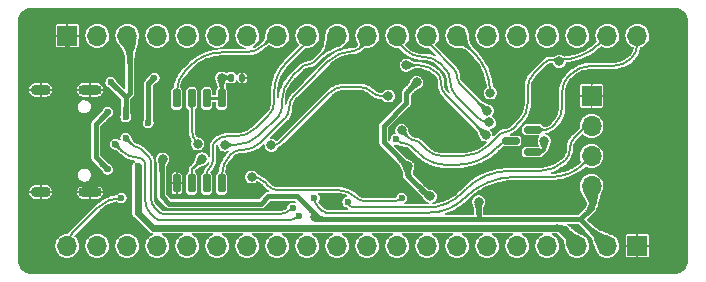
<source format=gbl>
%TF.GenerationSoftware,KiCad,Pcbnew,(6.0.4)*%
%TF.CreationDate,2022-03-28T20:40:58+08:00*%
%TF.ProjectId,PCB_F401CCU6_Dev,5043425f-4634-4303-9143-4355365f4465,v0.9*%
%TF.SameCoordinates,Original*%
%TF.FileFunction,Copper,L2,Bot*%
%TF.FilePolarity,Positive*%
%FSLAX46Y46*%
G04 Gerber Fmt 4.6, Leading zero omitted, Abs format (unit mm)*
G04 Created by KiCad (PCBNEW (6.0.4)) date 2022-03-28 20:40:58*
%MOMM*%
%LPD*%
G01*
G04 APERTURE LIST*
G04 Aperture macros list*
%AMRoundRect*
0 Rectangle with rounded corners*
0 $1 Rounding radius*
0 $2 $3 $4 $5 $6 $7 $8 $9 X,Y pos of 4 corners*
0 Add a 4 corners polygon primitive as box body*
4,1,4,$2,$3,$4,$5,$6,$7,$8,$9,$2,$3,0*
0 Add four circle primitives for the rounded corners*
1,1,$1+$1,$2,$3*
1,1,$1+$1,$4,$5*
1,1,$1+$1,$6,$7*
1,1,$1+$1,$8,$9*
0 Add four rect primitives between the rounded corners*
20,1,$1+$1,$2,$3,$4,$5,0*
20,1,$1+$1,$4,$5,$6,$7,0*
20,1,$1+$1,$6,$7,$8,$9,0*
20,1,$1+$1,$8,$9,$2,$3,0*%
G04 Aperture macros list end*
%TA.AperFunction,ComponentPad*%
%ADD10R,1.700000X1.700000*%
%TD*%
%TA.AperFunction,ComponentPad*%
%ADD11O,1.700000X1.700000*%
%TD*%
%TA.AperFunction,ComponentPad*%
%ADD12O,2.000000X0.900000*%
%TD*%
%TA.AperFunction,ComponentPad*%
%ADD13O,1.700000X0.900000*%
%TD*%
%TA.AperFunction,SMDPad,CuDef*%
%ADD14RoundRect,0.140000X-0.140000X-0.170000X0.140000X-0.170000X0.140000X0.170000X-0.140000X0.170000X0*%
%TD*%
%TA.AperFunction,SMDPad,CuDef*%
%ADD15RoundRect,0.150000X0.587500X0.150000X-0.587500X0.150000X-0.587500X-0.150000X0.587500X-0.150000X0*%
%TD*%
%TA.AperFunction,SMDPad,CuDef*%
%ADD16RoundRect,0.150000X0.150000X-0.650000X0.150000X0.650000X-0.150000X0.650000X-0.150000X-0.650000X0*%
%TD*%
%TA.AperFunction,ViaPad*%
%ADD17C,0.600000*%
%TD*%
%TA.AperFunction,ViaPad*%
%ADD18C,0.800000*%
%TD*%
%TA.AperFunction,Conductor*%
%ADD19C,0.457200*%
%TD*%
%TA.AperFunction,Conductor*%
%ADD20C,0.609600*%
%TD*%
%TA.AperFunction,Conductor*%
%ADD21C,0.203200*%
%TD*%
%TA.AperFunction,Conductor*%
%ADD22C,0.355600*%
%TD*%
%TA.AperFunction,Conductor*%
%ADD23C,0.200000*%
%TD*%
G04 APERTURE END LIST*
D10*
%TO.P,J4,1,Pin_1*%
%TO.N,GND*%
X116783000Y-52080000D03*
D11*
%TO.P,J4,2,Pin_2*%
%TO.N,/SWCLK*%
X116783000Y-54620000D03*
%TO.P,J4,3,Pin_3*%
%TO.N,/SWDIO*%
X116783000Y-57160000D03*
%TO.P,J4,4,Pin_4*%
%TO.N,+3V3*%
X116783000Y-59700000D03*
%TD*%
D12*
%TO.P,J1,S1,SHIELD*%
%TO.N,GND*%
X74320000Y-60200000D03*
D13*
X70150000Y-60200000D03*
D12*
X74320000Y-51560000D03*
D13*
X70150000Y-51560000D03*
%TD*%
D14*
%TO.P,C13,1*%
%TO.N,+3V3*%
X86261000Y-50546000D03*
%TO.P,C13,2*%
%TO.N,GND*%
X87221000Y-50546000D03*
%TD*%
D10*
%TO.P,J2,1,Pin_1*%
%TO.N,GND*%
X72395000Y-46990000D03*
D11*
%TO.P,J2,2,Pin_2*%
%TO.N,+3V3*%
X74935000Y-46990000D03*
%TO.P,J2,3,Pin_3*%
%TO.N,+5V*%
X77475000Y-46990000D03*
%TO.P,J2,4,Pin_4*%
%TO.N,/PB10*%
X80015000Y-46990000D03*
%TO.P,J2,5,Pin_5*%
%TO.N,/PB2*%
X82555000Y-46990000D03*
%TO.P,J2,6,Pin_6*%
%TO.N,/PB1*%
X85095000Y-46990000D03*
%TO.P,J2,7,Pin_7*%
%TO.N,/PB0*%
X87635000Y-46990000D03*
%TO.P,J2,8,Pin_8*%
%TO.N,/MOSI*%
X90175000Y-46990000D03*
%TO.P,J2,9,Pin_9*%
%TO.N,/MISO*%
X92715000Y-46990000D03*
%TO.P,J2,10,Pin_10*%
%TO.N,/CLK*%
X95255000Y-46990000D03*
%TO.P,J2,11,Pin_11*%
%TO.N,/CS*%
X97795000Y-46990000D03*
%TO.P,J2,12,Pin_12*%
%TO.N,/LED_B*%
X100335000Y-46990000D03*
%TO.P,J2,13,Pin_13*%
%TO.N,/LED_G*%
X102875000Y-46990000D03*
%TO.P,J2,14,Pin_14*%
%TO.N,/LED_R*%
X105415000Y-46990000D03*
%TO.P,J2,15,Pin_15*%
%TO.N,/PA0*%
X107955000Y-46990000D03*
%TO.P,J2,16,Pin_16*%
%TO.N,/NRST*%
X110495000Y-46990000D03*
%TO.P,J2,17,Pin_17*%
%TO.N,/PC15*%
X113035000Y-46990000D03*
%TO.P,J2,18,Pin_18*%
%TO.N,/PC14*%
X115575000Y-46990000D03*
%TO.P,J2,19,Pin_19*%
%TO.N,/PC13*%
X118115000Y-46990000D03*
%TO.P,J2,20,Pin_20*%
%TO.N,+BATT*%
X120655000Y-46990000D03*
%TD*%
D15*
%TO.P,D2,1*%
%TO.N,+BATT*%
X111808500Y-54930000D03*
%TO.P,D2,2*%
%TO.N,+3V3*%
X111808500Y-56830000D03*
%TO.P,D2,3*%
%TO.N,Net-(D2-Pad3)*%
X109933500Y-55880000D03*
%TD*%
D16*
%TO.P,U3,1,~{CS}*%
%TO.N,/CS*%
X85471000Y-59480000D03*
%TO.P,U3,2,DO(IO1)*%
%TO.N,/MISO*%
X84201000Y-59480000D03*
%TO.P,U3,3,IO2*%
%TO.N,+3V3*%
X82931000Y-59480000D03*
%TO.P,U3,4,GND*%
%TO.N,GND*%
X81661000Y-59480000D03*
%TO.P,U3,5,DI(IO0)*%
%TO.N,/MOSI*%
X81661000Y-52280000D03*
%TO.P,U3,6,CLK*%
%TO.N,/CLK*%
X82931000Y-52280000D03*
%TO.P,U3,7,IO3*%
%TO.N,+3V3*%
X84201000Y-52280000D03*
%TO.P,U3,8,VCC*%
X85471000Y-52280000D03*
%TD*%
D10*
%TO.P,J3,1,Pin_1*%
%TO.N,GND*%
X120650000Y-64770000D03*
D11*
%TO.P,J3,2,Pin_2*%
%TO.N,+3V3*%
X118110000Y-64770000D03*
%TO.P,J3,3,Pin_3*%
%TO.N,+5V*%
X115570000Y-64770000D03*
%TO.P,J3,4,Pin_4*%
%TO.N,/PB9*%
X113030000Y-64770000D03*
%TO.P,J3,5,Pin_5*%
%TO.N,/PB8*%
X110490000Y-64770000D03*
%TO.P,J3,6,Pin_6*%
%TO.N,/PB7*%
X107950000Y-64770000D03*
%TO.P,J3,7,Pin_7*%
%TO.N,/PB6*%
X105410000Y-64770000D03*
%TO.P,J3,8,Pin_8*%
%TO.N,/PB5*%
X102870000Y-64770000D03*
%TO.P,J3,9,Pin_9*%
%TO.N,/PB4*%
X100330000Y-64770000D03*
%TO.P,J3,10,Pin_10*%
%TO.N,/PB3*%
X97790000Y-64770000D03*
%TO.P,J3,11,Pin_11*%
%TO.N,/PA15*%
X95250000Y-64770000D03*
%TO.P,J3,12,Pin_12*%
%TO.N,/PA12*%
X92710000Y-64770000D03*
%TO.P,J3,13,Pin_13*%
%TO.N,/PA11*%
X90170000Y-64770000D03*
%TO.P,J3,14,Pin_14*%
%TO.N,/PA10*%
X87630000Y-64770000D03*
%TO.P,J3,15,Pin_15*%
%TO.N,/PA9*%
X85090000Y-64770000D03*
%TO.P,J3,16,Pin_16*%
%TO.N,/PA8*%
X82550000Y-64770000D03*
%TO.P,J3,17,Pin_17*%
%TO.N,/PB15*%
X80010000Y-64770000D03*
%TO.P,J3,18,Pin_18*%
%TO.N,/PB14*%
X77470000Y-64770000D03*
%TO.P,J3,19,Pin_19*%
%TO.N,/PB13*%
X74930000Y-64770000D03*
%TO.P,J3,20,Pin_20*%
%TO.N,/PB12*%
X72390000Y-64770000D03*
%TD*%
D17*
%TO.N,+5V*%
X77343000Y-53848000D03*
X76073000Y-50927000D03*
X78359000Y-58039000D03*
D18*
%TO.N,GND*%
X76835000Y-59563000D03*
D17*
X71247000Y-61214000D03*
X72644000Y-55880000D03*
X93726000Y-55118000D03*
X95250000Y-53594000D03*
X94488000Y-57404000D03*
D18*
X122936000Y-48768000D03*
D17*
X92964000Y-55880000D03*
D18*
X70612000Y-56896000D03*
X88392000Y-57404000D03*
X122936000Y-62992000D03*
D17*
X97536000Y-55880000D03*
D18*
X88849200Y-49707800D03*
D17*
X76962000Y-49530000D03*
X96012000Y-57404000D03*
X95250000Y-58166000D03*
D18*
X102598812Y-59027226D03*
D17*
X96774000Y-56642000D03*
X95250000Y-56642000D03*
D18*
X70612000Y-54864000D03*
X86487000Y-52832000D03*
X70612000Y-55880000D03*
X107315000Y-50927000D03*
D17*
X93726000Y-56642000D03*
D18*
X103251000Y-55753000D03*
X69596000Y-54864000D03*
X82169000Y-48768000D03*
X106172000Y-61595000D03*
X95250000Y-60833000D03*
X81661000Y-55880000D03*
X102235000Y-52106468D03*
D17*
X96774000Y-55118000D03*
D18*
X113792000Y-56134000D03*
X69596000Y-56896000D03*
X122936000Y-55880000D03*
X109067600Y-60274200D03*
D17*
X95250000Y-55118000D03*
X94488000Y-54356000D03*
X94488000Y-55880000D03*
D18*
X88902003Y-52639548D03*
D17*
X71247000Y-50546000D03*
X73152000Y-52197000D03*
X96012000Y-55880000D03*
X96012000Y-54356000D03*
X73152000Y-59563000D03*
D18*
X69596000Y-55880000D03*
X113792000Y-60452000D03*
%TO.N,+3V3*%
X101219000Y-58039000D03*
D17*
X79248000Y-54356000D03*
D18*
X83804000Y-57420000D03*
X80470500Y-57420000D03*
X103124000Y-60579000D03*
X85471000Y-50546000D03*
D17*
X79756000Y-50546000D03*
D18*
X93406100Y-62341700D03*
X101981000Y-50927000D03*
X107220754Y-61032060D03*
X112776000Y-55880000D03*
%TO.N,/NRST*%
X99568000Y-52070000D03*
X89662000Y-56261000D03*
D17*
%TO.N,Net-(D2-Pad3)*%
X100203000Y-55753000D03*
D18*
%TO.N,/PC13*%
X114046000Y-49149000D03*
X100711000Y-54991000D03*
%TO.N,/LED_B*%
X108140943Y-54321670D03*
%TO.N,/LED_G*%
X107950000Y-53340000D03*
%TO.N,/LED_R*%
X108204000Y-51816000D03*
D17*
%TO.N,Net-(F1-Pad1)*%
X75819000Y-58293000D03*
X75819000Y-53467000D03*
%TO.N,/PA12*%
X91998800Y-62204600D03*
X76454000Y-56134000D03*
%TO.N,/PA11*%
X91465400Y-61569600D03*
X77343000Y-55626000D03*
D18*
%TO.N,/CLK*%
X83439000Y-56134000D03*
X85716734Y-56225023D03*
%TO.N,/PA0*%
X101092000Y-49467500D03*
X107823000Y-55372000D03*
D17*
%TO.N,/PB12*%
X76962000Y-60706000D03*
%TO.N,/SWCLK*%
X96139000Y-61036200D03*
%TO.N,/SWDIO*%
X93316660Y-60736106D03*
%TO.N,/BOOT0*%
X100711000Y-60706000D03*
D18*
X88011000Y-58928000D03*
%TD*%
D19*
%TO.N,+5V*%
X77690111Y-51849889D02*
X77690111Y-47205111D01*
D20*
X114041000Y-63246000D02*
X115565000Y-64770000D01*
D19*
X77343000Y-53848000D02*
X77343000Y-52197000D01*
X77343000Y-52197000D02*
X76073000Y-50927000D01*
D20*
X78359000Y-61976000D02*
X79629000Y-63246000D01*
D19*
X77690111Y-47205111D02*
X77475000Y-46990000D01*
X77343000Y-52197000D02*
X77690111Y-51849889D01*
D20*
X79629000Y-63246000D02*
X114041000Y-63246000D01*
X78359000Y-58039000D02*
X78359000Y-61976000D01*
D19*
%TO.N,GND*%
X72395000Y-55631000D02*
X72395000Y-51684000D01*
X72395000Y-49535000D02*
X72395000Y-46990000D01*
X72644000Y-55880000D02*
X72395000Y-55631000D01*
X72390000Y-57023000D02*
X72390000Y-59944000D01*
X73152000Y-52197000D02*
X72644000Y-52705000D01*
X72390000Y-60071000D02*
X71247000Y-61214000D01*
X72390000Y-59944000D02*
X72390000Y-60071000D01*
X73152000Y-59563000D02*
X76835000Y-59563000D01*
X72644000Y-55880000D02*
X72390000Y-56134000D01*
X72385000Y-51684000D02*
X71247000Y-50546000D01*
X72395000Y-49535000D02*
X76957000Y-49535000D01*
D21*
X81661000Y-59480000D02*
X81661000Y-55814630D01*
D19*
X72395000Y-51684000D02*
X72395000Y-49535000D01*
X76957000Y-49535000D02*
X76962000Y-49530000D01*
X72395000Y-51684000D02*
X72385000Y-51684000D01*
X72390000Y-56134000D02*
X72390000Y-57023000D01*
X72644000Y-52705000D02*
X72644000Y-59055000D01*
X72644000Y-59055000D02*
X73152000Y-59563000D01*
%TO.N,+3V3*%
X91821000Y-60579000D02*
X89408000Y-60579000D01*
X101092000Y-51816000D02*
X101092000Y-52705000D01*
D21*
X85471000Y-52280007D02*
X84201000Y-52280007D01*
D19*
X107217080Y-61035734D02*
X107220754Y-61032060D01*
D21*
X112461000Y-56830000D02*
X111808500Y-56830000D01*
D19*
X101981000Y-50927000D02*
X101092000Y-51816000D01*
D21*
X112776000Y-55880000D02*
X112776000Y-56515000D01*
D19*
X99187000Y-54610000D02*
X99187000Y-56007000D01*
X101092000Y-52705000D02*
X99187000Y-54610000D01*
X107217080Y-62513080D02*
X93755080Y-62513080D01*
X102979459Y-60579000D02*
X101219000Y-58818541D01*
D22*
X85471000Y-50546000D02*
X85471000Y-52280000D01*
D19*
X103124000Y-60579000D02*
X102979459Y-60579000D01*
X115848080Y-62513080D02*
X107217080Y-62513080D01*
D21*
X112776000Y-56515000D02*
X112461000Y-56830000D01*
D19*
X80391000Y-60579000D02*
X80391000Y-57611929D01*
X81026000Y-61214000D02*
X80391000Y-60579000D01*
X101219000Y-58818541D02*
X101219000Y-58039000D01*
X99187000Y-56007000D02*
X101219000Y-58039000D01*
X116783000Y-61578160D02*
X116783000Y-59700000D01*
D21*
X82931000Y-59480000D02*
X82931000Y-58293000D01*
D19*
X89408000Y-60579000D02*
X88773000Y-61214000D01*
X93755080Y-62513080D02*
X91821000Y-60579000D01*
D21*
X82931000Y-58293000D02*
X83804000Y-57420000D01*
D19*
X79248000Y-51054000D02*
X79756000Y-50546000D01*
D22*
X86261000Y-50546000D02*
X85471000Y-50546000D01*
D19*
X107217080Y-62513080D02*
X107217080Y-61035734D01*
X118105000Y-64770000D02*
X115848080Y-62513080D01*
X79248000Y-54356000D02*
X79248000Y-51054000D01*
X115848080Y-62513080D02*
X116783000Y-61578160D01*
X88773000Y-61214000D02*
X81026000Y-61214000D01*
X80470491Y-57419991D02*
G75*
G03*
X80391000Y-57611929I191909J-191909D01*
G01*
D21*
%TO.N,/NRST*%
X99568000Y-52070000D02*
X98911210Y-52070000D01*
X94673987Y-51757013D02*
X90529210Y-55901790D01*
X97071580Y-51308000D02*
X95758000Y-51308000D01*
X89662000Y-56261006D02*
G75*
G03*
X90529210Y-55901790I0J1226406D01*
G01*
X98297997Y-51816003D02*
G75*
G03*
X98911210Y-52070000I613203J613203D01*
G01*
X97071580Y-51308009D02*
G75*
G02*
X98298000Y-51816000I20J-1734391D01*
G01*
X94673992Y-51757018D02*
G75*
G02*
X95758000Y-51308000I1084008J-1083982D01*
G01*
%TO.N,+BATT*%
X116774630Y-49530000D02*
X118608975Y-49530000D01*
X120655000Y-47656509D02*
X120655000Y-46990000D01*
X114838815Y-50388184D02*
X114935000Y-50292000D01*
X111815223Y-54932785D02*
X112899278Y-54932785D01*
X114300000Y-52949975D02*
X114300000Y-51689000D01*
X113438616Y-54709384D02*
X113665000Y-54483000D01*
X114299989Y-52949975D02*
G75*
G02*
X113665000Y-54483000I-2167989J-25D01*
G01*
X114838822Y-50388191D02*
G75*
G03*
X114300000Y-51689000I1300778J-1300809D01*
G01*
X116774630Y-49530013D02*
G75*
G03*
X114935000Y-50292000I-30J-2601587D01*
G01*
X111815223Y-54932775D02*
G75*
G02*
X111808500Y-54930000I-23J9475D01*
G01*
X120655003Y-47656509D02*
G75*
G02*
X120142000Y-48895000I-1751503J9D01*
G01*
X113438636Y-54709404D02*
G75*
G02*
X112899278Y-54932785I-539336J539404D01*
G01*
X120142008Y-48895008D02*
G75*
G02*
X118608975Y-49530000I-1533008J1533008D01*
G01*
%TO.N,Net-(D2-Pad3)*%
X101503815Y-56291816D02*
X101854000Y-56642000D01*
X104521000Y-57912000D02*
X105339344Y-57912000D01*
X108712000Y-56515000D02*
X108932281Y-56294719D01*
X101854000Y-56642000D02*
X102136172Y-56924172D01*
X101122815Y-56133993D02*
G75*
G02*
X100203000Y-55753000I-15J1300793D01*
G01*
X101503805Y-56291826D02*
G75*
G03*
X101122815Y-56134000I-381005J-380974D01*
G01*
X104521000Y-57911987D02*
G75*
G02*
X102136172Y-56924172I0J3372687D01*
G01*
X108711987Y-56514987D02*
G75*
G02*
X105339344Y-57912000I-3372687J3372687D01*
G01*
X109933500Y-55879990D02*
G75*
G03*
X108932281Y-56294719I0J-1415910D01*
G01*
%TO.N,/PC13*%
X104096420Y-57150000D02*
X105930765Y-57150000D01*
X111379000Y-52695975D02*
X111379000Y-51435000D01*
X117523376Y-47581623D02*
X118115000Y-46990000D01*
X113389210Y-49022000D02*
X114046000Y-49022000D01*
X111917815Y-50134184D02*
X112776000Y-49276000D01*
X110124407Y-54848592D02*
X110744000Y-54229000D01*
X108077000Y-56261000D02*
X109040395Y-55297605D01*
X102197802Y-55969803D02*
X102870000Y-56642000D01*
X100711000Y-54991000D02*
X101330592Y-55610592D01*
X109474000Y-55117997D02*
G75*
G03*
X109040395Y-55297605I0J-613203D01*
G01*
X113389210Y-49022005D02*
G75*
G03*
X112776001Y-49276001I-10J-867195D01*
G01*
X108077011Y-56261011D02*
G75*
G02*
X105930765Y-57150000I-2146211J2146211D01*
G01*
X111917822Y-50134191D02*
G75*
G03*
X111379000Y-51435000I1300778J-1300809D01*
G01*
X117523386Y-47581633D02*
G75*
G02*
X114046000Y-49022000I-3477386J3477433D01*
G01*
X110124404Y-54848589D02*
G75*
G02*
X109474000Y-55118000I-650404J650389D01*
G01*
X102197801Y-55969804D02*
G75*
G03*
X101981000Y-55880000I-216801J-216796D01*
G01*
X101981000Y-55880004D02*
G75*
G02*
X101330592Y-55610592I0J919804D01*
G01*
X104096420Y-57149991D02*
G75*
G02*
X102870000Y-56642000I-20J1734391D01*
G01*
X111378989Y-52695975D02*
G75*
G02*
X110744000Y-54229000I-2167989J-25D01*
G01*
%TO.N,/LED_B*%
X100697746Y-47865746D02*
X100965000Y-48133000D01*
X103916816Y-49306815D02*
X104013000Y-49403000D01*
X102498025Y-48768000D02*
X102616000Y-48768000D01*
X105403618Y-52190618D02*
X107105970Y-53892970D01*
X104013000Y-49403000D02*
X104415789Y-49805789D01*
X105403625Y-52190611D02*
G75*
G02*
X104775000Y-50673000I1517575J1517611D01*
G01*
X104775006Y-50673000D02*
G75*
G03*
X104415789Y-49805789I-1226406J0D01*
G01*
X103916809Y-49306822D02*
G75*
G03*
X102616000Y-48768000I-1300809J-1300778D01*
G01*
X102498025Y-48767989D02*
G75*
G02*
X100965000Y-48133000I-25J2167989D01*
G01*
X100697744Y-47865748D02*
G75*
G02*
X100335000Y-46990000I875756J875748D01*
G01*
X108140943Y-54321640D02*
G75*
G02*
X107105970Y-53892970I-43J1463640D01*
G01*
%TO.N,/LED_G*%
X105589605Y-50979605D02*
X107950000Y-53340000D01*
X103237746Y-47865746D02*
X105050789Y-49678789D01*
X105589607Y-50979603D02*
G75*
G02*
X105410000Y-50546000I433593J433603D01*
G01*
X103237744Y-47865748D02*
G75*
G02*
X102875000Y-46990000I875756J875748D01*
G01*
X105410006Y-50546000D02*
G75*
G03*
X105050789Y-49678789I-1226406J0D01*
G01*
%TO.N,/LED_R*%
X106763623Y-48338624D02*
X105415000Y-46990000D01*
X106763633Y-48338614D02*
G75*
G02*
X108204000Y-51816000I-3477433J-3477386D01*
G01*
D19*
%TO.N,Net-(F1-Pad1)*%
X74803000Y-54483000D02*
X75819000Y-53467000D01*
X75819000Y-58293000D02*
X74803000Y-57277000D01*
X74803000Y-57277000D02*
X74803000Y-54483000D01*
D21*
%TO.N,/PA12*%
X79443013Y-62044013D02*
X79756000Y-62357000D01*
D23*
X89048790Y-62611000D02*
X91017664Y-62611000D01*
D21*
X76454000Y-56134000D02*
X77147987Y-56827987D01*
X80369210Y-62611000D02*
X80645000Y-62611000D01*
X78994000Y-57837605D02*
X78994000Y-60960000D01*
X80645000Y-62611000D02*
X89048790Y-62611000D01*
X78232000Y-57277000D02*
X78253790Y-57277000D01*
X78993997Y-57837605D02*
G75*
G03*
X78866999Y-57531001I-433597J5D01*
G01*
X78232000Y-57277007D02*
G75*
G02*
X77147987Y-56827987I0J1533007D01*
G01*
X78867003Y-57530997D02*
G75*
G03*
X78253790Y-57277000I-613203J-613203D01*
G01*
D23*
X91998811Y-62204611D02*
G75*
G02*
X91017664Y-62611000I-981111J981111D01*
G01*
D21*
X80369210Y-62610995D02*
G75*
G02*
X79756001Y-62356999I-10J867195D01*
G01*
X79443018Y-62044008D02*
G75*
G02*
X78994000Y-60960000I1083982J1084008D01*
G01*
%TO.N,/PA11*%
X80570605Y-62103000D02*
X80899000Y-62103000D01*
X77343000Y-55626000D02*
X77724000Y-56007000D01*
D23*
X88974395Y-62103000D02*
X90177659Y-62103000D01*
D21*
X77724000Y-56007000D02*
X78015197Y-56298197D01*
X79502000Y-57658000D02*
X79502000Y-60833000D01*
X80899000Y-62103000D02*
X88974395Y-62103000D01*
X78665605Y-56567605D02*
X79322395Y-57224395D01*
X79771408Y-61483407D02*
X80264000Y-61976000D01*
X78665603Y-56567607D02*
G75*
G03*
X78232000Y-56388000I-433603J-433593D01*
G01*
X80570605Y-62102997D02*
G75*
G02*
X80264001Y-61975999I-5J433597D01*
G01*
X78232000Y-56388001D02*
G75*
G02*
X78015197Y-56298197I0J306601D01*
G01*
D23*
X91465412Y-61569612D02*
G75*
G02*
X90177659Y-62103000I-1287712J1287712D01*
G01*
D21*
X79771411Y-61483404D02*
G75*
G02*
X79502000Y-60833000I650389J650404D01*
G01*
X79502003Y-57658000D02*
G75*
G03*
X79322395Y-57224395I-613203J0D01*
G01*
%TO.N,/MOSI*%
X85471000Y-48387000D02*
X87493975Y-48387000D01*
X89027000Y-47752000D02*
X89516056Y-47262944D01*
X82423000Y-49911000D02*
X82869369Y-49464631D01*
X81661000Y-52280000D02*
X81661000Y-51750630D01*
X90175000Y-46990004D02*
G75*
G03*
X89516056Y-47262944I0J-931896D01*
G01*
X89027008Y-47752008D02*
G75*
G02*
X87493975Y-48387000I-1533008J1533008D01*
G01*
X82422991Y-49910991D02*
G75*
G03*
X81661000Y-51750630I1839609J-1839609D01*
G01*
X85471000Y-48387012D02*
G75*
G03*
X82869370Y-49464632I0J-3679288D01*
G01*
%TO.N,/MISO*%
X89916000Y-51728840D02*
X89916000Y-52578000D01*
X84709000Y-56493210D02*
X84709000Y-57552790D01*
X89466987Y-53662013D02*
X88348421Y-54780579D01*
X92359325Y-47848674D02*
X90932000Y-49276000D01*
X84201000Y-58779210D02*
X84201000Y-59480000D01*
X86614000Y-55499000D02*
X85882815Y-55499000D01*
X92359315Y-47848664D02*
G75*
G03*
X92715000Y-46990000I-858615J858664D01*
G01*
X84201005Y-58779210D02*
G75*
G02*
X84455001Y-58166001I867195J10D01*
G01*
X84455003Y-58166003D02*
G75*
G03*
X84709000Y-57552790I-613203J613203D01*
G01*
X89466982Y-53662008D02*
G75*
G03*
X89916000Y-52578000I-1083982J1084008D01*
G01*
X84962995Y-55879995D02*
G75*
G02*
X85882815Y-55499000I919805J-919805D01*
G01*
X89916017Y-51728840D02*
G75*
G02*
X90932000Y-49276000I3468783J40D01*
G01*
X84709005Y-56493210D02*
G75*
G02*
X84963001Y-55880001I867195J10D01*
G01*
X86614000Y-55499012D02*
G75*
G03*
X88348421Y-54780579I0J2452812D01*
G01*
%TO.N,/CLK*%
X90551000Y-53086000D02*
X90551000Y-52565235D01*
X88646000Y-55372000D02*
X90281592Y-53736407D01*
X82931000Y-52280000D02*
X82931000Y-54907580D01*
X93270605Y-49223395D02*
X95078930Y-47415070D01*
X85716734Y-56225023D02*
X86586621Y-56225023D01*
X91440000Y-50419000D02*
X92186592Y-49672408D01*
X83438994Y-56134006D02*
G75*
G02*
X82931000Y-54907580I1226406J1226406D01*
G01*
X91439989Y-50418989D02*
G75*
G03*
X90551000Y-52565235I2146211J-2146211D01*
G01*
X93270603Y-49223393D02*
G75*
G02*
X92837000Y-49403000I-433603J433593D01*
G01*
X88645994Y-55371994D02*
G75*
G02*
X86586621Y-56225023I-2059394J2059394D01*
G01*
X92837000Y-49402996D02*
G75*
G03*
X92186592Y-49672408I0J-919804D01*
G01*
X90551003Y-53086000D02*
G75*
G02*
X90281591Y-53736406I-919803J0D01*
G01*
X95255011Y-46990000D02*
G75*
G02*
X95078930Y-47415070I-601111J0D01*
G01*
%TO.N,/CS*%
X92583000Y-51054000D02*
X91635013Y-52001987D01*
X85471000Y-58862630D02*
X85471000Y-59480000D01*
X90826790Y-53953210D02*
X88766618Y-56013382D01*
X87249000Y-56642000D02*
X87152815Y-56642000D01*
X94478975Y-49158026D02*
X92583000Y-51054000D01*
X97529128Y-47631872D02*
X97080605Y-48080395D01*
X91185993Y-53086000D02*
G75*
G02*
X91635013Y-52001987I1533007J0D01*
G01*
X87249000Y-56642010D02*
G75*
G03*
X88766618Y-56013382I0J2146210D01*
G01*
X86232995Y-57022995D02*
G75*
G02*
X87152815Y-56642000I919805J-919805D01*
G01*
X85471013Y-58862630D02*
G75*
G02*
X86233000Y-57023000I2601587J30D01*
G01*
X96647000Y-48260003D02*
G75*
G03*
X97080605Y-48080395I0J613203D01*
G01*
X97529119Y-47631863D02*
G75*
G03*
X97795000Y-46990000I-641819J641863D01*
G01*
X90826786Y-53953206D02*
G75*
G03*
X91186000Y-53086000I-867186J867206D01*
G01*
X94478985Y-49158036D02*
G75*
G02*
X96647000Y-48260000I2168015J-2167964D01*
G01*
%TO.N,/PA0*%
X102075087Y-49467500D02*
X101092000Y-49467500D01*
X104013000Y-50927000D02*
X104013000Y-50778210D01*
X107823000Y-55372000D02*
X104462013Y-52011013D01*
X103759003Y-50164997D02*
G75*
G02*
X104013000Y-50778210I-613203J-613203D01*
G01*
X102075087Y-49467506D02*
G75*
G02*
X103759000Y-50165000I13J-2381394D01*
G01*
X104012993Y-50927000D02*
G75*
G03*
X104462013Y-52011013I1533007J0D01*
G01*
%TO.N,/PB12*%
X72830477Y-63694522D02*
X74422000Y-62103000D01*
X74422000Y-62103000D02*
X75010777Y-61514223D01*
X72830468Y-63694513D02*
G75*
G03*
X72385000Y-64770000I1075532J-1075487D01*
G01*
X76962000Y-60706016D02*
G75*
G03*
X75010777Y-61514223I0J-2759484D01*
G01*
%TO.N,/SWCLK*%
X115443000Y-55499000D02*
X115996023Y-54945977D01*
X96264724Y-61339723D02*
X96316800Y-61391800D01*
X115362223Y-55579776D02*
X115443000Y-55499000D01*
X96623405Y-61518800D02*
X102870000Y-61518800D01*
X105818514Y-60297485D02*
X106172000Y-59944000D01*
X109851261Y-58420000D02*
X112407765Y-58420000D01*
X115362238Y-55579791D02*
G75*
G03*
X114935000Y-56611185I1031362J-1031409D01*
G01*
X114554011Y-57531011D02*
G75*
G02*
X112407765Y-58420000I-2146211J2146211D01*
G01*
X96264733Y-61339714D02*
G75*
G02*
X96139000Y-61036200I303467J303514D01*
G01*
X116783000Y-54620014D02*
G75*
G03*
X115996023Y-54945977I0J-1112986D01*
G01*
X109851261Y-58419985D02*
G75*
G03*
X106172001Y-59944001I39J-5203315D01*
G01*
X114934993Y-56611185D02*
G75*
G02*
X114554000Y-57531000I-1300793J-15D01*
G01*
X105818508Y-60297479D02*
G75*
G02*
X102870000Y-61518800I-2948508J2948479D01*
G01*
X96623405Y-61518797D02*
G75*
G02*
X96316801Y-61391799I-5J433597D01*
G01*
%TO.N,/SWDIO*%
X116149200Y-57793801D02*
X116783000Y-57160000D01*
X94322526Y-61950600D02*
X103040270Y-61950600D01*
X110337471Y-58928000D02*
X113411000Y-58928000D01*
X93616582Y-61460182D02*
X93954600Y-61798200D01*
X106045009Y-60706009D02*
G75*
G02*
X103040270Y-61950600I-3004709J3004709D01*
G01*
X116149200Y-57793801D02*
G75*
G02*
X113411000Y-58928000I-2738200J2738201D01*
G01*
X93616576Y-61460188D02*
G75*
G02*
X93316660Y-60736106I724124J724088D01*
G01*
X110337471Y-58927989D02*
G75*
G03*
X106045001Y-60706001I29J-6070511D01*
G01*
X94322526Y-61950589D02*
G75*
G02*
X93954600Y-61798200I-26J520289D01*
G01*
%TO.N,/BOOT0*%
X90275378Y-60049280D02*
X90318720Y-60049280D01*
X90318720Y-60049280D02*
X95315538Y-60049280D01*
X89095013Y-59377013D02*
X89408000Y-59690000D01*
X97514210Y-60960000D02*
X100203000Y-60960000D01*
X100636605Y-60780395D02*
X100711000Y-60706000D01*
X100636603Y-60780393D02*
G75*
G02*
X100203000Y-60960000I-433603J433593D01*
G01*
X97514210Y-60959995D02*
G75*
G02*
X96901001Y-60705999I-10J867195D01*
G01*
X90275378Y-60049288D02*
G75*
G02*
X89408001Y-59689999I22J1226688D01*
G01*
X96900989Y-60706011D02*
G75*
G03*
X95315538Y-60049280I-1585489J-1585489D01*
G01*
X89095008Y-59377018D02*
G75*
G03*
X88011000Y-58928000I-1084008J-1083982D01*
G01*
%TD*%
%TA.AperFunction,Conductor*%
%TO.N,+5V*%
G36*
X76145772Y-50824430D02*
G01*
X76348723Y-50828398D01*
X76356927Y-50831986D01*
X76359309Y-50835631D01*
X76378917Y-50883139D01*
X76406578Y-50932900D01*
X76439443Y-50979458D01*
X76477587Y-51024438D01*
X76477730Y-51024586D01*
X76521004Y-51069383D01*
X76521023Y-51069402D01*
X76521086Y-51069467D01*
X76570015Y-51116170D01*
X76624450Y-51166174D01*
X76684466Y-51221106D01*
X76684562Y-51221196D01*
X76750043Y-51282501D01*
X76750217Y-51282667D01*
X76813063Y-51343981D01*
X76816592Y-51352212D01*
X76813166Y-51360629D01*
X76506629Y-51667166D01*
X76498356Y-51670593D01*
X76489981Y-51667063D01*
X76428667Y-51604217D01*
X76428501Y-51604043D01*
X76367196Y-51538562D01*
X76367106Y-51538466D01*
X76312174Y-51478450D01*
X76262255Y-51424107D01*
X76262232Y-51424083D01*
X76262170Y-51424015D01*
X76215467Y-51375086D01*
X76215402Y-51375023D01*
X76215383Y-51375004D01*
X76170586Y-51331730D01*
X76170438Y-51331587D01*
X76125458Y-51293443D01*
X76078900Y-51260578D01*
X76054196Y-51246846D01*
X76029433Y-51233080D01*
X76029427Y-51233077D01*
X76029139Y-51232917D01*
X75981632Y-51213309D01*
X75975292Y-51206985D01*
X75974398Y-51202723D01*
X75973684Y-51166174D01*
X75968144Y-50882829D01*
X75967172Y-50833099D01*
X75970437Y-50824760D01*
X75979099Y-50821172D01*
X76145772Y-50824430D01*
G37*
%TD.AperFunction*%
%TD*%
%TA.AperFunction,Conductor*%
%TO.N,+3V3*%
G36*
X116599074Y-62940531D02*
G01*
X116796154Y-63131553D01*
X116796237Y-63131627D01*
X116935331Y-63255748D01*
X116977455Y-63293338D01*
X116977581Y-63293438D01*
X117141404Y-63423734D01*
X117141415Y-63423742D01*
X117141567Y-63423863D01*
X117196657Y-63461570D01*
X117295159Y-63528992D01*
X117295167Y-63528997D01*
X117295354Y-63529125D01*
X117445679Y-63615119D01*
X117445893Y-63615220D01*
X117599237Y-63687761D01*
X117599250Y-63687767D01*
X117599405Y-63687840D01*
X117763395Y-63753285D01*
X117763504Y-63753324D01*
X117763513Y-63753327D01*
X117944475Y-63817435D01*
X117944543Y-63817458D01*
X118149620Y-63886326D01*
X118149634Y-63886331D01*
X118268197Y-63926321D01*
X118377817Y-63963295D01*
X118384561Y-63969186D01*
X118385775Y-63974103D01*
X118411488Y-65057094D01*
X118408258Y-65065446D01*
X118399611Y-65069071D01*
X117829045Y-65060309D01*
X117316447Y-65052437D01*
X117308228Y-65048883D01*
X117305571Y-65044565D01*
X117226617Y-64816464D01*
X117226619Y-64816433D01*
X117226608Y-64816437D01*
X117156196Y-64611374D01*
X117090936Y-64430253D01*
X117024744Y-64266206D01*
X116951541Y-64112363D01*
X116951442Y-64112190D01*
X116951435Y-64112177D01*
X116867573Y-63965914D01*
X116865246Y-63961855D01*
X116813532Y-63886326D01*
X116759891Y-63807981D01*
X116759882Y-63807969D01*
X116759776Y-63807814D01*
X116716462Y-63753327D01*
X116629160Y-63643506D01*
X116629149Y-63643493D01*
X116629052Y-63643371D01*
X116466991Y-63461656D01*
X116303984Y-63293438D01*
X116275529Y-63264074D01*
X116272232Y-63255748D01*
X116275658Y-63247659D01*
X116582658Y-62940659D01*
X116590931Y-62937232D01*
X116599074Y-62940531D01*
G37*
%TD.AperFunction*%
%TD*%
%TA.AperFunction,Conductor*%
%TO.N,+3V3*%
G36*
X116599074Y-62940531D02*
G01*
X116796154Y-63131553D01*
X116796237Y-63131627D01*
X116935331Y-63255748D01*
X116977455Y-63293338D01*
X116977581Y-63293438D01*
X117141404Y-63423734D01*
X117141415Y-63423742D01*
X117141567Y-63423863D01*
X117196657Y-63461570D01*
X117295159Y-63528992D01*
X117295167Y-63528997D01*
X117295354Y-63529125D01*
X117445679Y-63615119D01*
X117445893Y-63615220D01*
X117599237Y-63687761D01*
X117599250Y-63687767D01*
X117599405Y-63687840D01*
X117763395Y-63753285D01*
X117763504Y-63753324D01*
X117763513Y-63753327D01*
X117944475Y-63817435D01*
X117944543Y-63817458D01*
X118149620Y-63886326D01*
X118149634Y-63886331D01*
X118268197Y-63926321D01*
X118377817Y-63963295D01*
X118384561Y-63969186D01*
X118385775Y-63974103D01*
X118411488Y-65057094D01*
X118408258Y-65065446D01*
X118399611Y-65069071D01*
X117829045Y-65060309D01*
X117316447Y-65052437D01*
X117308228Y-65048883D01*
X117305571Y-65044565D01*
X117226617Y-64816464D01*
X117226619Y-64816433D01*
X117226608Y-64816437D01*
X117156196Y-64611374D01*
X117090936Y-64430253D01*
X117024744Y-64266206D01*
X116951541Y-64112363D01*
X116951442Y-64112190D01*
X116951435Y-64112177D01*
X116867573Y-63965914D01*
X116865246Y-63961855D01*
X116813532Y-63886326D01*
X116759891Y-63807981D01*
X116759882Y-63807969D01*
X116759776Y-63807814D01*
X116716462Y-63753327D01*
X116629160Y-63643506D01*
X116629149Y-63643493D01*
X116629052Y-63643371D01*
X116466991Y-63461656D01*
X116303984Y-63293438D01*
X116275529Y-63264074D01*
X116272232Y-63255748D01*
X116275658Y-63247659D01*
X116582658Y-62940659D01*
X116590931Y-62937232D01*
X116599074Y-62940531D01*
G37*
%TD.AperFunction*%
%TD*%
%TA.AperFunction,Conductor*%
%TO.N,/PA0*%
G36*
X101350472Y-49161846D02*
G01*
X101403516Y-49202770D01*
X101461286Y-49242044D01*
X101518820Y-49274928D01*
X101577904Y-49301896D01*
X101640326Y-49323420D01*
X101707875Y-49339972D01*
X101719768Y-49341897D01*
X101782161Y-49351995D01*
X101782175Y-49351997D01*
X101782337Y-49352023D01*
X101830978Y-49356716D01*
X101865385Y-49360036D01*
X101865392Y-49360037D01*
X101865501Y-49360047D01*
X101959155Y-49364515D01*
X102053540Y-49365749D01*
X102061768Y-49369284D01*
X102065087Y-49377448D01*
X102065087Y-49557552D01*
X102061660Y-49565825D01*
X102053540Y-49569251D01*
X101959155Y-49570484D01*
X101865501Y-49574952D01*
X101865392Y-49574962D01*
X101865385Y-49574963D01*
X101830978Y-49578283D01*
X101782337Y-49582976D01*
X101782175Y-49583002D01*
X101782161Y-49583004D01*
X101719768Y-49593102D01*
X101707875Y-49595027D01*
X101640326Y-49611579D01*
X101577904Y-49633103D01*
X101518820Y-49660071D01*
X101461286Y-49692955D01*
X101403516Y-49732229D01*
X101403367Y-49732344D01*
X101403360Y-49732349D01*
X101350474Y-49773152D01*
X101341830Y-49775493D01*
X101336694Y-49773527D01*
X100906005Y-49477138D01*
X100901133Y-49469625D01*
X100903000Y-49460867D01*
X100906005Y-49457862D01*
X101022856Y-49377448D01*
X101336695Y-49161472D01*
X101345453Y-49159605D01*
X101350472Y-49161846D01*
G37*
%TD.AperFunction*%
%TD*%
%TA.AperFunction,Conductor*%
%TO.N,+3V3*%
G36*
X100604030Y-57100814D02*
G01*
X100688819Y-57186355D01*
X100688847Y-57186384D01*
X100769657Y-57268475D01*
X100841388Y-57340155D01*
X100907126Y-57402723D01*
X100907193Y-57402782D01*
X100907210Y-57402797D01*
X100931575Y-57424030D01*
X100969991Y-57457508D01*
X101033096Y-57505837D01*
X101061992Y-57524619D01*
X101099360Y-57548908D01*
X101099371Y-57548915D01*
X101099561Y-57549038D01*
X101172500Y-57588439D01*
X101255031Y-57625368D01*
X101334503Y-57655230D01*
X101342842Y-57658363D01*
X101349381Y-57664481D01*
X101350425Y-57669086D01*
X101360421Y-58180421D01*
X100899339Y-58171407D01*
X100849086Y-58170425D01*
X100840882Y-58166837D01*
X100838363Y-58162842D01*
X100835230Y-58154503D01*
X100805368Y-58075031D01*
X100768439Y-57992500D01*
X100729038Y-57919561D01*
X100728915Y-57919371D01*
X100728908Y-57919360D01*
X100685960Y-57853286D01*
X100685837Y-57853096D01*
X100637508Y-57789991D01*
X100620675Y-57770675D01*
X100582797Y-57727210D01*
X100582782Y-57727193D01*
X100582723Y-57727126D01*
X100520155Y-57661388D01*
X100448475Y-57589657D01*
X100407080Y-57548908D01*
X100366384Y-57508847D01*
X100366355Y-57508819D01*
X100280814Y-57424030D01*
X100277351Y-57415772D01*
X100280778Y-57407447D01*
X100587447Y-57100778D01*
X100595720Y-57097351D01*
X100604030Y-57100814D01*
G37*
%TD.AperFunction*%
%TD*%
%TA.AperFunction,Conductor*%
%TO.N,+3V3*%
G36*
X84339105Y-52013549D02*
G01*
X84408395Y-52047051D01*
X84475457Y-52078610D01*
X84475515Y-52078635D01*
X84475534Y-52078644D01*
X84535831Y-52104989D01*
X84535841Y-52104993D01*
X84535985Y-52105056D01*
X84593006Y-52126761D01*
X84593176Y-52126813D01*
X84649331Y-52144034D01*
X84649337Y-52144035D01*
X84649547Y-52144100D01*
X84708635Y-52157448D01*
X84773298Y-52167179D01*
X84836000Y-52172731D01*
X84836001Y-52172731D01*
X84846561Y-52173666D01*
X84931453Y-52177284D01*
X85031000Y-52178407D01*
X85031000Y-52381607D01*
X84931452Y-52382729D01*
X84846559Y-52386348D01*
X84773295Y-52392835D01*
X84708632Y-52402565D01*
X84649543Y-52415913D01*
X84649333Y-52415978D01*
X84649327Y-52415979D01*
X84613179Y-52427064D01*
X84593001Y-52433252D01*
X84592839Y-52433314D01*
X84592838Y-52433314D01*
X84536119Y-52454903D01*
X84536108Y-52454908D01*
X84535978Y-52454957D01*
X84535834Y-52455020D01*
X84535824Y-52455024D01*
X84475577Y-52481345D01*
X84475449Y-52481401D01*
X84408385Y-52512958D01*
X84408350Y-52512975D01*
X84339092Y-52546458D01*
X84330152Y-52546973D01*
X84325889Y-52544357D01*
X84059770Y-52288430D01*
X84056182Y-52280225D01*
X84059770Y-52271565D01*
X84325903Y-52015649D01*
X84334241Y-52012384D01*
X84339105Y-52013549D01*
G37*
%TD.AperFunction*%
%TD*%
%TA.AperFunction,Conductor*%
%TO.N,+5V*%
G36*
X77378156Y-46585105D02*
G01*
X77385098Y-46589360D01*
X78301647Y-47151194D01*
X78306909Y-47158439D01*
X78306967Y-47163646D01*
X78252418Y-47415425D01*
X78252329Y-47415804D01*
X78196417Y-47637890D01*
X78196344Y-47638167D01*
X78173914Y-47718860D01*
X78142042Y-47833524D01*
X78090683Y-48012743D01*
X78043616Y-48186388D01*
X78002157Y-48365147D01*
X77967622Y-48559710D01*
X77941326Y-48780765D01*
X77924584Y-49039003D01*
X77920478Y-49253035D01*
X77918931Y-49333635D01*
X77915346Y-49341841D01*
X77907233Y-49345111D01*
X77473067Y-49345111D01*
X77464794Y-49341684D01*
X77461368Y-49333555D01*
X77458234Y-49079440D01*
X77458233Y-49079423D01*
X77458232Y-49079306D01*
X77447038Y-48850786D01*
X77425893Y-48652688D01*
X77392760Y-48478152D01*
X77358999Y-48365147D01*
X77345699Y-48320629D01*
X77345696Y-48320621D01*
X77345605Y-48320316D01*
X77345483Y-48320031D01*
X77345480Y-48320022D01*
X77282509Y-48172600D01*
X77282506Y-48172594D01*
X77282389Y-48172320D01*
X77201079Y-48027303D01*
X77099636Y-47878403D01*
X76976026Y-47718759D01*
X76833371Y-47547696D01*
X76830705Y-47539149D01*
X76832151Y-47534484D01*
X76898877Y-47415425D01*
X77361836Y-46589360D01*
X77368870Y-46583818D01*
X77378156Y-46585105D01*
G37*
%TD.AperFunction*%
%TD*%
%TA.AperFunction,Conductor*%
%TO.N,/NRST*%
G36*
X99226081Y-51879067D02*
G01*
X99488318Y-51971460D01*
X99736680Y-52058965D01*
X99743344Y-52064946D01*
X99743827Y-52073888D01*
X99737846Y-52080552D01*
X99736680Y-52081035D01*
X99226084Y-52260932D01*
X99217142Y-52260449D01*
X99212899Y-52257000D01*
X99208671Y-52251466D01*
X99208670Y-52251465D01*
X99208295Y-52250974D01*
X99193180Y-52238049D01*
X99173060Y-52225334D01*
X99148284Y-52213178D01*
X99119196Y-52201932D01*
X99118989Y-52201870D01*
X99118979Y-52201866D01*
X99103765Y-52197270D01*
X99086144Y-52191946D01*
X99079864Y-52190511D01*
X99049649Y-52183609D01*
X99049637Y-52183607D01*
X99049472Y-52183569D01*
X99009529Y-52177153D01*
X99009352Y-52177136D01*
X99009344Y-52177135D01*
X98966847Y-52173064D01*
X98966659Y-52173046D01*
X98955194Y-52172681D01*
X98932538Y-52171960D01*
X98924378Y-52168272D01*
X98921210Y-52160266D01*
X98921210Y-51979733D01*
X98924637Y-51971460D01*
X98932537Y-51968039D01*
X98966659Y-51966953D01*
X98966847Y-51966935D01*
X99009344Y-51962864D01*
X99009352Y-51962863D01*
X99009529Y-51962846D01*
X99049472Y-51956430D01*
X99049637Y-51956392D01*
X99049649Y-51956390D01*
X99085951Y-51948097D01*
X99086144Y-51948053D01*
X99103765Y-51942729D01*
X99118979Y-51938133D01*
X99118989Y-51938129D01*
X99119196Y-51938067D01*
X99148284Y-51926821D01*
X99173060Y-51914665D01*
X99193180Y-51901950D01*
X99208295Y-51889025D01*
X99212898Y-51882999D01*
X99220642Y-51878505D01*
X99226081Y-51879067D01*
G37*
%TD.AperFunction*%
%TD*%
%TA.AperFunction,Conductor*%
%TO.N,/CLK*%
G36*
X95484035Y-46638161D02*
G01*
X95489332Y-46645896D01*
X95692027Y-47709856D01*
X95690209Y-47718625D01*
X95686292Y-47722231D01*
X95592452Y-47775282D01*
X95455924Y-47852466D01*
X95455383Y-47852752D01*
X95371195Y-47894430D01*
X95245454Y-47956679D01*
X95244984Y-47956899D01*
X95055951Y-48040265D01*
X95055717Y-48040365D01*
X94881066Y-48112846D01*
X94714481Y-48184052D01*
X94714357Y-48184112D01*
X94714339Y-48184120D01*
X94622382Y-48228501D01*
X94549641Y-48263607D01*
X94380108Y-48361179D01*
X94379911Y-48361316D01*
X94379904Y-48361320D01*
X94241573Y-48457230D01*
X94199446Y-48486438D01*
X94001218Y-48649054D01*
X94001076Y-48649188D01*
X93787252Y-48850900D01*
X93778882Y-48854084D01*
X93770950Y-48850662D01*
X93643386Y-48723098D01*
X93639959Y-48714825D01*
X93643198Y-48706746D01*
X93825010Y-48516360D01*
X93975547Y-48338271D01*
X94092265Y-48174318D01*
X94126987Y-48112846D01*
X94180347Y-48018374D01*
X94180348Y-48018371D01*
X94180514Y-48018078D01*
X94245645Y-47863122D01*
X94293008Y-47703025D01*
X94327954Y-47531360D01*
X94355834Y-47341703D01*
X94381999Y-47127626D01*
X94410810Y-46890841D01*
X94415211Y-46883042D01*
X94419786Y-46880855D01*
X95475202Y-46636687D01*
X95484035Y-46638161D01*
G37*
%TD.AperFunction*%
%TD*%
%TA.AperFunction,Conductor*%
%TO.N,/LED_R*%
G36*
X106254657Y-47043527D02*
G01*
X106261541Y-47049253D01*
X106262882Y-47055042D01*
X106259606Y-47166775D01*
X106266087Y-47284030D01*
X106283833Y-47399248D01*
X106314093Y-47513751D01*
X106358116Y-47628858D01*
X106417151Y-47745892D01*
X106492447Y-47866173D01*
X106585253Y-47991022D01*
X106696819Y-48121761D01*
X106820508Y-48251443D01*
X106823738Y-48259793D01*
X106820314Y-48267789D01*
X106692788Y-48395315D01*
X106684515Y-48398742D01*
X106676442Y-48395509D01*
X106546760Y-48271820D01*
X106416022Y-48160254D01*
X106291173Y-48067448D01*
X106170892Y-47992151D01*
X106170643Y-47992026D01*
X106170637Y-47992022D01*
X106054124Y-47933250D01*
X106054121Y-47933249D01*
X106053858Y-47933116D01*
X105938751Y-47889093D01*
X105938447Y-47889013D01*
X105938445Y-47889012D01*
X105824532Y-47858908D01*
X105824531Y-47858908D01*
X105824248Y-47858833D01*
X105823964Y-47858789D01*
X105823958Y-47858788D01*
X105736984Y-47845392D01*
X105709030Y-47841087D01*
X105591775Y-47834606D01*
X105591533Y-47834613D01*
X105591527Y-47834613D01*
X105546051Y-47835946D01*
X105480043Y-47837882D01*
X105471674Y-47834699D01*
X105468527Y-47829657D01*
X105442517Y-47745892D01*
X105121075Y-46710719D01*
X105121895Y-46701801D01*
X105128779Y-46696075D01*
X105135719Y-46696075D01*
X106254657Y-47043527D01*
G37*
%TD.AperFunction*%
%TD*%
%TA.AperFunction,Conductor*%
%TO.N,/SWDIO*%
G36*
X117006060Y-56938523D02*
G01*
X117008679Y-56947086D01*
X117006060Y-56953411D01*
X116418887Y-57665441D01*
X116277561Y-57836818D01*
X116269625Y-57841023D01*
X116267454Y-57841226D01*
X116267445Y-57841227D01*
X116267307Y-57841240D01*
X116267171Y-57841260D01*
X116267166Y-57841261D01*
X116263881Y-57841754D01*
X116262772Y-57841920D01*
X116262609Y-57841955D01*
X116262607Y-57841955D01*
X116257701Y-57842997D01*
X116257693Y-57842999D01*
X116257500Y-57843040D01*
X116257301Y-57843097D01*
X116257289Y-57843100D01*
X116251970Y-57844624D01*
X116251962Y-57844627D01*
X116251720Y-57844696D01*
X116248941Y-57845745D01*
X116245929Y-57846881D01*
X116245925Y-57846883D01*
X116245662Y-57846982D01*
X116239555Y-57849993D01*
X116236222Y-57852148D01*
X116235335Y-57852721D01*
X116226527Y-57854334D01*
X116220710Y-57851168D01*
X116091832Y-57722290D01*
X116088405Y-57714017D01*
X116090279Y-57707665D01*
X116092823Y-57703729D01*
X116093007Y-57703445D01*
X116096018Y-57697338D01*
X116098304Y-57691280D01*
X116099960Y-57685500D01*
X116101080Y-57680228D01*
X116101760Y-57675693D01*
X116101977Y-57673376D01*
X116106182Y-57665441D01*
X116977286Y-56947086D01*
X116989589Y-56936940D01*
X116998152Y-56934321D01*
X117006060Y-56938523D01*
G37*
%TD.AperFunction*%
%TD*%
%TA.AperFunction,Conductor*%
%TO.N,+3V3*%
G36*
X107230971Y-60840917D02*
G01*
X107572770Y-61203048D01*
X107573670Y-61204002D01*
X107576856Y-61212371D01*
X107575773Y-61216958D01*
X107536251Y-61302105D01*
X107503409Y-61386399D01*
X107479288Y-61465771D01*
X107479235Y-61466017D01*
X107479234Y-61466021D01*
X107463246Y-61540296D01*
X107462590Y-61543342D01*
X107452020Y-61622232D01*
X107446279Y-61705565D01*
X107444071Y-61796460D01*
X107444100Y-61898039D01*
X107445063Y-62012632D01*
X107445069Y-62013379D01*
X107445069Y-62013423D01*
X107445626Y-62133980D01*
X107442237Y-62142269D01*
X107433926Y-62145734D01*
X107000232Y-62145734D01*
X106991959Y-62142307D01*
X106988532Y-62133982D01*
X106989068Y-62012674D01*
X106989068Y-62012632D01*
X106989996Y-61896657D01*
X106990010Y-61794622D01*
X106987911Y-61705706D01*
X106987855Y-61703341D01*
X106982464Y-61622420D01*
X106982291Y-61619820D01*
X106982290Y-61619813D01*
X106982278Y-61619628D01*
X106972023Y-61540296D01*
X106955836Y-61462158D01*
X106932463Y-61382029D01*
X106900650Y-61296721D01*
X106862359Y-61210305D01*
X106862141Y-61201353D01*
X106864699Y-61197377D01*
X107214105Y-60840760D01*
X107222343Y-60837249D01*
X107230971Y-60840917D01*
G37*
%TD.AperFunction*%
%TD*%
%TA.AperFunction,Conductor*%
%TO.N,+3V3*%
G36*
X79473028Y-53529427D02*
G01*
X79476454Y-53537844D01*
X79475371Y-53625606D01*
X79475366Y-53625847D01*
X79472409Y-53715588D01*
X79472404Y-53715720D01*
X79468812Y-53796942D01*
X79465682Y-53870714D01*
X79465679Y-53870792D01*
X79464106Y-53938415D01*
X79465187Y-54001014D01*
X79470021Y-54059792D01*
X79479703Y-54115953D01*
X79495331Y-54170699D01*
X79509030Y-54203655D01*
X79515058Y-54218157D01*
X79515069Y-54227112D01*
X79512687Y-54230758D01*
X79256433Y-54497231D01*
X79248229Y-54500819D01*
X79239567Y-54497231D01*
X78983312Y-54230758D01*
X78980047Y-54222419D01*
X78980940Y-54218160D01*
X79000668Y-54170699D01*
X79016296Y-54115953D01*
X79025978Y-54059792D01*
X79030812Y-54001014D01*
X79031893Y-53938415D01*
X79030320Y-53870792D01*
X79027187Y-53796942D01*
X79023595Y-53715720D01*
X79023590Y-53715588D01*
X79020633Y-53625847D01*
X79020628Y-53625606D01*
X79019546Y-53537844D01*
X79022870Y-53529529D01*
X79031245Y-53526000D01*
X79464755Y-53526000D01*
X79473028Y-53529427D01*
G37*
%TD.AperFunction*%
%TD*%
%TA.AperFunction,Conductor*%
%TO.N,Net-(F1-Pad1)*%
G36*
X75921240Y-53364437D02*
G01*
X75924828Y-53373099D01*
X75923856Y-53422829D01*
X75918317Y-53706174D01*
X75917602Y-53742723D01*
X75914014Y-53750927D01*
X75910369Y-53753308D01*
X75862860Y-53772917D01*
X75862572Y-53773077D01*
X75862566Y-53773080D01*
X75837803Y-53786846D01*
X75813099Y-53800578D01*
X75766541Y-53833443D01*
X75721561Y-53871587D01*
X75721413Y-53871730D01*
X75676616Y-53915004D01*
X75676597Y-53915023D01*
X75676532Y-53915086D01*
X75629829Y-53964015D01*
X75629767Y-53964083D01*
X75629744Y-53964107D01*
X75579825Y-54018450D01*
X75524893Y-54078466D01*
X75524803Y-54078562D01*
X75463498Y-54144043D01*
X75463332Y-54144217D01*
X75402019Y-54207063D01*
X75393788Y-54210592D01*
X75385371Y-54207166D01*
X75078834Y-53900629D01*
X75075407Y-53892356D01*
X75078936Y-53883982D01*
X75141820Y-53822630D01*
X75141956Y-53822501D01*
X75207437Y-53761196D01*
X75207533Y-53761106D01*
X75267549Y-53706174D01*
X75321984Y-53656170D01*
X75370913Y-53609467D01*
X75370976Y-53609402D01*
X75370995Y-53609383D01*
X75414269Y-53564586D01*
X75414412Y-53564438D01*
X75452556Y-53519458D01*
X75485421Y-53472900D01*
X75513082Y-53423139D01*
X75532691Y-53375632D01*
X75539015Y-53369292D01*
X75543276Y-53368398D01*
X75746228Y-53364430D01*
X75912901Y-53361172D01*
X75921240Y-53364437D01*
G37*
%TD.AperFunction*%
%TD*%
%TA.AperFunction,Conductor*%
%TO.N,/CLK*%
G36*
X86017832Y-55960863D02*
G01*
X86046854Y-55989356D01*
X86085321Y-56019492D01*
X86127597Y-56045381D01*
X86127872Y-56045510D01*
X86127880Y-56045514D01*
X86173977Y-56067089D01*
X86174236Y-56067210D01*
X86225789Y-56085167D01*
X86282809Y-56099438D01*
X86345850Y-56110212D01*
X86390784Y-56115030D01*
X86415302Y-56117659D01*
X86415312Y-56117660D01*
X86415463Y-56117676D01*
X86492203Y-56122017D01*
X86565117Y-56123231D01*
X86573331Y-56126795D01*
X86576621Y-56134929D01*
X86576621Y-56315116D01*
X86573194Y-56323389D01*
X86565116Y-56326814D01*
X86500833Y-56327884D01*
X86492203Y-56328028D01*
X86415463Y-56332369D01*
X86415312Y-56332385D01*
X86415302Y-56332386D01*
X86390784Y-56335015D01*
X86345850Y-56339833D01*
X86282809Y-56350607D01*
X86225789Y-56364878D01*
X86174236Y-56382835D01*
X86173981Y-56382955D01*
X86173977Y-56382956D01*
X86127880Y-56404531D01*
X86127872Y-56404535D01*
X86127597Y-56404664D01*
X86085321Y-56430553D01*
X86046854Y-56460689D01*
X86046629Y-56460910D01*
X86017833Y-56489183D01*
X86009529Y-56492534D01*
X86004031Y-56491103D01*
X85535541Y-56235292D01*
X85529922Y-56228319D01*
X85530879Y-56219416D01*
X85535541Y-56214754D01*
X85726961Y-56110232D01*
X86004030Y-55958943D01*
X86012932Y-55957986D01*
X86017832Y-55960863D01*
G37*
%TD.AperFunction*%
%TD*%
%TA.AperFunction,Conductor*%
%TO.N,/MOSI*%
G36*
X81759418Y-51764057D02*
G01*
X81762842Y-51772082D01*
X81763475Y-51801965D01*
X81766031Y-51840772D01*
X81770161Y-51876838D01*
X81775756Y-51909956D01*
X81782711Y-51939916D01*
X81790918Y-51966507D01*
X81791011Y-51966737D01*
X81791015Y-51966747D01*
X81800146Y-51989216D01*
X81800270Y-51989520D01*
X81800421Y-51989799D01*
X81800425Y-51989808D01*
X81809703Y-52006974D01*
X81810661Y-52008746D01*
X81821982Y-52023975D01*
X81822397Y-52024351D01*
X81822400Y-52024355D01*
X81827898Y-52029344D01*
X81831721Y-52037442D01*
X81830751Y-52042705D01*
X81671716Y-52405551D01*
X81665256Y-52411752D01*
X81656303Y-52411570D01*
X81650284Y-52405551D01*
X81491249Y-52042704D01*
X81491067Y-52033751D01*
X81494102Y-52029343D01*
X81499599Y-52024354D01*
X81500017Y-52023975D01*
X81511338Y-52008746D01*
X81512296Y-52006974D01*
X81521574Y-51989808D01*
X81521578Y-51989799D01*
X81521729Y-51989520D01*
X81521853Y-51989216D01*
X81530984Y-51966747D01*
X81530988Y-51966737D01*
X81531081Y-51966507D01*
X81539288Y-51939916D01*
X81546243Y-51909956D01*
X81551838Y-51876838D01*
X81555968Y-51840772D01*
X81558524Y-51801965D01*
X81559157Y-51772081D01*
X81562758Y-51763883D01*
X81570854Y-51760630D01*
X81751145Y-51760630D01*
X81759418Y-51764057D01*
G37*
%TD.AperFunction*%
%TD*%
%TA.AperFunction,Conductor*%
%TO.N,+3V3*%
G36*
X102435199Y-59711569D02*
G01*
X102513135Y-59790609D01*
X102513184Y-59790659D01*
X102589012Y-59868492D01*
X102589033Y-59868513D01*
X102657260Y-59937037D01*
X102657339Y-59937111D01*
X102657344Y-59937116D01*
X102720535Y-59996412D01*
X102720544Y-59996420D01*
X102720656Y-59996525D01*
X102782009Y-60047273D01*
X102844108Y-60089577D01*
X102909743Y-60123733D01*
X102981701Y-60150035D01*
X103062772Y-60168779D01*
X103063081Y-60168817D01*
X103063080Y-60168817D01*
X103148025Y-60179309D01*
X103155816Y-60183724D01*
X103157853Y-60187750D01*
X103187483Y-60292977D01*
X103293216Y-60668478D01*
X103292160Y-60677369D01*
X103284683Y-60683025D01*
X102799300Y-60799431D01*
X102790455Y-60798028D01*
X102786917Y-60794663D01*
X102728542Y-60709393D01*
X102728533Y-60709380D01*
X102728461Y-60709275D01*
X102709430Y-60683025D01*
X102670398Y-60629190D01*
X102670340Y-60629110D01*
X102614789Y-60557575D01*
X102559496Y-60491433D01*
X102502148Y-60427445D01*
X102440432Y-60362373D01*
X102372036Y-60292977D01*
X102294647Y-60216020D01*
X102262006Y-60183724D01*
X102205951Y-60128263D01*
X102205928Y-60128240D01*
X102111953Y-60034741D01*
X102108505Y-60026477D01*
X102111932Y-60018174D01*
X102418595Y-59711511D01*
X102426868Y-59708084D01*
X102435199Y-59711569D01*
G37*
%TD.AperFunction*%
%TD*%
%TA.AperFunction,Conductor*%
%TO.N,+5V*%
G36*
X77568028Y-53021427D02*
G01*
X77571454Y-53029844D01*
X77570371Y-53117606D01*
X77570366Y-53117847D01*
X77567409Y-53207588D01*
X77567404Y-53207720D01*
X77563812Y-53288942D01*
X77560682Y-53362714D01*
X77560679Y-53362792D01*
X77559106Y-53430415D01*
X77560187Y-53493014D01*
X77565021Y-53551792D01*
X77574703Y-53607953D01*
X77590331Y-53662699D01*
X77604030Y-53695655D01*
X77610058Y-53710157D01*
X77610069Y-53719112D01*
X77607687Y-53722758D01*
X77351433Y-53989231D01*
X77343229Y-53992819D01*
X77334567Y-53989231D01*
X77078312Y-53722758D01*
X77075047Y-53714419D01*
X77075940Y-53710160D01*
X77095668Y-53662699D01*
X77111296Y-53607953D01*
X77120978Y-53551792D01*
X77125812Y-53493014D01*
X77126893Y-53430415D01*
X77125320Y-53362792D01*
X77122187Y-53288942D01*
X77118595Y-53207720D01*
X77118590Y-53207588D01*
X77115633Y-53117847D01*
X77115628Y-53117606D01*
X77114546Y-53029844D01*
X77117870Y-53021529D01*
X77126245Y-53018000D01*
X77559755Y-53018000D01*
X77568028Y-53021427D01*
G37*
%TD.AperFunction*%
%TD*%
%TA.AperFunction,Conductor*%
%TO.N,+3V3*%
G36*
X112784433Y-55688769D02*
G01*
X113130617Y-56048757D01*
X113133882Y-56057096D01*
X113132933Y-56061488D01*
X113079379Y-56186053D01*
X113034001Y-56314889D01*
X113033972Y-56314980D01*
X112994436Y-56438201D01*
X112994371Y-56438396D01*
X112955304Y-56553202D01*
X112955001Y-56553997D01*
X112911126Y-56657552D01*
X112910384Y-56659011D01*
X112868547Y-56728687D01*
X112856520Y-56748716D01*
X112855024Y-56750696D01*
X112785992Y-56824314D01*
X112783621Y-56826255D01*
X112693819Y-56881887D01*
X112691061Y-56883134D01*
X112574370Y-56918581D01*
X112571947Y-56919044D01*
X112456768Y-56928655D01*
X112456767Y-56928655D01*
X112421478Y-56931600D01*
X112421478Y-56728400D01*
X112506658Y-56716618D01*
X112562541Y-56683515D01*
X112568940Y-56672776D01*
X112573154Y-56665704D01*
X112592364Y-56633468D01*
X112592365Y-56633465D01*
X112592970Y-56632450D01*
X112601786Y-56566784D01*
X112592832Y-56489878D01*
X112569951Y-56405092D01*
X112536984Y-56315785D01*
X112497775Y-56225320D01*
X112456166Y-56137056D01*
X112419565Y-56061695D01*
X112419033Y-56052756D01*
X112421656Y-56048474D01*
X112767567Y-55688769D01*
X112775771Y-55685181D01*
X112784433Y-55688769D01*
G37*
%TD.AperFunction*%
%TD*%
%TA.AperFunction,Conductor*%
%TO.N,+3V3*%
G36*
X80515878Y-57234041D02*
G01*
X80785604Y-57654317D01*
X80787188Y-57663130D01*
X80785364Y-57667314D01*
X80734723Y-57740174D01*
X80692578Y-57814892D01*
X80661706Y-57887493D01*
X80640419Y-57960425D01*
X80640363Y-57960742D01*
X80636585Y-57982112D01*
X80627033Y-58036133D01*
X80627011Y-58036386D01*
X80627009Y-58036398D01*
X80623972Y-58070675D01*
X80619861Y-58117063D01*
X80617218Y-58205661D01*
X80617417Y-58304374D01*
X80617418Y-58304419D01*
X80618772Y-58415582D01*
X80618773Y-58415648D01*
X80619523Y-58530152D01*
X80616150Y-58538448D01*
X80607823Y-58541929D01*
X80174139Y-58541929D01*
X80165866Y-58538502D01*
X80162439Y-58530190D01*
X80162871Y-58399251D01*
X80162871Y-58399209D01*
X80163725Y-58275653D01*
X80164122Y-58167581D01*
X80164122Y-58167461D01*
X80163221Y-58070834D01*
X80162044Y-58036398D01*
X80160187Y-57982112D01*
X80160186Y-57982099D01*
X80160182Y-57981973D01*
X80154165Y-57897079D01*
X80144330Y-57812353D01*
X80129836Y-57723995D01*
X80109843Y-57628206D01*
X80085428Y-57528979D01*
X80086779Y-57520128D01*
X80090090Y-57516593D01*
X80499334Y-57230768D01*
X80508076Y-57228840D01*
X80515878Y-57234041D01*
G37*
%TD.AperFunction*%
%TD*%
%TA.AperFunction,Conductor*%
%TO.N,+5V*%
G36*
X77378156Y-46585105D02*
G01*
X77385098Y-46589360D01*
X78301647Y-47151194D01*
X78306909Y-47158439D01*
X78306967Y-47163646D01*
X78252418Y-47415425D01*
X78252329Y-47415804D01*
X78196417Y-47637890D01*
X78196344Y-47638167D01*
X78173914Y-47718860D01*
X78142042Y-47833524D01*
X78090683Y-48012743D01*
X78043616Y-48186388D01*
X78002157Y-48365147D01*
X77967622Y-48559710D01*
X77941326Y-48780765D01*
X77924584Y-49039003D01*
X77920478Y-49253035D01*
X77918931Y-49333635D01*
X77915346Y-49341841D01*
X77907233Y-49345111D01*
X77473067Y-49345111D01*
X77464794Y-49341684D01*
X77461368Y-49333555D01*
X77458234Y-49079440D01*
X77458233Y-49079423D01*
X77458232Y-49079306D01*
X77447038Y-48850786D01*
X77425893Y-48652688D01*
X77392760Y-48478152D01*
X77358999Y-48365147D01*
X77345699Y-48320629D01*
X77345696Y-48320621D01*
X77345605Y-48320316D01*
X77345483Y-48320031D01*
X77345480Y-48320022D01*
X77282509Y-48172600D01*
X77282506Y-48172594D01*
X77282389Y-48172320D01*
X77201079Y-48027303D01*
X77099636Y-47878403D01*
X76976026Y-47718759D01*
X76833371Y-47547696D01*
X76830705Y-47539149D01*
X76832151Y-47534484D01*
X76898877Y-47415425D01*
X77361836Y-46589360D01*
X77368870Y-46583818D01*
X77378156Y-46585105D01*
G37*
%TD.AperFunction*%
%TD*%
%TA.AperFunction,Conductor*%
%TO.N,Net-(F1-Pad1)*%
G36*
X75402019Y-57552937D02*
G01*
X75463332Y-57615782D01*
X75463495Y-57615953D01*
X75524893Y-57681533D01*
X75579825Y-57741549D01*
X75629829Y-57795984D01*
X75676532Y-57844913D01*
X75676597Y-57844976D01*
X75676616Y-57844995D01*
X75708732Y-57876019D01*
X75721561Y-57888412D01*
X75766541Y-57926556D01*
X75813099Y-57959421D01*
X75837803Y-57973153D01*
X75862566Y-57986919D01*
X75862572Y-57986922D01*
X75862860Y-57987082D01*
X75863169Y-57987210D01*
X75863170Y-57987210D01*
X75910368Y-58006691D01*
X75916708Y-58013015D01*
X75917602Y-58017277D01*
X75924828Y-58386901D01*
X75921563Y-58395240D01*
X75912901Y-58398828D01*
X75746228Y-58395570D01*
X75543277Y-58391602D01*
X75535073Y-58388014D01*
X75532691Y-58384368D01*
X75513210Y-58337170D01*
X75513210Y-58337169D01*
X75513082Y-58336860D01*
X75485421Y-58287099D01*
X75452556Y-58240541D01*
X75414412Y-58195561D01*
X75412859Y-58193954D01*
X75370995Y-58150616D01*
X75370976Y-58150597D01*
X75370913Y-58150532D01*
X75321984Y-58103829D01*
X75267549Y-58053825D01*
X75207533Y-57998893D01*
X75194918Y-57987082D01*
X75141956Y-57937498D01*
X75141782Y-57937332D01*
X75078937Y-57876019D01*
X75075408Y-57867788D01*
X75078834Y-57859371D01*
X75385371Y-57552834D01*
X75393644Y-57549407D01*
X75402019Y-57552937D01*
G37*
%TD.AperFunction*%
%TD*%
%TA.AperFunction,Conductor*%
%TO.N,/LED_R*%
G36*
X106254657Y-47043527D02*
G01*
X106261541Y-47049253D01*
X106262882Y-47055042D01*
X106259606Y-47166775D01*
X106266087Y-47284030D01*
X106283833Y-47399248D01*
X106314093Y-47513751D01*
X106358116Y-47628858D01*
X106417151Y-47745892D01*
X106492447Y-47866173D01*
X106585253Y-47991022D01*
X106696819Y-48121761D01*
X106820508Y-48251443D01*
X106823738Y-48259793D01*
X106820314Y-48267789D01*
X106692788Y-48395315D01*
X106684515Y-48398742D01*
X106676442Y-48395509D01*
X106546760Y-48271820D01*
X106416022Y-48160254D01*
X106291173Y-48067448D01*
X106170892Y-47992151D01*
X106170643Y-47992026D01*
X106170637Y-47992022D01*
X106054124Y-47933250D01*
X106054121Y-47933249D01*
X106053858Y-47933116D01*
X105938751Y-47889093D01*
X105938447Y-47889013D01*
X105938445Y-47889012D01*
X105824532Y-47858908D01*
X105824531Y-47858908D01*
X105824248Y-47858833D01*
X105823964Y-47858789D01*
X105823958Y-47858788D01*
X105736984Y-47845392D01*
X105709030Y-47841087D01*
X105591775Y-47834606D01*
X105591533Y-47834613D01*
X105591527Y-47834613D01*
X105546051Y-47835946D01*
X105480043Y-47837882D01*
X105471674Y-47834699D01*
X105468527Y-47829657D01*
X105442517Y-47745892D01*
X105121075Y-46710719D01*
X105121895Y-46701801D01*
X105128779Y-46696075D01*
X105135719Y-46696075D01*
X106254657Y-47043527D01*
G37*
%TD.AperFunction*%
%TD*%
%TA.AperFunction,Conductor*%
%TO.N,+3V3*%
G36*
X116791433Y-59283769D02*
G01*
X117542583Y-60064873D01*
X117545847Y-60073210D01*
X117544870Y-60077666D01*
X117440166Y-60317195D01*
X117362569Y-60539057D01*
X117304870Y-60741712D01*
X117304845Y-60741811D01*
X117256753Y-60930697D01*
X117256710Y-60930861D01*
X117207910Y-61111545D01*
X117207706Y-61112219D01*
X117147970Y-61290105D01*
X117147558Y-61291160D01*
X117066585Y-61472067D01*
X117065969Y-61473256D01*
X116953375Y-61663053D01*
X116952643Y-61664142D01*
X116797990Y-61868615D01*
X116797264Y-61869483D01*
X116598049Y-62085697D01*
X116589924Y-62089458D01*
X116581173Y-62086041D01*
X116274099Y-61778967D01*
X116270672Y-61770694D01*
X116273427Y-61763153D01*
X116357343Y-61663615D01*
X116415952Y-61594094D01*
X116505070Y-61425210D01*
X116541953Y-61262170D01*
X116534702Y-61102425D01*
X116491418Y-60943428D01*
X116420200Y-60782632D01*
X116397694Y-60741811D01*
X116329194Y-60617572D01*
X116329149Y-60617490D01*
X116226365Y-60445453D01*
X116120080Y-60264197D01*
X116119824Y-60263737D01*
X116021938Y-60077980D01*
X116021113Y-60069064D01*
X116023856Y-60064416D01*
X116774567Y-59283769D01*
X116782771Y-59280181D01*
X116791433Y-59283769D01*
G37*
%TD.AperFunction*%
%TD*%
%TA.AperFunction,Conductor*%
%TO.N,+3V3*%
G36*
X83941595Y-57282082D02*
G01*
X83945183Y-57290744D01*
X83935430Y-57789638D01*
X83931842Y-57797842D01*
X83927496Y-57800487D01*
X83824423Y-57835504D01*
X83824360Y-57835525D01*
X83776095Y-57851618D01*
X83727959Y-57867667D01*
X83642683Y-57897247D01*
X83642560Y-57897294D01*
X83642548Y-57897299D01*
X83613294Y-57908622D01*
X83565404Y-57927159D01*
X83565234Y-57927237D01*
X83493160Y-57960210D01*
X83493155Y-57960213D01*
X83492931Y-57960315D01*
X83422073Y-57999629D01*
X83349637Y-58048014D01*
X83349469Y-58048146D01*
X83349464Y-58048149D01*
X83272569Y-58108277D01*
X83272561Y-58108284D01*
X83272434Y-58108383D01*
X83187270Y-58183650D01*
X83099371Y-58268596D01*
X83099226Y-58268736D01*
X83090895Y-58272021D01*
X83082822Y-58268596D01*
X82955404Y-58141178D01*
X82951977Y-58132905D01*
X82955264Y-58124774D01*
X82971206Y-58108277D01*
X83040349Y-58036729D01*
X83115616Y-57951565D01*
X83134640Y-57927237D01*
X83175850Y-57874535D01*
X83175853Y-57874530D01*
X83175985Y-57874362D01*
X83224370Y-57801926D01*
X83263684Y-57731068D01*
X83296840Y-57658595D01*
X83326752Y-57581316D01*
X83356332Y-57496040D01*
X83388495Y-57399575D01*
X83423513Y-57296504D01*
X83429419Y-57289773D01*
X83434362Y-57288570D01*
X83933256Y-57278817D01*
X83941595Y-57282082D01*
G37*
%TD.AperFunction*%
%TD*%
%TA.AperFunction,Conductor*%
%TO.N,+3V3*%
G36*
X102118595Y-50789082D02*
G01*
X102122183Y-50797744D01*
X102112425Y-51296914D01*
X102108837Y-51305118D01*
X102104842Y-51307637D01*
X102017031Y-51340631D01*
X101934500Y-51377560D01*
X101861561Y-51416961D01*
X101861371Y-51417084D01*
X101861360Y-51417091D01*
X101823992Y-51441380D01*
X101795096Y-51460162D01*
X101731991Y-51508491D01*
X101731856Y-51508609D01*
X101669210Y-51563202D01*
X101669193Y-51563217D01*
X101669126Y-51563276D01*
X101603388Y-51625844D01*
X101603327Y-51625905D01*
X101531657Y-51697524D01*
X101450847Y-51779615D01*
X101450819Y-51779643D01*
X101366030Y-51865185D01*
X101357772Y-51868649D01*
X101349447Y-51865222D01*
X101042778Y-51558553D01*
X101039351Y-51550280D01*
X101042814Y-51541970D01*
X101076471Y-51508609D01*
X101128355Y-51457180D01*
X101128384Y-51457152D01*
X101210475Y-51376342D01*
X101210478Y-51376339D01*
X101282094Y-51304672D01*
X101282155Y-51304611D01*
X101344723Y-51238873D01*
X101344782Y-51238806D01*
X101344797Y-51238789D01*
X101399390Y-51176143D01*
X101399508Y-51176008D01*
X101447837Y-51112903D01*
X101466619Y-51084007D01*
X101490908Y-51046639D01*
X101490915Y-51046628D01*
X101491038Y-51046438D01*
X101530439Y-50973499D01*
X101567368Y-50890968D01*
X101600363Y-50803158D01*
X101606481Y-50796619D01*
X101611086Y-50795575D01*
X102110256Y-50785817D01*
X102118595Y-50789082D01*
G37*
%TD.AperFunction*%
%TD*%
%TA.AperFunction,Conductor*%
%TO.N,/PA12*%
G36*
X76729243Y-56035389D02*
G01*
X76737447Y-56038977D01*
X76740063Y-56043240D01*
X76765370Y-56115924D01*
X76790475Y-56185660D01*
X76814576Y-56247159D01*
X76814636Y-56247292D01*
X76839469Y-56302650D01*
X76839476Y-56302664D01*
X76839549Y-56302827D01*
X76867269Y-56355068D01*
X76899612Y-56406288D01*
X76938455Y-56458892D01*
X76938567Y-56459026D01*
X76938568Y-56459027D01*
X76968384Y-56494636D01*
X76985673Y-56515285D01*
X76985761Y-56515380D01*
X76985776Y-56515398D01*
X77043049Y-56577769D01*
X77043142Y-56577870D01*
X77043237Y-56577967D01*
X77104652Y-56640783D01*
X77107985Y-56649094D01*
X77104559Y-56657235D01*
X76977235Y-56784559D01*
X76968962Y-56787986D01*
X76960783Y-56784652D01*
X76897967Y-56723237D01*
X76897870Y-56723142D01*
X76897769Y-56723049D01*
X76835398Y-56665776D01*
X76835380Y-56665761D01*
X76835285Y-56665673D01*
X76778892Y-56618455D01*
X76726288Y-56579612D01*
X76675068Y-56547269D01*
X76674877Y-56547168D01*
X76674869Y-56547163D01*
X76623001Y-56519641D01*
X76622993Y-56519637D01*
X76622827Y-56519549D01*
X76622664Y-56519476D01*
X76622650Y-56519469D01*
X76587211Y-56503571D01*
X76567159Y-56494576D01*
X76505660Y-56470475D01*
X76435924Y-56445370D01*
X76363240Y-56420063D01*
X76356554Y-56414107D01*
X76355389Y-56409243D01*
X76348172Y-56040099D01*
X76351437Y-56031760D01*
X76360099Y-56028172D01*
X76729243Y-56035389D01*
G37*
%TD.AperFunction*%
%TD*%
%TA.AperFunction,Conductor*%
%TO.N,+3V3*%
G36*
X101358074Y-57983619D02*
G01*
X101573403Y-58207535D01*
X101576668Y-58215874D01*
X101575544Y-58220652D01*
X101545806Y-58283444D01*
X101516150Y-58352073D01*
X101516096Y-58352224D01*
X101491918Y-58419394D01*
X101491915Y-58419403D01*
X101491826Y-58419651D01*
X101474624Y-58486588D01*
X101466338Y-58553292D01*
X101468760Y-58620172D01*
X101483684Y-58687638D01*
X101483896Y-58688135D01*
X101483898Y-58688141D01*
X101512701Y-58755633D01*
X101512704Y-58755638D01*
X101512900Y-58756098D01*
X101513170Y-58756514D01*
X101513173Y-58756520D01*
X101546291Y-58807591D01*
X101558203Y-58825961D01*
X101558484Y-58826280D01*
X101558488Y-58826285D01*
X101614120Y-58889396D01*
X101617020Y-58897869D01*
X101613616Y-58905406D01*
X101306790Y-59212232D01*
X101298517Y-59215659D01*
X101289844Y-59211811D01*
X101196778Y-59109015D01*
X101195945Y-59107984D01*
X101159762Y-59057559D01*
X101121262Y-59003907D01*
X101120498Y-59002689D01*
X101066928Y-58904205D01*
X101066329Y-58902924D01*
X101052641Y-58868381D01*
X101028764Y-58808125D01*
X101028397Y-58807050D01*
X101001786Y-58713939D01*
X101001612Y-58713249D01*
X100981010Y-58620041D01*
X100980974Y-58619876D01*
X100961401Y-58524832D01*
X100961399Y-58524824D01*
X100961386Y-58524760D01*
X100937878Y-58426438D01*
X100914499Y-58352073D01*
X100905511Y-58323481D01*
X100905508Y-58323473D01*
X100905426Y-58323212D01*
X100862002Y-58220459D01*
X100861938Y-58211505D01*
X100864344Y-58207798D01*
X101219000Y-57839000D01*
X101358074Y-57983619D01*
G37*
%TD.AperFunction*%
%TD*%
%TA.AperFunction,Conductor*%
%TO.N,+5V*%
G36*
X113877796Y-62945247D02*
G01*
X114123888Y-62961434D01*
X114125677Y-62961692D01*
X114375679Y-63017687D01*
X114377591Y-63018291D01*
X114483844Y-63062210D01*
X114583461Y-63103387D01*
X114585129Y-63104240D01*
X114759639Y-63211946D01*
X114760769Y-63212741D01*
X114902495Y-63325513D01*
X114916543Y-63336691D01*
X114917059Y-63337126D01*
X115066524Y-63470831D01*
X115183456Y-63573662D01*
X115221812Y-63607393D01*
X115221973Y-63607516D01*
X115394850Y-63739687D01*
X115394857Y-63739692D01*
X115395119Y-63739892D01*
X115397578Y-63741361D01*
X115598552Y-63861427D01*
X115598555Y-63861429D01*
X115598894Y-63861631D01*
X115790683Y-63942707D01*
X115838619Y-63962971D01*
X115844905Y-63969349D01*
X115845760Y-63973470D01*
X115871488Y-65057094D01*
X115868258Y-65065446D01*
X115859611Y-65069071D01*
X114776855Y-65052443D01*
X114768636Y-65048889D01*
X114765814Y-65044058D01*
X114705162Y-64838705D01*
X114704946Y-64837859D01*
X114658923Y-64624554D01*
X114658851Y-64624192D01*
X114620728Y-64415867D01*
X114581543Y-64218220D01*
X114581540Y-64218205D01*
X114581505Y-64218031D01*
X114532152Y-64036149D01*
X114463609Y-63875499D01*
X114416714Y-63810515D01*
X114367313Y-63742057D01*
X114367310Y-63742054D01*
X114366810Y-63741361D01*
X114232695Y-63639013D01*
X114144892Y-63607257D01*
X114052884Y-63573980D01*
X114052881Y-63573979D01*
X114052200Y-63573733D01*
X114051477Y-63573663D01*
X114051474Y-63573662D01*
X113826830Y-63551827D01*
X113818927Y-63547616D01*
X113816262Y-63540182D01*
X113816262Y-62953695D01*
X113819689Y-62945422D01*
X113828730Y-62942020D01*
X113877796Y-62945247D01*
G37*
%TD.AperFunction*%
%TD*%
%TA.AperFunction,Conductor*%
%TO.N,/PC13*%
G36*
X101102410Y-55002949D02*
G01*
X101109413Y-55008530D01*
X101110873Y-55014014D01*
X101111505Y-55055986D01*
X101117673Y-55105536D01*
X101129526Y-55154573D01*
X101147346Y-55203669D01*
X101171415Y-55253399D01*
X101202015Y-55304339D01*
X101239428Y-55357062D01*
X101283935Y-55412143D01*
X101284014Y-55412231D01*
X101284023Y-55412242D01*
X101297651Y-55427480D01*
X101335819Y-55470157D01*
X101335892Y-55470232D01*
X101335899Y-55470240D01*
X101387357Y-55523407D01*
X101390648Y-55531735D01*
X101387223Y-55539817D01*
X101259817Y-55667223D01*
X101251544Y-55670650D01*
X101243407Y-55667357D01*
X101190240Y-55615899D01*
X101190232Y-55615892D01*
X101190157Y-55615819D01*
X101160957Y-55589704D01*
X101132242Y-55564023D01*
X101132231Y-55564014D01*
X101132143Y-55563935D01*
X101077062Y-55519428D01*
X101076917Y-55519325D01*
X101076909Y-55519319D01*
X101024512Y-55482138D01*
X101024339Y-55482015D01*
X101024169Y-55481913D01*
X101024160Y-55481907D01*
X100973611Y-55451542D01*
X100973605Y-55451539D01*
X100973399Y-55451415D01*
X100923669Y-55427346D01*
X100874573Y-55409526D01*
X100825536Y-55397673D01*
X100795626Y-55393950D01*
X100776301Y-55391544D01*
X100776297Y-55391544D01*
X100775986Y-55391505D01*
X100775682Y-55391500D01*
X100775676Y-55391500D01*
X100756352Y-55391209D01*
X100734015Y-55390873D01*
X100725795Y-55387322D01*
X100722949Y-55382410D01*
X100575431Y-54869910D01*
X100576435Y-54861012D01*
X100583438Y-54855431D01*
X100589910Y-54855431D01*
X101102410Y-55002949D01*
G37*
%TD.AperFunction*%
%TD*%
%TA.AperFunction,Conductor*%
%TO.N,/LED_G*%
G36*
X107245226Y-52491264D02*
G01*
X107333270Y-52576349D01*
X107418434Y-52651616D01*
X107418561Y-52651715D01*
X107418569Y-52651722D01*
X107495464Y-52711850D01*
X107495637Y-52711985D01*
X107568073Y-52760370D01*
X107638931Y-52799684D01*
X107639155Y-52799786D01*
X107639160Y-52799789D01*
X107657773Y-52808304D01*
X107711404Y-52832840D01*
X107759294Y-52851377D01*
X107788548Y-52862700D01*
X107788560Y-52862705D01*
X107788683Y-52862752D01*
X107873959Y-52892332D01*
X107968892Y-52923984D01*
X107970361Y-52924474D01*
X107970424Y-52924495D01*
X108073496Y-52959513D01*
X108080227Y-52965419D01*
X108081430Y-52970362D01*
X108091183Y-53469256D01*
X108087918Y-53477595D01*
X108079256Y-53481183D01*
X107580362Y-53471430D01*
X107572158Y-53467842D01*
X107569513Y-53463496D01*
X107534495Y-53360424D01*
X107534474Y-53360361D01*
X107502348Y-53264008D01*
X107502332Y-53263959D01*
X107472752Y-53178683D01*
X107442840Y-53101404D01*
X107409684Y-53028931D01*
X107370370Y-52958073D01*
X107321985Y-52885637D01*
X107321850Y-52885464D01*
X107261722Y-52808569D01*
X107261715Y-52808561D01*
X107261616Y-52808434D01*
X107186349Y-52723270D01*
X107101264Y-52635226D01*
X107097979Y-52626895D01*
X107101404Y-52618822D01*
X107228822Y-52491404D01*
X107237095Y-52487977D01*
X107245226Y-52491264D01*
G37*
%TD.AperFunction*%
%TD*%
%TA.AperFunction,Conductor*%
%TO.N,+BATT*%
G36*
X111949090Y-54664842D02*
G01*
X112018580Y-54699157D01*
X112085868Y-54731314D01*
X112110896Y-54742348D01*
X112146557Y-54758070D01*
X112146571Y-54758076D01*
X112146685Y-54758126D01*
X112146801Y-54758170D01*
X112146815Y-54758176D01*
X112179981Y-54770827D01*
X112204053Y-54780010D01*
X112204220Y-54780061D01*
X112204226Y-54780063D01*
X112231483Y-54788379D01*
X112260998Y-54797384D01*
X112320544Y-54810664D01*
X112385715Y-54820267D01*
X112400383Y-54821527D01*
X112459391Y-54826598D01*
X112459406Y-54826599D01*
X112459535Y-54826610D01*
X112545030Y-54830110D01*
X112549122Y-54830154D01*
X112633649Y-54831061D01*
X112641884Y-54834576D01*
X112645223Y-54842760D01*
X112645223Y-55022813D01*
X112641796Y-55031086D01*
X112633651Y-55034512D01*
X112544571Y-55035490D01*
X112544565Y-55035490D01*
X112544488Y-55035491D01*
X112515858Y-55036681D01*
X112458739Y-55039054D01*
X112458735Y-55039054D01*
X112458597Y-55039060D01*
X112415209Y-55042809D01*
X112384620Y-55045452D01*
X112384610Y-55045453D01*
X112384473Y-55045465D01*
X112384342Y-55045484D01*
X112384327Y-55045486D01*
X112319250Y-55055052D01*
X112319246Y-55055053D01*
X112319040Y-55055083D01*
X112318827Y-55055130D01*
X112259439Y-55068239D01*
X112259431Y-55068241D01*
X112259223Y-55068287D01*
X112201946Y-55085452D01*
X112184690Y-55091870D01*
X112144286Y-55106895D01*
X112144134Y-55106952D01*
X112082710Y-55133163D01*
X112014600Y-55164459D01*
X111944091Y-55197739D01*
X111935148Y-55198171D01*
X111930912Y-55195517D01*
X111667197Y-54937108D01*
X111663687Y-54928870D01*
X111667356Y-54920242D01*
X111935879Y-54666824D01*
X111944247Y-54663638D01*
X111949090Y-54664842D01*
G37*
%TD.AperFunction*%
%TD*%
%TA.AperFunction,Conductor*%
%TO.N,/CS*%
G36*
X97972788Y-46645306D02*
G01*
X97976809Y-46653307D01*
X97976544Y-46656775D01*
X97728127Y-47740198D01*
X97708348Y-47826459D01*
X97703159Y-47833757D01*
X97697179Y-47835542D01*
X97676636Y-47835954D01*
X97676633Y-47835954D01*
X97676148Y-47835964D01*
X97637586Y-47843217D01*
X97637271Y-47843313D01*
X97637267Y-47843314D01*
X97624174Y-47847306D01*
X97591670Y-47857216D01*
X97539448Y-47878057D01*
X97516376Y-47889208D01*
X97482146Y-47905752D01*
X97482135Y-47905758D01*
X97481969Y-47905838D01*
X97420283Y-47940655D01*
X97420135Y-47940751D01*
X97355588Y-47982510D01*
X97355574Y-47982519D01*
X97355439Y-47982607D01*
X97288486Y-48031789D01*
X97220472Y-48088300D01*
X97185874Y-48120819D01*
X97160713Y-48144467D01*
X97152338Y-48147636D01*
X97144427Y-48144215D01*
X97016572Y-48016360D01*
X97013145Y-48008087D01*
X97016107Y-48000306D01*
X97031868Y-47982607D01*
X97055024Y-47956604D01*
X97093540Y-47902269D01*
X97107133Y-47878153D01*
X97124521Y-47847306D01*
X97124526Y-47847295D01*
X97124668Y-47847044D01*
X97148768Y-47792431D01*
X97166198Y-47739928D01*
X97177318Y-47691036D01*
X97182485Y-47647253D01*
X97182059Y-47610081D01*
X97176398Y-47581017D01*
X97169710Y-47568668D01*
X97168783Y-47559761D01*
X97171144Y-47555448D01*
X97947421Y-46656775D01*
X97956287Y-46646512D01*
X97964287Y-46642491D01*
X97972788Y-46645306D01*
G37*
%TD.AperFunction*%
%TD*%
%TA.AperFunction,Conductor*%
%TO.N,/MISO*%
G36*
X84299278Y-58792637D02*
G01*
X84302705Y-58800804D01*
X84303258Y-58861705D01*
X84305496Y-58926831D01*
X84309708Y-58985427D01*
X84316289Y-59038335D01*
X84325632Y-59086395D01*
X84338132Y-59130447D01*
X84338233Y-59130704D01*
X84354076Y-59171060D01*
X84354080Y-59171070D01*
X84354183Y-59171331D01*
X84374180Y-59209888D01*
X84398516Y-59246959D01*
X84398690Y-59247177D01*
X84422307Y-59276768D01*
X84424789Y-59285371D01*
X84422955Y-59290468D01*
X84210793Y-59615019D01*
X84203398Y-59620069D01*
X84194598Y-59618410D01*
X84191207Y-59615019D01*
X84127537Y-59517622D01*
X83979044Y-59290467D01*
X83977385Y-59281668D01*
X83979692Y-59276768D01*
X84003309Y-59247177D01*
X84003483Y-59246959D01*
X84027819Y-59209888D01*
X84047816Y-59171331D01*
X84047919Y-59171070D01*
X84047923Y-59171060D01*
X84063766Y-59130704D01*
X84063867Y-59130447D01*
X84076367Y-59086395D01*
X84085710Y-59038335D01*
X84092291Y-58985427D01*
X84096503Y-58926831D01*
X84098741Y-58861705D01*
X84099295Y-58800804D01*
X84102797Y-58792562D01*
X84110995Y-58789210D01*
X84291005Y-58789210D01*
X84299278Y-58792637D01*
G37*
%TD.AperFunction*%
%TD*%
%TA.AperFunction,Conductor*%
%TO.N,/CS*%
G36*
X85569332Y-58876057D02*
G01*
X85572758Y-58884170D01*
X85573383Y-58929816D01*
X85575827Y-58982431D01*
X85580066Y-59030625D01*
X85586240Y-59074550D01*
X85594484Y-59114356D01*
X85604937Y-59150196D01*
X85617734Y-59182220D01*
X85633015Y-59210578D01*
X85650915Y-59235424D01*
X85665666Y-59250764D01*
X85668930Y-59259102D01*
X85667537Y-59264413D01*
X85481305Y-59610831D01*
X85474370Y-59616495D01*
X85465460Y-59615596D01*
X85460695Y-59610831D01*
X85274463Y-59264413D01*
X85273564Y-59255503D01*
X85276333Y-59250765D01*
X85291084Y-59235424D01*
X85308984Y-59210578D01*
X85324265Y-59182220D01*
X85337062Y-59150196D01*
X85347515Y-59114356D01*
X85355759Y-59074550D01*
X85361933Y-59030625D01*
X85366172Y-58982431D01*
X85368616Y-58929816D01*
X85369242Y-58884170D01*
X85372782Y-58875944D01*
X85380941Y-58872630D01*
X85561059Y-58872630D01*
X85569332Y-58876057D01*
G37*
%TD.AperFunction*%
%TD*%
%TA.AperFunction,Conductor*%
%TO.N,+3V3*%
G36*
X116791433Y-59283769D02*
G01*
X117542583Y-60064873D01*
X117545847Y-60073210D01*
X117544870Y-60077666D01*
X117440166Y-60317195D01*
X117362569Y-60539057D01*
X117304870Y-60741712D01*
X117304845Y-60741811D01*
X117256753Y-60930697D01*
X117256710Y-60930861D01*
X117207910Y-61111545D01*
X117207706Y-61112219D01*
X117147970Y-61290105D01*
X117147558Y-61291160D01*
X117066585Y-61472067D01*
X117065969Y-61473256D01*
X116953375Y-61663053D01*
X116952643Y-61664142D01*
X116797990Y-61868615D01*
X116797264Y-61869483D01*
X116598049Y-62085697D01*
X116589924Y-62089458D01*
X116581173Y-62086041D01*
X116274099Y-61778967D01*
X116270672Y-61770694D01*
X116273427Y-61763153D01*
X116357343Y-61663615D01*
X116415952Y-61594094D01*
X116505070Y-61425210D01*
X116541953Y-61262170D01*
X116534702Y-61102425D01*
X116491418Y-60943428D01*
X116420200Y-60782632D01*
X116397694Y-60741811D01*
X116329194Y-60617572D01*
X116329149Y-60617490D01*
X116226365Y-60445453D01*
X116120080Y-60264197D01*
X116119824Y-60263737D01*
X116021938Y-60077980D01*
X116021113Y-60069064D01*
X116023856Y-60064416D01*
X116774567Y-59283769D01*
X116782771Y-59280181D01*
X116791433Y-59283769D01*
G37*
%TD.AperFunction*%
%TD*%
%TA.AperFunction,Conductor*%
%TO.N,+3V3*%
G36*
X86144621Y-50299453D02*
G01*
X86214194Y-50366358D01*
X86214195Y-50366359D01*
X86252720Y-50403406D01*
X86392231Y-50537567D01*
X86395819Y-50545771D01*
X86392231Y-50554433D01*
X86214195Y-50725642D01*
X86214194Y-50725642D01*
X86144621Y-50792547D01*
X86136282Y-50795812D01*
X86131762Y-50794807D01*
X86077660Y-50770780D01*
X86077652Y-50770777D01*
X86077461Y-50770692D01*
X86030591Y-50754057D01*
X86020560Y-50750497D01*
X86020558Y-50750496D01*
X86020323Y-50750413D01*
X85982144Y-50740487D01*
X85974398Y-50738473D01*
X85974397Y-50738473D01*
X85965597Y-50736185D01*
X85911341Y-50727028D01*
X85855614Y-50721965D01*
X85796477Y-50720016D01*
X85731987Y-50720203D01*
X85660205Y-50721549D01*
X85579189Y-50723074D01*
X85487000Y-50723800D01*
X85487000Y-50368200D01*
X85494751Y-50368261D01*
X85579154Y-50368925D01*
X85579280Y-50368927D01*
X85582478Y-50368987D01*
X85660205Y-50370450D01*
X85731987Y-50371796D01*
X85796477Y-50371983D01*
X85855614Y-50370034D01*
X85911341Y-50364971D01*
X85965597Y-50355814D01*
X85974397Y-50353526D01*
X85974398Y-50353526D01*
X85992002Y-50348949D01*
X86020323Y-50341586D01*
X86023130Y-50340590D01*
X86030591Y-50337942D01*
X86077461Y-50321307D01*
X86077652Y-50321222D01*
X86077660Y-50321219D01*
X86131762Y-50297193D01*
X86140714Y-50296967D01*
X86144621Y-50299453D01*
G37*
%TD.AperFunction*%
%TD*%
%TA.AperFunction,Conductor*%
%TO.N,+3V3*%
G36*
X93140099Y-61574225D02*
G01*
X93244552Y-61671282D01*
X93353444Y-61760535D01*
X93456130Y-61838377D01*
X93525382Y-61890262D01*
X93550035Y-61908733D01*
X93550374Y-61908996D01*
X93631371Y-61974505D01*
X93632930Y-61975766D01*
X93633737Y-61976483D01*
X93702448Y-62043482D01*
X93703675Y-62044888D01*
X93756360Y-62115976D01*
X93757674Y-62118242D01*
X93770606Y-62147720D01*
X93770609Y-62147724D01*
X93793048Y-62198872D01*
X93808445Y-62293721D01*
X93800954Y-62405651D01*
X93318839Y-62500047D01*
X93303206Y-62503108D01*
X93294429Y-62501335D01*
X93289397Y-62493424D01*
X93271522Y-62378468D01*
X93271521Y-62378466D01*
X93212613Y-61999619D01*
X93214728Y-61990918D01*
X93217668Y-61988098D01*
X93236048Y-61975800D01*
X93236048Y-61975799D01*
X93237983Y-61974505D01*
X93237133Y-61965931D01*
X93213611Y-61963711D01*
X93172112Y-61965032D01*
X93172073Y-61965033D01*
X93172048Y-61965034D01*
X93130590Y-61966587D01*
X93117543Y-61967075D01*
X93117111Y-61967083D01*
X93095405Y-61967072D01*
X93054395Y-61967050D01*
X93053546Y-61967019D01*
X93000178Y-61963109D01*
X92987377Y-61962171D01*
X92986047Y-61961996D01*
X92921264Y-61949676D01*
X92919295Y-61949119D01*
X92860739Y-61926872D01*
X92858064Y-61925435D01*
X92819727Y-61897874D01*
X92815010Y-61890262D01*
X92817057Y-61881544D01*
X92818284Y-61880101D01*
X93123862Y-61574523D01*
X93132135Y-61571096D01*
X93140099Y-61574225D01*
G37*
%TD.AperFunction*%
%TD*%
%TA.AperFunction,Conductor*%
%TO.N,/MOSI*%
G36*
X90523405Y-46810979D02*
G01*
X90528316Y-46818466D01*
X90526494Y-46827234D01*
X90524644Y-46829351D01*
X89631056Y-47632485D01*
X89622613Y-47635466D01*
X89617660Y-47634069D01*
X89600042Y-47624519D01*
X89599295Y-47624114D01*
X89598466Y-47623941D01*
X89598464Y-47623940D01*
X89580305Y-47620147D01*
X89563515Y-47616639D01*
X89562962Y-47616630D01*
X89562957Y-47616629D01*
X89523057Y-47615945D01*
X89519136Y-47615878D01*
X89518734Y-47615927D01*
X89518732Y-47615927D01*
X89500362Y-47618162D01*
X89467719Y-47622134D01*
X89428150Y-47631573D01*
X89417685Y-47634069D01*
X89410826Y-47635705D01*
X89410544Y-47635803D01*
X89410538Y-47635805D01*
X89350294Y-47656797D01*
X89350016Y-47656894D01*
X89286853Y-47686002D01*
X89222895Y-47723328D01*
X89159705Y-47769174D01*
X89107573Y-47816001D01*
X89107093Y-47816432D01*
X89098649Y-47819411D01*
X89091002Y-47816001D01*
X88963199Y-47688198D01*
X88959772Y-47679925D01*
X88962966Y-47671892D01*
X89029650Y-47601305D01*
X89095375Y-47523223D01*
X89152504Y-47446817D01*
X89201210Y-47372994D01*
X89222707Y-47335619D01*
X89241561Y-47302840D01*
X89241568Y-47302827D01*
X89241664Y-47302660D01*
X89241747Y-47302492D01*
X89241755Y-47302476D01*
X89273940Y-47236925D01*
X89273942Y-47236921D01*
X89274040Y-47236721D01*
X89298508Y-47176084D01*
X89315242Y-47121655D01*
X89324413Y-47074341D01*
X89325776Y-47044286D01*
X89329574Y-47036177D01*
X89335278Y-47033323D01*
X89893244Y-46927267D01*
X90514637Y-46809157D01*
X90523405Y-46810979D01*
G37*
%TD.AperFunction*%
%TD*%
%TA.AperFunction,Conductor*%
%TO.N,+3V3*%
G36*
X85618708Y-52277794D02*
G01*
X85617359Y-52281239D01*
X85617374Y-52281994D01*
X85614590Y-52286160D01*
X85544540Y-52353527D01*
X85544532Y-52353536D01*
X85468128Y-52427013D01*
X85466450Y-52428627D01*
X85346110Y-52544357D01*
X85337772Y-52547622D01*
X85332908Y-52546458D01*
X85263614Y-52512958D01*
X85196550Y-52481401D01*
X85196422Y-52481345D01*
X85136175Y-52455024D01*
X85136165Y-52455020D01*
X85136021Y-52454957D01*
X85135891Y-52454908D01*
X85135880Y-52454903D01*
X85079161Y-52433314D01*
X85079160Y-52433314D01*
X85078998Y-52433252D01*
X85047487Y-52423589D01*
X85022672Y-52415979D01*
X85022666Y-52415978D01*
X85022456Y-52415913D01*
X84963367Y-52402565D01*
X84898704Y-52392835D01*
X84844752Y-52388058D01*
X84836520Y-52387329D01*
X84836519Y-52387329D01*
X84825440Y-52386348D01*
X84740547Y-52382729D01*
X84641000Y-52381607D01*
X84641000Y-52178407D01*
X84740546Y-52177284D01*
X84825438Y-52173666D01*
X84835999Y-52172731D01*
X84836000Y-52172731D01*
X84898701Y-52167179D01*
X84963364Y-52157448D01*
X85022452Y-52144100D01*
X85022662Y-52144035D01*
X85022668Y-52144034D01*
X85078823Y-52126813D01*
X85078993Y-52126761D01*
X85136014Y-52105056D01*
X85136158Y-52104993D01*
X85136168Y-52104989D01*
X85196465Y-52078644D01*
X85196484Y-52078635D01*
X85196542Y-52078610D01*
X85201351Y-52076347D01*
X85238273Y-52058972D01*
X85238274Y-52058971D01*
X85240346Y-52057996D01*
X85263604Y-52047051D01*
X85340227Y-52010004D01*
X85618708Y-52277794D01*
G37*
%TD.AperFunction*%
%TD*%
%TA.AperFunction,Conductor*%
%TO.N,/PA11*%
G36*
X77618249Y-55527389D02*
G01*
X77626453Y-55530977D01*
X77629066Y-55535231D01*
X77654804Y-55608977D01*
X77680401Y-55679562D01*
X77705051Y-55741756D01*
X77730633Y-55798010D01*
X77759023Y-55850777D01*
X77792099Y-55902509D01*
X77831739Y-55955657D01*
X77879819Y-56012675D01*
X77938217Y-56076014D01*
X77976034Y-56114645D01*
X78000713Y-56139855D01*
X78004051Y-56148165D01*
X78000625Y-56156313D01*
X77873313Y-56283625D01*
X77865040Y-56287052D01*
X77856855Y-56283713D01*
X77836719Y-56264001D01*
X77793014Y-56221217D01*
X77729675Y-56162819D01*
X77672657Y-56114739D01*
X77672531Y-56114645D01*
X77619685Y-56075230D01*
X77619680Y-56075227D01*
X77619509Y-56075099D01*
X77567777Y-56042023D01*
X77567572Y-56041913D01*
X77567564Y-56041908D01*
X77538176Y-56026097D01*
X77515010Y-56013633D01*
X77514823Y-56013548D01*
X77514815Y-56013544D01*
X77458895Y-55988114D01*
X77458888Y-55988111D01*
X77458756Y-55988051D01*
X77396562Y-55963401D01*
X77396512Y-55963383D01*
X77396494Y-55963376D01*
X77364372Y-55951728D01*
X77325977Y-55937804D01*
X77325938Y-55937790D01*
X77325912Y-55937781D01*
X77285397Y-55923641D01*
X77252232Y-55912067D01*
X77245550Y-55906105D01*
X77244389Y-55901249D01*
X77237172Y-55532099D01*
X77240437Y-55523760D01*
X77249099Y-55520172D01*
X77618249Y-55527389D01*
G37*
%TD.AperFunction*%
%TD*%
%TA.AperFunction,Conductor*%
%TO.N,+3V3*%
G36*
X111946714Y-56563864D02*
G01*
X112004227Y-56593699D01*
X112004570Y-56593885D01*
X112065920Y-56628352D01*
X112124551Y-56661098D01*
X112124566Y-56661106D01*
X112124645Y-56661150D01*
X112181330Y-56689609D01*
X112181578Y-56689706D01*
X112181586Y-56689709D01*
X112236321Y-56710998D01*
X112236324Y-56710999D01*
X112236746Y-56711163D01*
X112275090Y-56719601D01*
X112291047Y-56723112D01*
X112291048Y-56723112D01*
X112291661Y-56723247D01*
X112292287Y-56723248D01*
X112292291Y-56723248D01*
X112322689Y-56723275D01*
X112346848Y-56723296D01*
X112347565Y-56723110D01*
X112347568Y-56723110D01*
X112393729Y-56711163D01*
X112403076Y-56708744D01*
X112403707Y-56708399D01*
X112403710Y-56708398D01*
X112460597Y-56677310D01*
X112461117Y-56677026D01*
X112513520Y-56632552D01*
X112522046Y-56629812D01*
X112529364Y-56633200D01*
X112665424Y-56769260D01*
X112584767Y-56843088D01*
X112510831Y-56897817D01*
X112456768Y-56928655D01*
X112455656Y-56929289D01*
X112455657Y-56929289D01*
X112442373Y-56936866D01*
X112441119Y-56937485D01*
X112376251Y-56964817D01*
X112375159Y-56965214D01*
X112311192Y-56984960D01*
X112310514Y-56985148D01*
X112245339Y-57001047D01*
X112245199Y-57001080D01*
X112192936Y-57013150D01*
X112177202Y-57016784D01*
X112104737Y-57036004D01*
X112104565Y-57036062D01*
X112026277Y-57062407D01*
X112026265Y-57062412D01*
X112026041Y-57062487D01*
X111946409Y-57096912D01*
X111937456Y-57097050D01*
X111933657Y-57094606D01*
X111819639Y-56984960D01*
X111667269Y-56838433D01*
X111663681Y-56830229D01*
X111667269Y-56821567D01*
X111704466Y-56785797D01*
X111933217Y-56565817D01*
X111941556Y-56562552D01*
X111946714Y-56563864D01*
G37*
%TD.AperFunction*%
%TD*%
%TA.AperFunction,Conductor*%
%TO.N,+3V3*%
G36*
X79858240Y-50443437D02*
G01*
X79861828Y-50452099D01*
X79854614Y-50821078D01*
X79851026Y-50829282D01*
X79846555Y-50831969D01*
X79809768Y-50844008D01*
X79809762Y-50843990D01*
X79809692Y-50844032D01*
X79761263Y-50859513D01*
X79710944Y-50877236D01*
X79660819Y-50898513D01*
X79612897Y-50924678D01*
X79612578Y-50924914D01*
X79612577Y-50924915D01*
X79569603Y-50956756D01*
X79569599Y-50956759D01*
X79569184Y-50957067D01*
X79568829Y-50957445D01*
X79568827Y-50957447D01*
X79532121Y-50996558D01*
X79532118Y-50996562D01*
X79531691Y-50997017D01*
X79531368Y-50997556D01*
X79502768Y-51045284D01*
X79502766Y-51045289D01*
X79502423Y-51045861D01*
X79502217Y-51046501D01*
X79483584Y-51104333D01*
X79483583Y-51104338D01*
X79483390Y-51104937D01*
X79483329Y-51105567D01*
X79483329Y-51105569D01*
X79477617Y-51164998D01*
X79473415Y-51172906D01*
X79465971Y-51175579D01*
X79032183Y-51175579D01*
X79023910Y-51172152D01*
X79020483Y-51163879D01*
X79020529Y-51162845D01*
X79029787Y-51058469D01*
X79030202Y-51056251D01*
X79058387Y-50958840D01*
X79059216Y-50956751D01*
X79089155Y-50898402D01*
X79101430Y-50874479D01*
X79102456Y-50872833D01*
X79155006Y-50802288D01*
X79155923Y-50801201D01*
X79215140Y-50739121D01*
X79215713Y-50738561D01*
X79277782Y-50681830D01*
X79277877Y-50681744D01*
X79338613Y-50627444D01*
X79338618Y-50627440D01*
X79338738Y-50627332D01*
X79394149Y-50572283D01*
X79440098Y-50513425D01*
X79440357Y-50512900D01*
X79440364Y-50512889D01*
X79469467Y-50453928D01*
X79476201Y-50448027D01*
X79479729Y-50447409D01*
X79849901Y-50440172D01*
X79858240Y-50443437D01*
G37*
%TD.AperFunction*%
%TD*%
%TA.AperFunction,Conductor*%
%TO.N,+3V3*%
G36*
X93770996Y-62148607D02*
G01*
X93774194Y-62152086D01*
X93833166Y-62200599D01*
X93894182Y-62236127D01*
X93958630Y-62260614D01*
X93959040Y-62260705D01*
X93959043Y-62260706D01*
X93993824Y-62268432D01*
X94027897Y-62276002D01*
X94061059Y-62279620D01*
X94103148Y-62284212D01*
X94103157Y-62284213D01*
X94103371Y-62284236D01*
X94160864Y-62286327D01*
X94186324Y-62287253D01*
X94186332Y-62287253D01*
X94186438Y-62287257D01*
X94186544Y-62287257D01*
X94250211Y-62287085D01*
X94278487Y-62287009D01*
X94338181Y-62286092D01*
X94380860Y-62285437D01*
X94380942Y-62285436D01*
X94483282Y-62284579D01*
X94491584Y-62287937D01*
X94495080Y-62296279D01*
X94495080Y-62729966D01*
X94491653Y-62738239D01*
X94483367Y-62741666D01*
X94362295Y-62741519D01*
X94344476Y-62741497D01*
X94344448Y-62741497D01*
X94214511Y-62741031D01*
X94214488Y-62741031D01*
X94100993Y-62740402D01*
X94100981Y-62740402D01*
X93999706Y-62739732D01*
X93906442Y-62739142D01*
X93816969Y-62738754D01*
X93727067Y-62738689D01*
X93632515Y-62739068D01*
X93529093Y-62740014D01*
X93420712Y-62741533D01*
X93412392Y-62738222D01*
X93409640Y-62734066D01*
X93319681Y-62502216D01*
X93255670Y-62337241D01*
X93229112Y-62268793D01*
X93229314Y-62259841D01*
X93236216Y-62253497D01*
X93715880Y-62088647D01*
X93770996Y-62148607D01*
G37*
%TD.AperFunction*%
%TD*%
%TA.AperFunction,Conductor*%
%TO.N,+3V3*%
G36*
X85648250Y-51548805D02*
G01*
X85647255Y-51635146D01*
X85646795Y-51711291D01*
X85647853Y-51779507D01*
X85651408Y-51842059D01*
X85658443Y-51901217D01*
X85669939Y-51959245D01*
X85686876Y-52018413D01*
X85710236Y-52080987D01*
X85710321Y-52081176D01*
X85710322Y-52081178D01*
X85737748Y-52142020D01*
X85738024Y-52150970D01*
X85735516Y-52154937D01*
X85544548Y-52353519D01*
X85544540Y-52353527D01*
X85544465Y-52353605D01*
X85477165Y-52423589D01*
X85472411Y-52425668D01*
X85472623Y-52426210D01*
X85468796Y-52427708D01*
X85201000Y-52149234D01*
X85231763Y-52080987D01*
X85255123Y-52018413D01*
X85272060Y-51959245D01*
X85283556Y-51901217D01*
X85290591Y-51842059D01*
X85294146Y-51779507D01*
X85295204Y-51711291D01*
X85294744Y-51635146D01*
X85293749Y-51548805D01*
X85293200Y-51450000D01*
X85648800Y-51450000D01*
X85648250Y-51548805D01*
G37*
%TD.AperFunction*%
%TD*%
%TA.AperFunction,Conductor*%
%TO.N,/CLK*%
G36*
X95484035Y-46638161D02*
G01*
X95489332Y-46645896D01*
X95692027Y-47709856D01*
X95690209Y-47718625D01*
X95686292Y-47722231D01*
X95592452Y-47775282D01*
X95455924Y-47852466D01*
X95455383Y-47852752D01*
X95371195Y-47894430D01*
X95245454Y-47956679D01*
X95244984Y-47956899D01*
X95055951Y-48040265D01*
X95055717Y-48040365D01*
X94881066Y-48112846D01*
X94714481Y-48184052D01*
X94714357Y-48184112D01*
X94714339Y-48184120D01*
X94622382Y-48228501D01*
X94549641Y-48263607D01*
X94380108Y-48361179D01*
X94379911Y-48361316D01*
X94379904Y-48361320D01*
X94241573Y-48457230D01*
X94199446Y-48486438D01*
X94001218Y-48649054D01*
X94001076Y-48649188D01*
X93787252Y-48850900D01*
X93778882Y-48854084D01*
X93770950Y-48850662D01*
X93643386Y-48723098D01*
X93639959Y-48714825D01*
X93643198Y-48706746D01*
X93825010Y-48516360D01*
X93975547Y-48338271D01*
X94092265Y-48174318D01*
X94126987Y-48112846D01*
X94180347Y-48018374D01*
X94180348Y-48018371D01*
X94180514Y-48018078D01*
X94245645Y-47863122D01*
X94293008Y-47703025D01*
X94327954Y-47531360D01*
X94355834Y-47341703D01*
X94381999Y-47127626D01*
X94410810Y-46890841D01*
X94415211Y-46883042D01*
X94419786Y-46880855D01*
X95475202Y-46636687D01*
X95484035Y-46638161D01*
G37*
%TD.AperFunction*%
%TD*%
%TA.AperFunction,Conductor*%
%TO.N,+3V3*%
G36*
X83029304Y-58653427D02*
G01*
X83032730Y-58661568D01*
X83033720Y-58749414D01*
X83033721Y-58749440D01*
X83033722Y-58749547D01*
X83037340Y-58834439D01*
X83043828Y-58907703D01*
X83053558Y-58972366D01*
X83066906Y-59031454D01*
X83084246Y-59087996D01*
X83105951Y-59145018D01*
X83132395Y-59205546D01*
X83132428Y-59205616D01*
X83163954Y-59272609D01*
X83197455Y-59341902D01*
X83197970Y-59350842D01*
X83195354Y-59355105D01*
X82939433Y-59621231D01*
X82931229Y-59624819D01*
X82922567Y-59621231D01*
X82666646Y-59355105D01*
X82663381Y-59346766D01*
X82664545Y-59341902D01*
X82698045Y-59272609D01*
X82729571Y-59205616D01*
X82729604Y-59205546D01*
X82756048Y-59145018D01*
X82777753Y-59087996D01*
X82795093Y-59031454D01*
X82808441Y-58972366D01*
X82818171Y-58907703D01*
X82824659Y-58834439D01*
X82828277Y-58749547D01*
X82829270Y-58661568D01*
X82832790Y-58653334D01*
X82840969Y-58650000D01*
X83021031Y-58650000D01*
X83029304Y-58653427D01*
G37*
%TD.AperFunction*%
%TD*%
%TA.AperFunction,Conductor*%
%TO.N,/PA0*%
G36*
X107118226Y-54523264D02*
G01*
X107206270Y-54608349D01*
X107291434Y-54683616D01*
X107291561Y-54683715D01*
X107291569Y-54683722D01*
X107368464Y-54743850D01*
X107368637Y-54743985D01*
X107441073Y-54792370D01*
X107511931Y-54831684D01*
X107512155Y-54831786D01*
X107512160Y-54831789D01*
X107530773Y-54840304D01*
X107584404Y-54864840D01*
X107632294Y-54883377D01*
X107661548Y-54894700D01*
X107661560Y-54894705D01*
X107661683Y-54894752D01*
X107746959Y-54924332D01*
X107841892Y-54955984D01*
X107843361Y-54956474D01*
X107843424Y-54956495D01*
X107946496Y-54991513D01*
X107953227Y-54997419D01*
X107954430Y-55002362D01*
X107964183Y-55501256D01*
X107960918Y-55509595D01*
X107952256Y-55513183D01*
X107453362Y-55503430D01*
X107445158Y-55499842D01*
X107442513Y-55495496D01*
X107407495Y-55392424D01*
X107407474Y-55392361D01*
X107375348Y-55296008D01*
X107375332Y-55295959D01*
X107345752Y-55210683D01*
X107315840Y-55133404D01*
X107282684Y-55060931D01*
X107243370Y-54990073D01*
X107194985Y-54917637D01*
X107194850Y-54917464D01*
X107134722Y-54840569D01*
X107134715Y-54840561D01*
X107134616Y-54840434D01*
X107059349Y-54755270D01*
X106974264Y-54667226D01*
X106970979Y-54658895D01*
X106974404Y-54650822D01*
X107101822Y-54523404D01*
X107110095Y-54519977D01*
X107118226Y-54523264D01*
G37*
%TD.AperFunction*%
%TD*%
%TA.AperFunction,Conductor*%
%TO.N,GND*%
G36*
X123814430Y-44605462D02*
G01*
X123825000Y-44608294D01*
X123834562Y-44605732D01*
X123844461Y-44605732D01*
X123844461Y-44606164D01*
X123853381Y-44605383D01*
X123929005Y-44611999D01*
X124012427Y-44619298D01*
X124025336Y-44621574D01*
X124200719Y-44668567D01*
X124213037Y-44673051D01*
X124377591Y-44749784D01*
X124388936Y-44756334D01*
X124528545Y-44854090D01*
X124537671Y-44860480D01*
X124547712Y-44868906D01*
X124676094Y-44997288D01*
X124684520Y-45007329D01*
X124788664Y-45156061D01*
X124795218Y-45167413D01*
X124871949Y-45331963D01*
X124876433Y-45344281D01*
X124923426Y-45519664D01*
X124925702Y-45532573D01*
X124939617Y-45691617D01*
X124938836Y-45700539D01*
X124939268Y-45700539D01*
X124939268Y-45710438D01*
X124936706Y-45720000D01*
X124939268Y-45729561D01*
X124939538Y-45730569D01*
X124942100Y-45750032D01*
X124942100Y-66009968D01*
X124939538Y-66029430D01*
X124936706Y-66040000D01*
X124939268Y-66049562D01*
X124939268Y-66059461D01*
X124938836Y-66059461D01*
X124939617Y-66068383D01*
X124925702Y-66227427D01*
X124923426Y-66240336D01*
X124876433Y-66415719D01*
X124871949Y-66428037D01*
X124795218Y-66592587D01*
X124788664Y-66603939D01*
X124684520Y-66752671D01*
X124676094Y-66762712D01*
X124547712Y-66891094D01*
X124537671Y-66899520D01*
X124388936Y-67003666D01*
X124377591Y-67010216D01*
X124293874Y-67049254D01*
X124213037Y-67086949D01*
X124200719Y-67091433D01*
X124025336Y-67138426D01*
X124012427Y-67140702D01*
X123929005Y-67148001D01*
X123853381Y-67154617D01*
X123844461Y-67153836D01*
X123844461Y-67154268D01*
X123834562Y-67154268D01*
X123825000Y-67151706D01*
X123814431Y-67154538D01*
X123794968Y-67157100D01*
X69372032Y-67157100D01*
X69352569Y-67154538D01*
X69342000Y-67151706D01*
X69332438Y-67154268D01*
X69322539Y-67154268D01*
X69322539Y-67153836D01*
X69313619Y-67154617D01*
X69237995Y-67148001D01*
X69154573Y-67140702D01*
X69141664Y-67138426D01*
X68966281Y-67091433D01*
X68953963Y-67086949D01*
X68873126Y-67049254D01*
X68789409Y-67010216D01*
X68778064Y-67003666D01*
X68629329Y-66899520D01*
X68619288Y-66891094D01*
X68490906Y-66762712D01*
X68482480Y-66752671D01*
X68378336Y-66603939D01*
X68371782Y-66592587D01*
X68295051Y-66428037D01*
X68290567Y-66415719D01*
X68243574Y-66240336D01*
X68241298Y-66227427D01*
X68227383Y-66068383D01*
X68228164Y-66059461D01*
X68227732Y-66059461D01*
X68227732Y-66049562D01*
X68230294Y-66040000D01*
X68227462Y-66029430D01*
X68224900Y-66009968D01*
X68224900Y-64755930D01*
X71382345Y-64755930D01*
X71382653Y-64759598D01*
X71382653Y-64759601D01*
X71392549Y-64877445D01*
X71398803Y-64951919D01*
X71453015Y-65140979D01*
X71542916Y-65315908D01*
X71665083Y-65470044D01*
X71667877Y-65472422D01*
X71667878Y-65472423D01*
X71702691Y-65502051D01*
X71814862Y-65597516D01*
X71818063Y-65599305D01*
X71818066Y-65599307D01*
X71856656Y-65620874D01*
X71986547Y-65693467D01*
X71990044Y-65694603D01*
X71990048Y-65694605D01*
X72082615Y-65724681D01*
X72173600Y-65754244D01*
X72280984Y-65767049D01*
X72365237Y-65777096D01*
X72365239Y-65777096D01*
X72368895Y-65777532D01*
X72564994Y-65762443D01*
X72679061Y-65730595D01*
X72750883Y-65710542D01*
X72750885Y-65710541D01*
X72754428Y-65709552D01*
X72899773Y-65636133D01*
X72926697Y-65622533D01*
X72926698Y-65622532D01*
X72929981Y-65620874D01*
X73084966Y-65499786D01*
X73213480Y-65350901D01*
X73310628Y-65179890D01*
X73372710Y-64993266D01*
X73397360Y-64798138D01*
X73397753Y-64770000D01*
X73397548Y-64767907D01*
X73396374Y-64755930D01*
X73922345Y-64755930D01*
X73922653Y-64759598D01*
X73922653Y-64759601D01*
X73932549Y-64877445D01*
X73938803Y-64951919D01*
X73993015Y-65140979D01*
X74082916Y-65315908D01*
X74205083Y-65470044D01*
X74207877Y-65472422D01*
X74207878Y-65472423D01*
X74242691Y-65502051D01*
X74354862Y-65597516D01*
X74358063Y-65599305D01*
X74358066Y-65599307D01*
X74396656Y-65620874D01*
X74526547Y-65693467D01*
X74530044Y-65694603D01*
X74530048Y-65694605D01*
X74622615Y-65724681D01*
X74713600Y-65754244D01*
X74820984Y-65767049D01*
X74905237Y-65777096D01*
X74905239Y-65777096D01*
X74908895Y-65777532D01*
X75104994Y-65762443D01*
X75219061Y-65730595D01*
X75290883Y-65710542D01*
X75290885Y-65710541D01*
X75294428Y-65709552D01*
X75439773Y-65636133D01*
X75466697Y-65622533D01*
X75466698Y-65622532D01*
X75469981Y-65620874D01*
X75624966Y-65499786D01*
X75753480Y-65350901D01*
X75850628Y-65179890D01*
X75912710Y-64993266D01*
X75937360Y-64798138D01*
X75937753Y-64770000D01*
X75937548Y-64767907D01*
X75936374Y-64755930D01*
X76462345Y-64755930D01*
X76462653Y-64759598D01*
X76462653Y-64759601D01*
X76472549Y-64877445D01*
X76478803Y-64951919D01*
X76533015Y-65140979D01*
X76622916Y-65315908D01*
X76745083Y-65470044D01*
X76747877Y-65472422D01*
X76747878Y-65472423D01*
X76782691Y-65502051D01*
X76894862Y-65597516D01*
X76898063Y-65599305D01*
X76898066Y-65599307D01*
X76936656Y-65620874D01*
X77066547Y-65693467D01*
X77070044Y-65694603D01*
X77070048Y-65694605D01*
X77162615Y-65724681D01*
X77253600Y-65754244D01*
X77360984Y-65767049D01*
X77445237Y-65777096D01*
X77445239Y-65777096D01*
X77448895Y-65777532D01*
X77644994Y-65762443D01*
X77759061Y-65730595D01*
X77830883Y-65710542D01*
X77830885Y-65710541D01*
X77834428Y-65709552D01*
X77979773Y-65636133D01*
X78006697Y-65622533D01*
X78006698Y-65622532D01*
X78009981Y-65620874D01*
X78164966Y-65499786D01*
X78293480Y-65350901D01*
X78390628Y-65179890D01*
X78452710Y-64993266D01*
X78477360Y-64798138D01*
X78477753Y-64770000D01*
X78477548Y-64767907D01*
X78458921Y-64577927D01*
X78458920Y-64577922D01*
X78458561Y-64574260D01*
X78401714Y-64385975D01*
X78309379Y-64212318D01*
X78185072Y-64059903D01*
X78165096Y-64043377D01*
X78036359Y-63936877D01*
X78033528Y-63934535D01*
X77860520Y-63840990D01*
X77672637Y-63782830D01*
X77549766Y-63769916D01*
X77480690Y-63762656D01*
X77480689Y-63762656D01*
X77477035Y-63762272D01*
X77379101Y-63771184D01*
X77284824Y-63779764D01*
X77284823Y-63779764D01*
X77281166Y-63780097D01*
X77277641Y-63781134D01*
X77277638Y-63781135D01*
X77124271Y-63826274D01*
X77092489Y-63835628D01*
X76918192Y-63926748D01*
X76764912Y-64049988D01*
X76754199Y-64062755D01*
X76651081Y-64185647D01*
X76638489Y-64200653D01*
X76543739Y-64373004D01*
X76484269Y-64560476D01*
X76462345Y-64755930D01*
X75936374Y-64755930D01*
X75918921Y-64577927D01*
X75918920Y-64577922D01*
X75918561Y-64574260D01*
X75861714Y-64385975D01*
X75769379Y-64212318D01*
X75645072Y-64059903D01*
X75625096Y-64043377D01*
X75496359Y-63936877D01*
X75493528Y-63934535D01*
X75320520Y-63840990D01*
X75132637Y-63782830D01*
X75009766Y-63769916D01*
X74940690Y-63762656D01*
X74940689Y-63762656D01*
X74937035Y-63762272D01*
X74839101Y-63771184D01*
X74744824Y-63779764D01*
X74744823Y-63779764D01*
X74741166Y-63780097D01*
X74737641Y-63781134D01*
X74737638Y-63781135D01*
X74584271Y-63826274D01*
X74552489Y-63835628D01*
X74378192Y-63926748D01*
X74224912Y-64049988D01*
X74214199Y-64062755D01*
X74111081Y-64185647D01*
X74098489Y-64200653D01*
X74003739Y-64373004D01*
X73944269Y-64560476D01*
X73922345Y-64755930D01*
X73396374Y-64755930D01*
X73378921Y-64577927D01*
X73378920Y-64577922D01*
X73378561Y-64574260D01*
X73321714Y-64385975D01*
X73229379Y-64212318D01*
X73105072Y-64059903D01*
X73085096Y-64043377D01*
X73018225Y-63988057D01*
X72992194Y-63943689D01*
X73000773Y-63892970D01*
X73010318Y-63880439D01*
X73013965Y-63878002D01*
X73024047Y-63862913D01*
X73033399Y-63851518D01*
X74584232Y-62300685D01*
X74584234Y-62300684D01*
X75167769Y-61717148D01*
X75179166Y-61707795D01*
X75188098Y-61701827D01*
X75188099Y-61701826D01*
X75194259Y-61697710D01*
X75198667Y-61691114D01*
X75200031Y-61689072D01*
X75212448Y-61674779D01*
X75301293Y-61595384D01*
X75397047Y-61509816D01*
X75403638Y-61504560D01*
X75404466Y-61503973D01*
X75625849Y-61346897D01*
X75632987Y-61342412D01*
X75635890Y-61340808D01*
X75871452Y-61210621D01*
X75879047Y-61206963D01*
X76130772Y-61102697D01*
X76138723Y-61099914D01*
X76400540Y-61024488D01*
X76408755Y-61022613D01*
X76565534Y-60995975D01*
X76616135Y-61005224D01*
X76635695Y-61021725D01*
X76648488Y-61036944D01*
X76657023Y-61047098D01*
X76765017Y-61118984D01*
X76888845Y-61157671D01*
X76955716Y-61158896D01*
X77013193Y-61159950D01*
X77013195Y-61159950D01*
X77018555Y-61160048D01*
X77023726Y-61158638D01*
X77023728Y-61158638D01*
X77104302Y-61136671D01*
X77143718Y-61125925D01*
X77254273Y-61058044D01*
X77257865Y-61054076D01*
X77257867Y-61054074D01*
X77305763Y-61001159D01*
X77341332Y-60961863D01*
X77383311Y-60875218D01*
X77395559Y-60849938D01*
X77395559Y-60849937D01*
X77397897Y-60845112D01*
X77419420Y-60717179D01*
X77419557Y-60706000D01*
X77418843Y-60701011D01*
X77401925Y-60582876D01*
X77401924Y-60582873D01*
X77401166Y-60577579D01*
X77386852Y-60546097D01*
X77349689Y-60464362D01*
X77349688Y-60464361D01*
X77347470Y-60459482D01*
X77342405Y-60453603D01*
X77266282Y-60365258D01*
X77266281Y-60365257D01*
X77262787Y-60361202D01*
X77252893Y-60354789D01*
X77158416Y-60293552D01*
X77158415Y-60293551D01*
X77153923Y-60290640D01*
X77096236Y-60273388D01*
X77034765Y-60255004D01*
X77034762Y-60255004D01*
X77029631Y-60253469D01*
X77024276Y-60253436D01*
X77024274Y-60253436D01*
X76966164Y-60253081D01*
X76899902Y-60252676D01*
X76775166Y-60288326D01*
X76665448Y-60357553D01*
X76579570Y-60454791D01*
X76578225Y-60453603D01*
X76542920Y-60479914D01*
X76532352Y-60482269D01*
X76375139Y-60505589D01*
X76375129Y-60505591D01*
X76373302Y-60505862D01*
X76331191Y-60516410D01*
X76087849Y-60577362D01*
X76087842Y-60577364D01*
X76086046Y-60577814D01*
X75807226Y-60677576D01*
X75805548Y-60678369D01*
X75805547Y-60678370D01*
X75769626Y-60695359D01*
X75539527Y-60804185D01*
X75414463Y-60879144D01*
X75287113Y-60955473D01*
X75287107Y-60955477D01*
X75285527Y-60956424D01*
X75232238Y-60995945D01*
X75049151Y-61131728D01*
X75049146Y-61131732D01*
X75047671Y-61132826D01*
X75046305Y-61134064D01*
X75025956Y-61152507D01*
X74839861Y-61321170D01*
X74839054Y-61321901D01*
X74835048Y-61325027D01*
X74833455Y-61326620D01*
X74827295Y-61330736D01*
X74823181Y-61336893D01*
X74823180Y-61336894D01*
X74817205Y-61345836D01*
X74807853Y-61357230D01*
X74224316Y-61940766D01*
X74224314Y-61940769D01*
X72673476Y-63491605D01*
X72662085Y-63500955D01*
X72646989Y-63511042D01*
X72642876Y-63517197D01*
X72641657Y-63518416D01*
X72638797Y-63522143D01*
X72553714Y-63619166D01*
X72494360Y-63686849D01*
X72478064Y-63711239D01*
X72466028Y-63729252D01*
X72424545Y-63759669D01*
X72402974Y-63762672D01*
X72400689Y-63762656D01*
X72397035Y-63762272D01*
X72270560Y-63773782D01*
X72204824Y-63779764D01*
X72204823Y-63779764D01*
X72201166Y-63780097D01*
X72197641Y-63781134D01*
X72197638Y-63781135D01*
X72044271Y-63826274D01*
X72012489Y-63835628D01*
X71838192Y-63926748D01*
X71684912Y-64049988D01*
X71674199Y-64062755D01*
X71571081Y-64185647D01*
X71558489Y-64200653D01*
X71463739Y-64373004D01*
X71404269Y-64560476D01*
X71382345Y-64755930D01*
X68224900Y-64755930D01*
X68224900Y-60283585D01*
X69179025Y-60283585D01*
X69187208Y-60345740D01*
X69189737Y-60355181D01*
X69244107Y-60486440D01*
X69248989Y-60494896D01*
X69335481Y-60607614D01*
X69342386Y-60614519D01*
X69455104Y-60701011D01*
X69463560Y-60705893D01*
X69594819Y-60760263D01*
X69604260Y-60762792D01*
X69709745Y-60776679D01*
X69714638Y-60777000D01*
X70060541Y-60777000D01*
X70070698Y-60773303D01*
X70073800Y-60767931D01*
X70073800Y-60763741D01*
X70226200Y-60763741D01*
X70229897Y-60773898D01*
X70235269Y-60777000D01*
X70585362Y-60777000D01*
X70590255Y-60776679D01*
X70695740Y-60762792D01*
X70705181Y-60760263D01*
X70836440Y-60705893D01*
X70844896Y-60701011D01*
X70957614Y-60614519D01*
X70964519Y-60607614D01*
X71051011Y-60494897D01*
X71055893Y-60486441D01*
X71110263Y-60355181D01*
X71112792Y-60345740D01*
X71120217Y-60289345D01*
X71118940Y-60283585D01*
X73199025Y-60283585D01*
X73207208Y-60345740D01*
X73209737Y-60355181D01*
X73264107Y-60486440D01*
X73268989Y-60494896D01*
X73355481Y-60607614D01*
X73362386Y-60614519D01*
X73475104Y-60701011D01*
X73483560Y-60705893D01*
X73614819Y-60760263D01*
X73624260Y-60762792D01*
X73729745Y-60776679D01*
X73734638Y-60777000D01*
X74230541Y-60777000D01*
X74240698Y-60773303D01*
X74243800Y-60767931D01*
X74243800Y-60763741D01*
X74396200Y-60763741D01*
X74399897Y-60773898D01*
X74405269Y-60777000D01*
X74905362Y-60777000D01*
X74910255Y-60776679D01*
X75015740Y-60762792D01*
X75025181Y-60760263D01*
X75156440Y-60705893D01*
X75164896Y-60701011D01*
X75277614Y-60614519D01*
X75284519Y-60607614D01*
X75371011Y-60494897D01*
X75375893Y-60486441D01*
X75430263Y-60355181D01*
X75432792Y-60345740D01*
X75440217Y-60289345D01*
X75437877Y-60278793D01*
X75434498Y-60276200D01*
X74409459Y-60276200D01*
X74399302Y-60279897D01*
X74396200Y-60285269D01*
X74396200Y-60763741D01*
X74243800Y-60763741D01*
X74243800Y-60289459D01*
X74240103Y-60279302D01*
X74234731Y-60276200D01*
X73211312Y-60276200D01*
X73201155Y-60279897D01*
X73199025Y-60283585D01*
X71118940Y-60283585D01*
X71117877Y-60278793D01*
X71114498Y-60276200D01*
X70239459Y-60276200D01*
X70229302Y-60279897D01*
X70226200Y-60285269D01*
X70226200Y-60763741D01*
X70073800Y-60763741D01*
X70073800Y-60289459D01*
X70070103Y-60279302D01*
X70064731Y-60276200D01*
X69191312Y-60276200D01*
X69181155Y-60279897D01*
X69179025Y-60283585D01*
X68224900Y-60283585D01*
X68224900Y-60110655D01*
X69179783Y-60110655D01*
X69182123Y-60121207D01*
X69185502Y-60123800D01*
X70060541Y-60123800D01*
X70070698Y-60120103D01*
X70073800Y-60114731D01*
X70073800Y-60110541D01*
X70226200Y-60110541D01*
X70229897Y-60120698D01*
X70235269Y-60123800D01*
X71108688Y-60123800D01*
X71118845Y-60120103D01*
X71120975Y-60116415D01*
X71120217Y-60110655D01*
X73199783Y-60110655D01*
X73202123Y-60121207D01*
X73205502Y-60123800D01*
X74230541Y-60123800D01*
X74240698Y-60120103D01*
X74243800Y-60114731D01*
X74243800Y-60110541D01*
X74396200Y-60110541D01*
X74399897Y-60120698D01*
X74405269Y-60123800D01*
X75428688Y-60123800D01*
X75438845Y-60120103D01*
X75440975Y-60116415D01*
X75432792Y-60054260D01*
X75430263Y-60044819D01*
X75375893Y-59913560D01*
X75371011Y-59905104D01*
X75284519Y-59792386D01*
X75277614Y-59785481D01*
X75164896Y-59698989D01*
X75156440Y-59694107D01*
X75025181Y-59639737D01*
X75015740Y-59637208D01*
X74910255Y-59623321D01*
X74905362Y-59623000D01*
X74409459Y-59623000D01*
X74399302Y-59626697D01*
X74396200Y-59632069D01*
X74396200Y-60110541D01*
X74243800Y-60110541D01*
X74243800Y-59636259D01*
X74240103Y-59626102D01*
X74234731Y-59623000D01*
X73734638Y-59623000D01*
X73729745Y-59623321D01*
X73624260Y-59637208D01*
X73614819Y-59639737D01*
X73483560Y-59694107D01*
X73475104Y-59698989D01*
X73362386Y-59785481D01*
X73355481Y-59792386D01*
X73268989Y-59905103D01*
X73264107Y-59913559D01*
X73209737Y-60044819D01*
X73207208Y-60054260D01*
X73199783Y-60110655D01*
X71120217Y-60110655D01*
X71112792Y-60054260D01*
X71110263Y-60044819D01*
X71055893Y-59913560D01*
X71051011Y-59905104D01*
X70964519Y-59792386D01*
X70957614Y-59785481D01*
X70844896Y-59698989D01*
X70836440Y-59694107D01*
X70705181Y-59639737D01*
X70695740Y-59637208D01*
X70590255Y-59623321D01*
X70585362Y-59623000D01*
X70239459Y-59623000D01*
X70229302Y-59626697D01*
X70226200Y-59632069D01*
X70226200Y-60110541D01*
X70073800Y-60110541D01*
X70073800Y-59636259D01*
X70070103Y-59626102D01*
X70064731Y-59623000D01*
X69714638Y-59623000D01*
X69709745Y-59623321D01*
X69604260Y-59637208D01*
X69594819Y-59639737D01*
X69463560Y-59694107D01*
X69455104Y-59698989D01*
X69342386Y-59785481D01*
X69335481Y-59792386D01*
X69248989Y-59905103D01*
X69244107Y-59913559D01*
X69189737Y-60044819D01*
X69187208Y-60054260D01*
X69179783Y-60110655D01*
X68224900Y-60110655D01*
X68224900Y-58804891D01*
X73285420Y-58804891D01*
X73286434Y-58809919D01*
X73286434Y-58809922D01*
X73309259Y-58923116D01*
X73315233Y-58952743D01*
X73383707Y-59087132D01*
X73485799Y-59198156D01*
X73613986Y-59277635D01*
X73618910Y-59279066D01*
X73618911Y-59279066D01*
X73734786Y-59312731D01*
X73758825Y-59319715D01*
X73763864Y-59320085D01*
X73768151Y-59320400D01*
X73768155Y-59320400D01*
X73769515Y-59320500D01*
X73877785Y-59320500D01*
X73880324Y-59320152D01*
X73880327Y-59320152D01*
X73984352Y-59305902D01*
X73984353Y-59305902D01*
X73989432Y-59305206D01*
X74085871Y-59263473D01*
X74123148Y-59247342D01*
X74123149Y-59247342D01*
X74127855Y-59245305D01*
X74245070Y-59150386D01*
X74252826Y-59139473D01*
X74304010Y-59067449D01*
X74332442Y-59027442D01*
X74383533Y-58885532D01*
X74394580Y-58735109D01*
X74392669Y-58725629D01*
X74365781Y-58592286D01*
X74364767Y-58587257D01*
X74353315Y-58564780D01*
X74298621Y-58457437D01*
X74296293Y-58452868D01*
X74291855Y-58448041D01*
X74221221Y-58371228D01*
X74194201Y-58341844D01*
X74066014Y-58262365D01*
X74046891Y-58256809D01*
X73924965Y-58221386D01*
X73924964Y-58221386D01*
X73921175Y-58220285D01*
X73915111Y-58219840D01*
X73911849Y-58219600D01*
X73911845Y-58219600D01*
X73910485Y-58219500D01*
X73802215Y-58219500D01*
X73799676Y-58219848D01*
X73799673Y-58219848D01*
X73695648Y-58234098D01*
X73695647Y-58234098D01*
X73690568Y-58234794D01*
X73685863Y-58236830D01*
X73562713Y-58290122D01*
X73552145Y-58294695D01*
X73434930Y-58389614D01*
X73431963Y-58393789D01*
X73431962Y-58393790D01*
X73417163Y-58414614D01*
X73347558Y-58512558D01*
X73345821Y-58517384D01*
X73345820Y-58517385D01*
X73332320Y-58554882D01*
X73296467Y-58654468D01*
X73285420Y-58804891D01*
X68224900Y-58804891D01*
X68224900Y-57258780D01*
X74416655Y-57258780D01*
X74419480Y-57282648D01*
X74420979Y-57295316D01*
X74421500Y-57304154D01*
X74421500Y-57308692D01*
X74422009Y-57311749D01*
X74422010Y-57311763D01*
X74424884Y-57329028D01*
X74425383Y-57332533D01*
X74431582Y-57384907D01*
X74434272Y-57390510D01*
X74435017Y-57393073D01*
X74435082Y-57393359D01*
X74435198Y-57393642D01*
X74436057Y-57396152D01*
X74437078Y-57402283D01*
X74462123Y-57448699D01*
X74463718Y-57451829D01*
X74477279Y-57480069D01*
X74486560Y-57499398D01*
X74490170Y-57503692D01*
X74490947Y-57504469D01*
X74494460Y-57508630D01*
X74497388Y-57514057D01*
X74501953Y-57518276D01*
X74501953Y-57518277D01*
X74537936Y-57551539D01*
X74540064Y-57553586D01*
X74948790Y-57962312D01*
X74957622Y-57972939D01*
X74966576Y-57985989D01*
X74966584Y-57985999D01*
X74968671Y-57989040D01*
X74976214Y-57996399D01*
X75031508Y-58050346D01*
X75031516Y-58050353D01*
X75032787Y-58051580D01*
X75032961Y-58051746D01*
X75034040Y-58052766D01*
X75086999Y-58102347D01*
X75099614Y-58114158D01*
X75100923Y-58115370D01*
X75100935Y-58115381D01*
X75110597Y-58124224D01*
X75113001Y-58126523D01*
X75332159Y-58345682D01*
X75340419Y-58355488D01*
X75348969Y-58367600D01*
X75349202Y-58367930D01*
X75353493Y-58374760D01*
X75362642Y-58391217D01*
X75368501Y-58401758D01*
X75372284Y-58409600D01*
X75386735Y-58444612D01*
X75387556Y-58446169D01*
X75387559Y-58446176D01*
X75393495Y-58457437D01*
X75400502Y-58470730D01*
X75402806Y-58474257D01*
X75408681Y-58485096D01*
X75430547Y-58534791D01*
X75514023Y-58634098D01*
X75555649Y-58661806D01*
X75601418Y-58692272D01*
X75622017Y-58705984D01*
X75745845Y-58744671D01*
X75812716Y-58745896D01*
X75870193Y-58746950D01*
X75870195Y-58746950D01*
X75875555Y-58747048D01*
X75880726Y-58745638D01*
X75880728Y-58745638D01*
X75954120Y-58725629D01*
X76000718Y-58712925D01*
X76093581Y-58655907D01*
X76106708Y-58647847D01*
X76111273Y-58645044D01*
X76114865Y-58641076D01*
X76114867Y-58641074D01*
X76169280Y-58580959D01*
X76198332Y-58548863D01*
X76236187Y-58470730D01*
X76252559Y-58436938D01*
X76252559Y-58436937D01*
X76254897Y-58432112D01*
X76276420Y-58304179D01*
X76276462Y-58300805D01*
X76276521Y-58295913D01*
X76276557Y-58293000D01*
X76273931Y-58274663D01*
X76258925Y-58169876D01*
X76258924Y-58169871D01*
X76258166Y-58164579D01*
X76244762Y-58135099D01*
X76206689Y-58051362D01*
X76206688Y-58051361D01*
X76204470Y-58046482D01*
X76177295Y-58014943D01*
X76123282Y-57952258D01*
X76123281Y-57952257D01*
X76119787Y-57948202D01*
X76108193Y-57940687D01*
X76015416Y-57880552D01*
X76015415Y-57880551D01*
X76010923Y-57877640D01*
X76005793Y-57876106D01*
X76005791Y-57876105D01*
X75994601Y-57872759D01*
X75976969Y-57864475D01*
X75976945Y-57864521D01*
X75976038Y-57864038D01*
X75974441Y-57863287D01*
X75970611Y-57860735D01*
X75935602Y-57846285D01*
X75927762Y-57842503D01*
X75900760Y-57827494D01*
X75893933Y-57823203D01*
X75881486Y-57814417D01*
X75871678Y-57806155D01*
X75652543Y-57587020D01*
X75650246Y-57584620D01*
X75641558Y-57575128D01*
X75641510Y-57575076D01*
X75641370Y-57574923D01*
X75640160Y-57573617D01*
X75578762Y-57508037D01*
X75577789Y-57507006D01*
X75577626Y-57506835D01*
X75577493Y-57506697D01*
X75576423Y-57505588D01*
X75576397Y-57505561D01*
X75576353Y-57505516D01*
X75566224Y-57495134D01*
X75517667Y-57445363D01*
X75517664Y-57445360D01*
X75515040Y-57442671D01*
X75499360Y-57431982D01*
X75488544Y-57423021D01*
X75206526Y-57141003D01*
X75184786Y-57094383D01*
X75184500Y-57087829D01*
X75184500Y-56128410D01*
X75996477Y-56128410D01*
X75997171Y-56133717D01*
X75997171Y-56133720D01*
X76002362Y-56173418D01*
X76013298Y-56257046D01*
X76039765Y-56317196D01*
X76060908Y-56365247D01*
X76065547Y-56375791D01*
X76149023Y-56475098D01*
X76257017Y-56546984D01*
X76262130Y-56548581D01*
X76262131Y-56548582D01*
X76284075Y-56555438D01*
X76299754Y-56562385D01*
X76308136Y-56567312D01*
X76308139Y-56567314D01*
X76311320Y-56569183D01*
X76382953Y-56594124D01*
X76383438Y-56594296D01*
X76449146Y-56617950D01*
X76451042Y-56618663D01*
X76498271Y-56637172D01*
X76504321Y-56639543D01*
X76507655Y-56640943D01*
X76539734Y-56655333D01*
X76551157Y-56660457D01*
X76555626Y-56662643D01*
X76593287Y-56682627D01*
X76598188Y-56685469D01*
X76634791Y-56708581D01*
X76639309Y-56711669D01*
X76648605Y-56718533D01*
X76679394Y-56741268D01*
X76682984Y-56744092D01*
X76729839Y-56783324D01*
X76732390Y-56785562D01*
X76788397Y-56836990D01*
X76790107Y-56838610D01*
X76850397Y-56897556D01*
X76853437Y-56899550D01*
X76853439Y-56899552D01*
X76864988Y-56907128D01*
X76876913Y-56916831D01*
X76945064Y-56984982D01*
X76954417Y-56996379D01*
X76960382Y-57005307D01*
X76960384Y-57005309D01*
X76964500Y-57011469D01*
X76970662Y-57015586D01*
X76971915Y-57016839D01*
X76975527Y-57019611D01*
X77082213Y-57113174D01*
X77141486Y-57165156D01*
X77336317Y-57295341D01*
X77338508Y-57296421D01*
X77338514Y-57296425D01*
X77424754Y-57338954D01*
X77546473Y-57398980D01*
X77548797Y-57399769D01*
X77548802Y-57399771D01*
X77636180Y-57429432D01*
X77768360Y-57474302D01*
X77998179Y-57520016D01*
X78061020Y-57524135D01*
X78108103Y-57544852D01*
X78130854Y-57590987D01*
X78118627Y-57640953D01*
X78102657Y-57658230D01*
X78021582Y-57722144D01*
X78018389Y-57726764D01*
X78018388Y-57726765D01*
X77986937Y-57772271D01*
X77943330Y-57835365D01*
X77901829Y-57966591D01*
X77901300Y-57973312D01*
X77901300Y-61944351D01*
X77900779Y-61953189D01*
X77896358Y-61990540D01*
X77897368Y-61996070D01*
X77897368Y-61996071D01*
X77898897Y-62004442D01*
X77905721Y-62041803D01*
X77907219Y-62050007D01*
X77907604Y-62052320D01*
X77916592Y-62112102D01*
X77918953Y-62117019D01*
X77919043Y-62117387D01*
X77919139Y-62117667D01*
X77919866Y-62119905D01*
X77919961Y-62120214D01*
X77920105Y-62120566D01*
X77921085Y-62125931D01*
X77923675Y-62130917D01*
X77923676Y-62130920D01*
X77948946Y-62179566D01*
X77950002Y-62181679D01*
X77976169Y-62236172D01*
X77979872Y-62240178D01*
X77980423Y-62241101D01*
X77982552Y-62244260D01*
X77984530Y-62248068D01*
X77988909Y-62253194D01*
X78027468Y-62291753D01*
X78029515Y-62293881D01*
X78035806Y-62300686D01*
X78069594Y-62337238D01*
X78074457Y-62340063D01*
X78077875Y-62342801D01*
X78084031Y-62348316D01*
X79282977Y-63547263D01*
X79288859Y-63553881D01*
X79312144Y-63583418D01*
X79316764Y-63586611D01*
X79316765Y-63586612D01*
X79361879Y-63617792D01*
X79363801Y-63619166D01*
X79412409Y-63655068D01*
X79417553Y-63656874D01*
X79417875Y-63657070D01*
X79418167Y-63657213D01*
X79420255Y-63658277D01*
X79420529Y-63658422D01*
X79420876Y-63658568D01*
X79425365Y-63661670D01*
X79430726Y-63663365D01*
X79430727Y-63663366D01*
X79483000Y-63679898D01*
X79485240Y-63680646D01*
X79536962Y-63698810D01*
X79536968Y-63698811D01*
X79542267Y-63700672D01*
X79547716Y-63700886D01*
X79548760Y-63701150D01*
X79552511Y-63701881D01*
X79556591Y-63703171D01*
X79561182Y-63703532D01*
X79561836Y-63703584D01*
X79561840Y-63703584D01*
X79563312Y-63703700D01*
X79578683Y-63703700D01*
X79627021Y-63721293D01*
X79652741Y-63765842D01*
X79643808Y-63816500D01*
X79613523Y-63845543D01*
X79577669Y-63864287D01*
X79458192Y-63926748D01*
X79304912Y-64049988D01*
X79294199Y-64062755D01*
X79191081Y-64185647D01*
X79178489Y-64200653D01*
X79083739Y-64373004D01*
X79024269Y-64560476D01*
X79002345Y-64755930D01*
X79002653Y-64759598D01*
X79002653Y-64759601D01*
X79012549Y-64877445D01*
X79018803Y-64951919D01*
X79073015Y-65140979D01*
X79162916Y-65315908D01*
X79285083Y-65470044D01*
X79287877Y-65472422D01*
X79287878Y-65472423D01*
X79322691Y-65502051D01*
X79434862Y-65597516D01*
X79438063Y-65599305D01*
X79438066Y-65599307D01*
X79476656Y-65620874D01*
X79606547Y-65693467D01*
X79610044Y-65694603D01*
X79610048Y-65694605D01*
X79702615Y-65724681D01*
X79793600Y-65754244D01*
X79900984Y-65767049D01*
X79985237Y-65777096D01*
X79985239Y-65777096D01*
X79988895Y-65777532D01*
X80184994Y-65762443D01*
X80299061Y-65730595D01*
X80370883Y-65710542D01*
X80370885Y-65710541D01*
X80374428Y-65709552D01*
X80519773Y-65636133D01*
X80546697Y-65622533D01*
X80546698Y-65622532D01*
X80549981Y-65620874D01*
X80704966Y-65499786D01*
X80833480Y-65350901D01*
X80930628Y-65179890D01*
X80992710Y-64993266D01*
X81017360Y-64798138D01*
X81017753Y-64770000D01*
X81017548Y-64767907D01*
X80998921Y-64577927D01*
X80998920Y-64577922D01*
X80998561Y-64574260D01*
X80941714Y-64385975D01*
X80849379Y-64212318D01*
X80725072Y-64059903D01*
X80705096Y-64043377D01*
X80576359Y-63936877D01*
X80573528Y-63934535D01*
X80441068Y-63862914D01*
X80408029Y-63845050D01*
X80373877Y-63806583D01*
X80372441Y-63755163D01*
X80404392Y-63714850D01*
X80443796Y-63703700D01*
X82118683Y-63703700D01*
X82167021Y-63721293D01*
X82192741Y-63765842D01*
X82183808Y-63816500D01*
X82153523Y-63845543D01*
X82117669Y-63864287D01*
X81998192Y-63926748D01*
X81844912Y-64049988D01*
X81834199Y-64062755D01*
X81731081Y-64185647D01*
X81718489Y-64200653D01*
X81623739Y-64373004D01*
X81564269Y-64560476D01*
X81542345Y-64755930D01*
X81542653Y-64759598D01*
X81542653Y-64759601D01*
X81552549Y-64877445D01*
X81558803Y-64951919D01*
X81613015Y-65140979D01*
X81702916Y-65315908D01*
X81825083Y-65470044D01*
X81827877Y-65472422D01*
X81827878Y-65472423D01*
X81862691Y-65502051D01*
X81974862Y-65597516D01*
X81978063Y-65599305D01*
X81978066Y-65599307D01*
X82016656Y-65620874D01*
X82146547Y-65693467D01*
X82150044Y-65694603D01*
X82150048Y-65694605D01*
X82242615Y-65724681D01*
X82333600Y-65754244D01*
X82440984Y-65767049D01*
X82525237Y-65777096D01*
X82525239Y-65777096D01*
X82528895Y-65777532D01*
X82724994Y-65762443D01*
X82839061Y-65730595D01*
X82910883Y-65710542D01*
X82910885Y-65710541D01*
X82914428Y-65709552D01*
X83059773Y-65636133D01*
X83086697Y-65622533D01*
X83086698Y-65622532D01*
X83089981Y-65620874D01*
X83244966Y-65499786D01*
X83373480Y-65350901D01*
X83470628Y-65179890D01*
X83532710Y-64993266D01*
X83557360Y-64798138D01*
X83557753Y-64770000D01*
X83557548Y-64767907D01*
X83538921Y-64577927D01*
X83538920Y-64577922D01*
X83538561Y-64574260D01*
X83481714Y-64385975D01*
X83389379Y-64212318D01*
X83265072Y-64059903D01*
X83245096Y-64043377D01*
X83116359Y-63936877D01*
X83113528Y-63934535D01*
X82981068Y-63862914D01*
X82948029Y-63845050D01*
X82913877Y-63806583D01*
X82912441Y-63755163D01*
X82944392Y-63714850D01*
X82983796Y-63703700D01*
X84658683Y-63703700D01*
X84707021Y-63721293D01*
X84732741Y-63765842D01*
X84723808Y-63816500D01*
X84693523Y-63845543D01*
X84657669Y-63864287D01*
X84538192Y-63926748D01*
X84384912Y-64049988D01*
X84374199Y-64062755D01*
X84271081Y-64185647D01*
X84258489Y-64200653D01*
X84163739Y-64373004D01*
X84104269Y-64560476D01*
X84082345Y-64755930D01*
X84082653Y-64759598D01*
X84082653Y-64759601D01*
X84092549Y-64877445D01*
X84098803Y-64951919D01*
X84153015Y-65140979D01*
X84242916Y-65315908D01*
X84365083Y-65470044D01*
X84367877Y-65472422D01*
X84367878Y-65472423D01*
X84402691Y-65502051D01*
X84514862Y-65597516D01*
X84518063Y-65599305D01*
X84518066Y-65599307D01*
X84556656Y-65620874D01*
X84686547Y-65693467D01*
X84690044Y-65694603D01*
X84690048Y-65694605D01*
X84782615Y-65724681D01*
X84873600Y-65754244D01*
X84980984Y-65767049D01*
X85065237Y-65777096D01*
X85065239Y-65777096D01*
X85068895Y-65777532D01*
X85264994Y-65762443D01*
X85379061Y-65730595D01*
X85450883Y-65710542D01*
X85450885Y-65710541D01*
X85454428Y-65709552D01*
X85599773Y-65636133D01*
X85626697Y-65622533D01*
X85626698Y-65622532D01*
X85629981Y-65620874D01*
X85784966Y-65499786D01*
X85913480Y-65350901D01*
X86010628Y-65179890D01*
X86072710Y-64993266D01*
X86097360Y-64798138D01*
X86097753Y-64770000D01*
X86097548Y-64767907D01*
X86078921Y-64577927D01*
X86078920Y-64577922D01*
X86078561Y-64574260D01*
X86021714Y-64385975D01*
X85929379Y-64212318D01*
X85805072Y-64059903D01*
X85785096Y-64043377D01*
X85656359Y-63936877D01*
X85653528Y-63934535D01*
X85521068Y-63862914D01*
X85488029Y-63845050D01*
X85453877Y-63806583D01*
X85452441Y-63755163D01*
X85484392Y-63714850D01*
X85523796Y-63703700D01*
X87198683Y-63703700D01*
X87247021Y-63721293D01*
X87272741Y-63765842D01*
X87263808Y-63816500D01*
X87233523Y-63845543D01*
X87197669Y-63864287D01*
X87078192Y-63926748D01*
X86924912Y-64049988D01*
X86914199Y-64062755D01*
X86811081Y-64185647D01*
X86798489Y-64200653D01*
X86703739Y-64373004D01*
X86644269Y-64560476D01*
X86622345Y-64755930D01*
X86622653Y-64759598D01*
X86622653Y-64759601D01*
X86632549Y-64877445D01*
X86638803Y-64951919D01*
X86693015Y-65140979D01*
X86782916Y-65315908D01*
X86905083Y-65470044D01*
X86907877Y-65472422D01*
X86907878Y-65472423D01*
X86942691Y-65502051D01*
X87054862Y-65597516D01*
X87058063Y-65599305D01*
X87058066Y-65599307D01*
X87096656Y-65620874D01*
X87226547Y-65693467D01*
X87230044Y-65694603D01*
X87230048Y-65694605D01*
X87322615Y-65724681D01*
X87413600Y-65754244D01*
X87520984Y-65767049D01*
X87605237Y-65777096D01*
X87605239Y-65777096D01*
X87608895Y-65777532D01*
X87804994Y-65762443D01*
X87919061Y-65730595D01*
X87990883Y-65710542D01*
X87990885Y-65710541D01*
X87994428Y-65709552D01*
X88139773Y-65636133D01*
X88166697Y-65622533D01*
X88166698Y-65622532D01*
X88169981Y-65620874D01*
X88324966Y-65499786D01*
X88453480Y-65350901D01*
X88550628Y-65179890D01*
X88612710Y-64993266D01*
X88637360Y-64798138D01*
X88637753Y-64770000D01*
X88637548Y-64767907D01*
X88618921Y-64577927D01*
X88618920Y-64577922D01*
X88618561Y-64574260D01*
X88561714Y-64385975D01*
X88469379Y-64212318D01*
X88345072Y-64059903D01*
X88325096Y-64043377D01*
X88196359Y-63936877D01*
X88193528Y-63934535D01*
X88061068Y-63862914D01*
X88028029Y-63845050D01*
X87993877Y-63806583D01*
X87992441Y-63755163D01*
X88024392Y-63714850D01*
X88063796Y-63703700D01*
X89738683Y-63703700D01*
X89787021Y-63721293D01*
X89812741Y-63765842D01*
X89803808Y-63816500D01*
X89773523Y-63845543D01*
X89737669Y-63864287D01*
X89618192Y-63926748D01*
X89464912Y-64049988D01*
X89454199Y-64062755D01*
X89351081Y-64185647D01*
X89338489Y-64200653D01*
X89243739Y-64373004D01*
X89184269Y-64560476D01*
X89162345Y-64755930D01*
X89162653Y-64759598D01*
X89162653Y-64759601D01*
X89172549Y-64877445D01*
X89178803Y-64951919D01*
X89233015Y-65140979D01*
X89322916Y-65315908D01*
X89445083Y-65470044D01*
X89447877Y-65472422D01*
X89447878Y-65472423D01*
X89482691Y-65502051D01*
X89594862Y-65597516D01*
X89598063Y-65599305D01*
X89598066Y-65599307D01*
X89636656Y-65620874D01*
X89766547Y-65693467D01*
X89770044Y-65694603D01*
X89770048Y-65694605D01*
X89862615Y-65724681D01*
X89953600Y-65754244D01*
X90060984Y-65767049D01*
X90145237Y-65777096D01*
X90145239Y-65777096D01*
X90148895Y-65777532D01*
X90344994Y-65762443D01*
X90459061Y-65730595D01*
X90530883Y-65710542D01*
X90530885Y-65710541D01*
X90534428Y-65709552D01*
X90679773Y-65636133D01*
X90706697Y-65622533D01*
X90706698Y-65622532D01*
X90709981Y-65620874D01*
X90864966Y-65499786D01*
X90993480Y-65350901D01*
X91090628Y-65179890D01*
X91152710Y-64993266D01*
X91177360Y-64798138D01*
X91177753Y-64770000D01*
X91177548Y-64767907D01*
X91158921Y-64577927D01*
X91158920Y-64577922D01*
X91158561Y-64574260D01*
X91101714Y-64385975D01*
X91009379Y-64212318D01*
X90885072Y-64059903D01*
X90865096Y-64043377D01*
X90736359Y-63936877D01*
X90733528Y-63934535D01*
X90601068Y-63862914D01*
X90568029Y-63845050D01*
X90533877Y-63806583D01*
X90532441Y-63755163D01*
X90564392Y-63714850D01*
X90603796Y-63703700D01*
X92278683Y-63703700D01*
X92327021Y-63721293D01*
X92352741Y-63765842D01*
X92343808Y-63816500D01*
X92313523Y-63845543D01*
X92277669Y-63864287D01*
X92158192Y-63926748D01*
X92004912Y-64049988D01*
X91994199Y-64062755D01*
X91891081Y-64185647D01*
X91878489Y-64200653D01*
X91783739Y-64373004D01*
X91724269Y-64560476D01*
X91702345Y-64755930D01*
X91702653Y-64759598D01*
X91702653Y-64759601D01*
X91712549Y-64877445D01*
X91718803Y-64951919D01*
X91773015Y-65140979D01*
X91862916Y-65315908D01*
X91985083Y-65470044D01*
X91987877Y-65472422D01*
X91987878Y-65472423D01*
X92022691Y-65502051D01*
X92134862Y-65597516D01*
X92138063Y-65599305D01*
X92138066Y-65599307D01*
X92176656Y-65620874D01*
X92306547Y-65693467D01*
X92310044Y-65694603D01*
X92310048Y-65694605D01*
X92402615Y-65724681D01*
X92493600Y-65754244D01*
X92600984Y-65767049D01*
X92685237Y-65777096D01*
X92685239Y-65777096D01*
X92688895Y-65777532D01*
X92884994Y-65762443D01*
X92999061Y-65730595D01*
X93070883Y-65710542D01*
X93070885Y-65710541D01*
X93074428Y-65709552D01*
X93219773Y-65636133D01*
X93246697Y-65622533D01*
X93246698Y-65622532D01*
X93249981Y-65620874D01*
X93404966Y-65499786D01*
X93533480Y-65350901D01*
X93630628Y-65179890D01*
X93692710Y-64993266D01*
X93717360Y-64798138D01*
X93717753Y-64770000D01*
X93717548Y-64767907D01*
X93698921Y-64577927D01*
X93698920Y-64577922D01*
X93698561Y-64574260D01*
X93641714Y-64385975D01*
X93549379Y-64212318D01*
X93425072Y-64059903D01*
X93405096Y-64043377D01*
X93276359Y-63936877D01*
X93273528Y-63934535D01*
X93141068Y-63862914D01*
X93108029Y-63845050D01*
X93073877Y-63806583D01*
X93072441Y-63755163D01*
X93104392Y-63714850D01*
X93143796Y-63703700D01*
X94818683Y-63703700D01*
X94867021Y-63721293D01*
X94892741Y-63765842D01*
X94883808Y-63816500D01*
X94853523Y-63845543D01*
X94817669Y-63864287D01*
X94698192Y-63926748D01*
X94544912Y-64049988D01*
X94534199Y-64062755D01*
X94431081Y-64185647D01*
X94418489Y-64200653D01*
X94323739Y-64373004D01*
X94264269Y-64560476D01*
X94242345Y-64755930D01*
X94242653Y-64759598D01*
X94242653Y-64759601D01*
X94252549Y-64877445D01*
X94258803Y-64951919D01*
X94313015Y-65140979D01*
X94402916Y-65315908D01*
X94525083Y-65470044D01*
X94527877Y-65472422D01*
X94527878Y-65472423D01*
X94562691Y-65502051D01*
X94674862Y-65597516D01*
X94678063Y-65599305D01*
X94678066Y-65599307D01*
X94716656Y-65620874D01*
X94846547Y-65693467D01*
X94850044Y-65694603D01*
X94850048Y-65694605D01*
X94942615Y-65724681D01*
X95033600Y-65754244D01*
X95140984Y-65767049D01*
X95225237Y-65777096D01*
X95225239Y-65777096D01*
X95228895Y-65777532D01*
X95424994Y-65762443D01*
X95539061Y-65730595D01*
X95610883Y-65710542D01*
X95610885Y-65710541D01*
X95614428Y-65709552D01*
X95759773Y-65636133D01*
X95786697Y-65622533D01*
X95786698Y-65622532D01*
X95789981Y-65620874D01*
X95944966Y-65499786D01*
X96073480Y-65350901D01*
X96170628Y-65179890D01*
X96232710Y-64993266D01*
X96257360Y-64798138D01*
X96257753Y-64770000D01*
X96257548Y-64767907D01*
X96238921Y-64577927D01*
X96238920Y-64577922D01*
X96238561Y-64574260D01*
X96181714Y-64385975D01*
X96089379Y-64212318D01*
X95965072Y-64059903D01*
X95945096Y-64043377D01*
X95816359Y-63936877D01*
X95813528Y-63934535D01*
X95681068Y-63862914D01*
X95648029Y-63845050D01*
X95613877Y-63806583D01*
X95612441Y-63755163D01*
X95644392Y-63714850D01*
X95683796Y-63703700D01*
X97358683Y-63703700D01*
X97407021Y-63721293D01*
X97432741Y-63765842D01*
X97423808Y-63816500D01*
X97393523Y-63845543D01*
X97357669Y-63864287D01*
X97238192Y-63926748D01*
X97084912Y-64049988D01*
X97074199Y-64062755D01*
X96971081Y-64185647D01*
X96958489Y-64200653D01*
X96863739Y-64373004D01*
X96804269Y-64560476D01*
X96782345Y-64755930D01*
X96782653Y-64759598D01*
X96782653Y-64759601D01*
X96792549Y-64877445D01*
X96798803Y-64951919D01*
X96853015Y-65140979D01*
X96942916Y-65315908D01*
X97065083Y-65470044D01*
X97067877Y-65472422D01*
X97067878Y-65472423D01*
X97102691Y-65502051D01*
X97214862Y-65597516D01*
X97218063Y-65599305D01*
X97218066Y-65599307D01*
X97256656Y-65620874D01*
X97386547Y-65693467D01*
X97390044Y-65694603D01*
X97390048Y-65694605D01*
X97482615Y-65724681D01*
X97573600Y-65754244D01*
X97680984Y-65767049D01*
X97765237Y-65777096D01*
X97765239Y-65777096D01*
X97768895Y-65777532D01*
X97964994Y-65762443D01*
X98079061Y-65730595D01*
X98150883Y-65710542D01*
X98150885Y-65710541D01*
X98154428Y-65709552D01*
X98299773Y-65636133D01*
X98326697Y-65622533D01*
X98326698Y-65622532D01*
X98329981Y-65620874D01*
X98484966Y-65499786D01*
X98613480Y-65350901D01*
X98710628Y-65179890D01*
X98772710Y-64993266D01*
X98797360Y-64798138D01*
X98797753Y-64770000D01*
X98797548Y-64767907D01*
X98778921Y-64577927D01*
X98778920Y-64577922D01*
X98778561Y-64574260D01*
X98721714Y-64385975D01*
X98629379Y-64212318D01*
X98505072Y-64059903D01*
X98485096Y-64043377D01*
X98356359Y-63936877D01*
X98353528Y-63934535D01*
X98221068Y-63862914D01*
X98188029Y-63845050D01*
X98153877Y-63806583D01*
X98152441Y-63755163D01*
X98184392Y-63714850D01*
X98223796Y-63703700D01*
X99898683Y-63703700D01*
X99947021Y-63721293D01*
X99972741Y-63765842D01*
X99963808Y-63816500D01*
X99933523Y-63845543D01*
X99897669Y-63864287D01*
X99778192Y-63926748D01*
X99624912Y-64049988D01*
X99614199Y-64062755D01*
X99511081Y-64185647D01*
X99498489Y-64200653D01*
X99403739Y-64373004D01*
X99344269Y-64560476D01*
X99322345Y-64755930D01*
X99322653Y-64759598D01*
X99322653Y-64759601D01*
X99332549Y-64877445D01*
X99338803Y-64951919D01*
X99393015Y-65140979D01*
X99482916Y-65315908D01*
X99605083Y-65470044D01*
X99607877Y-65472422D01*
X99607878Y-65472423D01*
X99642691Y-65502051D01*
X99754862Y-65597516D01*
X99758063Y-65599305D01*
X99758066Y-65599307D01*
X99796656Y-65620874D01*
X99926547Y-65693467D01*
X99930044Y-65694603D01*
X99930048Y-65694605D01*
X100022615Y-65724681D01*
X100113600Y-65754244D01*
X100220984Y-65767049D01*
X100305237Y-65777096D01*
X100305239Y-65777096D01*
X100308895Y-65777532D01*
X100504994Y-65762443D01*
X100619061Y-65730595D01*
X100690883Y-65710542D01*
X100690885Y-65710541D01*
X100694428Y-65709552D01*
X100839773Y-65636133D01*
X100866697Y-65622533D01*
X100866698Y-65622532D01*
X100869981Y-65620874D01*
X101024966Y-65499786D01*
X101153480Y-65350901D01*
X101250628Y-65179890D01*
X101312710Y-64993266D01*
X101337360Y-64798138D01*
X101337753Y-64770000D01*
X101337548Y-64767907D01*
X101318921Y-64577927D01*
X101318920Y-64577922D01*
X101318561Y-64574260D01*
X101261714Y-64385975D01*
X101169379Y-64212318D01*
X101045072Y-64059903D01*
X101025096Y-64043377D01*
X100896359Y-63936877D01*
X100893528Y-63934535D01*
X100761068Y-63862914D01*
X100728029Y-63845050D01*
X100693877Y-63806583D01*
X100692441Y-63755163D01*
X100724392Y-63714850D01*
X100763796Y-63703700D01*
X102438683Y-63703700D01*
X102487021Y-63721293D01*
X102512741Y-63765842D01*
X102503808Y-63816500D01*
X102473523Y-63845543D01*
X102437669Y-63864287D01*
X102318192Y-63926748D01*
X102164912Y-64049988D01*
X102154199Y-64062755D01*
X102051081Y-64185647D01*
X102038489Y-64200653D01*
X101943739Y-64373004D01*
X101884269Y-64560476D01*
X101862345Y-64755930D01*
X101862653Y-64759598D01*
X101862653Y-64759601D01*
X101872549Y-64877445D01*
X101878803Y-64951919D01*
X101933015Y-65140979D01*
X102022916Y-65315908D01*
X102145083Y-65470044D01*
X102147877Y-65472422D01*
X102147878Y-65472423D01*
X102182691Y-65502051D01*
X102294862Y-65597516D01*
X102298063Y-65599305D01*
X102298066Y-65599307D01*
X102336656Y-65620874D01*
X102466547Y-65693467D01*
X102470044Y-65694603D01*
X102470048Y-65694605D01*
X102562615Y-65724681D01*
X102653600Y-65754244D01*
X102760984Y-65767049D01*
X102845237Y-65777096D01*
X102845239Y-65777096D01*
X102848895Y-65777532D01*
X103044994Y-65762443D01*
X103159061Y-65730595D01*
X103230883Y-65710542D01*
X103230885Y-65710541D01*
X103234428Y-65709552D01*
X103379773Y-65636133D01*
X103406697Y-65622533D01*
X103406698Y-65622532D01*
X103409981Y-65620874D01*
X103564966Y-65499786D01*
X103693480Y-65350901D01*
X103790628Y-65179890D01*
X103852710Y-64993266D01*
X103877360Y-64798138D01*
X103877753Y-64770000D01*
X103877548Y-64767907D01*
X103858921Y-64577927D01*
X103858920Y-64577922D01*
X103858561Y-64574260D01*
X103801714Y-64385975D01*
X103709379Y-64212318D01*
X103585072Y-64059903D01*
X103565096Y-64043377D01*
X103436359Y-63936877D01*
X103433528Y-63934535D01*
X103301068Y-63862914D01*
X103268029Y-63845050D01*
X103233877Y-63806583D01*
X103232441Y-63755163D01*
X103264392Y-63714850D01*
X103303796Y-63703700D01*
X104978683Y-63703700D01*
X105027021Y-63721293D01*
X105052741Y-63765842D01*
X105043808Y-63816500D01*
X105013523Y-63845543D01*
X104977669Y-63864287D01*
X104858192Y-63926748D01*
X104704912Y-64049988D01*
X104694199Y-64062755D01*
X104591081Y-64185647D01*
X104578489Y-64200653D01*
X104483739Y-64373004D01*
X104424269Y-64560476D01*
X104402345Y-64755930D01*
X104402653Y-64759598D01*
X104402653Y-64759601D01*
X104412549Y-64877445D01*
X104418803Y-64951919D01*
X104473015Y-65140979D01*
X104562916Y-65315908D01*
X104685083Y-65470044D01*
X104687877Y-65472422D01*
X104687878Y-65472423D01*
X104722691Y-65502051D01*
X104834862Y-65597516D01*
X104838063Y-65599305D01*
X104838066Y-65599307D01*
X104876656Y-65620874D01*
X105006547Y-65693467D01*
X105010044Y-65694603D01*
X105010048Y-65694605D01*
X105102615Y-65724681D01*
X105193600Y-65754244D01*
X105300984Y-65767049D01*
X105385237Y-65777096D01*
X105385239Y-65777096D01*
X105388895Y-65777532D01*
X105584994Y-65762443D01*
X105699061Y-65730595D01*
X105770883Y-65710542D01*
X105770885Y-65710541D01*
X105774428Y-65709552D01*
X105919773Y-65636133D01*
X105946697Y-65622533D01*
X105946698Y-65622532D01*
X105949981Y-65620874D01*
X106104966Y-65499786D01*
X106233480Y-65350901D01*
X106330628Y-65179890D01*
X106392710Y-64993266D01*
X106417360Y-64798138D01*
X106417753Y-64770000D01*
X106417548Y-64767907D01*
X106398921Y-64577927D01*
X106398920Y-64577922D01*
X106398561Y-64574260D01*
X106341714Y-64385975D01*
X106249379Y-64212318D01*
X106125072Y-64059903D01*
X106105096Y-64043377D01*
X105976359Y-63936877D01*
X105973528Y-63934535D01*
X105841068Y-63862914D01*
X105808029Y-63845050D01*
X105773877Y-63806583D01*
X105772441Y-63755163D01*
X105804392Y-63714850D01*
X105843796Y-63703700D01*
X107518683Y-63703700D01*
X107567021Y-63721293D01*
X107592741Y-63765842D01*
X107583808Y-63816500D01*
X107553523Y-63845543D01*
X107517669Y-63864287D01*
X107398192Y-63926748D01*
X107244912Y-64049988D01*
X107234199Y-64062755D01*
X107131081Y-64185647D01*
X107118489Y-64200653D01*
X107023739Y-64373004D01*
X106964269Y-64560476D01*
X106942345Y-64755930D01*
X106942653Y-64759598D01*
X106942653Y-64759601D01*
X106952549Y-64877445D01*
X106958803Y-64951919D01*
X107013015Y-65140979D01*
X107102916Y-65315908D01*
X107225083Y-65470044D01*
X107227877Y-65472422D01*
X107227878Y-65472423D01*
X107262691Y-65502051D01*
X107374862Y-65597516D01*
X107378063Y-65599305D01*
X107378066Y-65599307D01*
X107416656Y-65620874D01*
X107546547Y-65693467D01*
X107550044Y-65694603D01*
X107550048Y-65694605D01*
X107642615Y-65724681D01*
X107733600Y-65754244D01*
X107840984Y-65767049D01*
X107925237Y-65777096D01*
X107925239Y-65777096D01*
X107928895Y-65777532D01*
X108124994Y-65762443D01*
X108239061Y-65730595D01*
X108310883Y-65710542D01*
X108310885Y-65710541D01*
X108314428Y-65709552D01*
X108459773Y-65636133D01*
X108486697Y-65622533D01*
X108486698Y-65622532D01*
X108489981Y-65620874D01*
X108644966Y-65499786D01*
X108773480Y-65350901D01*
X108870628Y-65179890D01*
X108932710Y-64993266D01*
X108957360Y-64798138D01*
X108957753Y-64770000D01*
X108957548Y-64767907D01*
X108938921Y-64577927D01*
X108938920Y-64577922D01*
X108938561Y-64574260D01*
X108881714Y-64385975D01*
X108789379Y-64212318D01*
X108665072Y-64059903D01*
X108645096Y-64043377D01*
X108516359Y-63936877D01*
X108513528Y-63934535D01*
X108381068Y-63862914D01*
X108348029Y-63845050D01*
X108313877Y-63806583D01*
X108312441Y-63755163D01*
X108344392Y-63714850D01*
X108383796Y-63703700D01*
X110058683Y-63703700D01*
X110107021Y-63721293D01*
X110132741Y-63765842D01*
X110123808Y-63816500D01*
X110093523Y-63845543D01*
X110057669Y-63864287D01*
X109938192Y-63926748D01*
X109784912Y-64049988D01*
X109774199Y-64062755D01*
X109671081Y-64185647D01*
X109658489Y-64200653D01*
X109563739Y-64373004D01*
X109504269Y-64560476D01*
X109482345Y-64755930D01*
X109482653Y-64759598D01*
X109482653Y-64759601D01*
X109492549Y-64877445D01*
X109498803Y-64951919D01*
X109553015Y-65140979D01*
X109642916Y-65315908D01*
X109765083Y-65470044D01*
X109767877Y-65472422D01*
X109767878Y-65472423D01*
X109802691Y-65502051D01*
X109914862Y-65597516D01*
X109918063Y-65599305D01*
X109918066Y-65599307D01*
X109956656Y-65620874D01*
X110086547Y-65693467D01*
X110090044Y-65694603D01*
X110090048Y-65694605D01*
X110182615Y-65724681D01*
X110273600Y-65754244D01*
X110380984Y-65767049D01*
X110465237Y-65777096D01*
X110465239Y-65777096D01*
X110468895Y-65777532D01*
X110664994Y-65762443D01*
X110779061Y-65730595D01*
X110850883Y-65710542D01*
X110850885Y-65710541D01*
X110854428Y-65709552D01*
X110999773Y-65636133D01*
X111026697Y-65622533D01*
X111026698Y-65622532D01*
X111029981Y-65620874D01*
X111184966Y-65499786D01*
X111313480Y-65350901D01*
X111410628Y-65179890D01*
X111472710Y-64993266D01*
X111497360Y-64798138D01*
X111497753Y-64770000D01*
X111497548Y-64767907D01*
X111478921Y-64577927D01*
X111478920Y-64577922D01*
X111478561Y-64574260D01*
X111421714Y-64385975D01*
X111329379Y-64212318D01*
X111205072Y-64059903D01*
X111185096Y-64043377D01*
X111056359Y-63936877D01*
X111053528Y-63934535D01*
X110921068Y-63862914D01*
X110888029Y-63845050D01*
X110853877Y-63806583D01*
X110852441Y-63755163D01*
X110884392Y-63714850D01*
X110923796Y-63703700D01*
X112598683Y-63703700D01*
X112647021Y-63721293D01*
X112672741Y-63765842D01*
X112663808Y-63816500D01*
X112633523Y-63845543D01*
X112597669Y-63864287D01*
X112478192Y-63926748D01*
X112324912Y-64049988D01*
X112314199Y-64062755D01*
X112211081Y-64185647D01*
X112198489Y-64200653D01*
X112103739Y-64373004D01*
X112044269Y-64560476D01*
X112022345Y-64755930D01*
X112022653Y-64759598D01*
X112022653Y-64759601D01*
X112032549Y-64877445D01*
X112038803Y-64951919D01*
X112093015Y-65140979D01*
X112182916Y-65315908D01*
X112305083Y-65470044D01*
X112307877Y-65472422D01*
X112307878Y-65472423D01*
X112342691Y-65502051D01*
X112454862Y-65597516D01*
X112458063Y-65599305D01*
X112458066Y-65599307D01*
X112496656Y-65620874D01*
X112626547Y-65693467D01*
X112630044Y-65694603D01*
X112630048Y-65694605D01*
X112722615Y-65724681D01*
X112813600Y-65754244D01*
X112920984Y-65767049D01*
X113005237Y-65777096D01*
X113005239Y-65777096D01*
X113008895Y-65777532D01*
X113204994Y-65762443D01*
X113319061Y-65730595D01*
X113390883Y-65710542D01*
X113390885Y-65710541D01*
X113394428Y-65709552D01*
X113539773Y-65636133D01*
X113566697Y-65622533D01*
X113566698Y-65622532D01*
X113569981Y-65620874D01*
X113724966Y-65499786D01*
X113853480Y-65350901D01*
X113950628Y-65179890D01*
X114012710Y-64993266D01*
X114037360Y-64798138D01*
X114037753Y-64770000D01*
X114037548Y-64767907D01*
X114018921Y-64577927D01*
X114018920Y-64577922D01*
X114018561Y-64574260D01*
X113961714Y-64385975D01*
X113869379Y-64212318D01*
X113745072Y-64059903D01*
X113725096Y-64043377D01*
X113596359Y-63936877D01*
X113593528Y-63934535D01*
X113461068Y-63862914D01*
X113428029Y-63845050D01*
X113393877Y-63806583D01*
X113392441Y-63755163D01*
X113424392Y-63714850D01*
X113463796Y-63703700D01*
X113782942Y-63703700D01*
X113804677Y-63706910D01*
X113808013Y-63707917D01*
X113808015Y-63707917D01*
X113811554Y-63708986D01*
X113829503Y-63710731D01*
X113834730Y-63711239D01*
X113880627Y-63732912D01*
X114417930Y-64270215D01*
X114438520Y-64308764D01*
X114465495Y-64444822D01*
X114465703Y-64445910D01*
X114487338Y-64564134D01*
X114503530Y-64652615D01*
X114503984Y-64654994D01*
X114504056Y-64655356D01*
X114504093Y-64655534D01*
X114504534Y-64657661D01*
X114504552Y-64657745D01*
X114504575Y-64657856D01*
X114505972Y-64664331D01*
X114549888Y-64867869D01*
X114550598Y-64871161D01*
X114551954Y-64876921D01*
X114552170Y-64877767D01*
X114553729Y-64883431D01*
X114614381Y-65088784D01*
X114618391Y-65098063D01*
X114623357Y-65109555D01*
X114626614Y-65118657D01*
X114633015Y-65140979D01*
X114722916Y-65315908D01*
X114845083Y-65470044D01*
X114847877Y-65472422D01*
X114847878Y-65472423D01*
X114882691Y-65502051D01*
X114994862Y-65597516D01*
X114998063Y-65599305D01*
X114998066Y-65599307D01*
X115036656Y-65620874D01*
X115166547Y-65693467D01*
X115170044Y-65694603D01*
X115170048Y-65694605D01*
X115262615Y-65724681D01*
X115353600Y-65754244D01*
X115460984Y-65767049D01*
X115545237Y-65777096D01*
X115545239Y-65777096D01*
X115548895Y-65777532D01*
X115744994Y-65762443D01*
X115859061Y-65730595D01*
X115930883Y-65710542D01*
X115930885Y-65710541D01*
X115934428Y-65709552D01*
X116079773Y-65636133D01*
X116106697Y-65622533D01*
X116106698Y-65622532D01*
X116109981Y-65620874D01*
X116264966Y-65499786D01*
X116393480Y-65350901D01*
X116490628Y-65179890D01*
X116552710Y-64993266D01*
X116577360Y-64798138D01*
X116577753Y-64770000D01*
X116577548Y-64767907D01*
X116558921Y-64577927D01*
X116558920Y-64577922D01*
X116558561Y-64574260D01*
X116501714Y-64385975D01*
X116409379Y-64212318D01*
X116285072Y-64059903D01*
X116265096Y-64043377D01*
X116136359Y-63936877D01*
X116133528Y-63934535D01*
X115960520Y-63840990D01*
X115943199Y-63835628D01*
X115923696Y-63829591D01*
X115906449Y-63821296D01*
X115906407Y-63821373D01*
X115904854Y-63820528D01*
X115903695Y-63819971D01*
X115903156Y-63819605D01*
X115903152Y-63819603D01*
X115900101Y-63817532D01*
X115728833Y-63745131D01*
X115675273Y-63722489D01*
X115665987Y-63717781D01*
X115487549Y-63611179D01*
X115480442Y-63606363D01*
X115324051Y-63486796D01*
X115320065Y-63483525D01*
X115179683Y-63360073D01*
X115171457Y-63352839D01*
X115171194Y-63352606D01*
X115022334Y-63219442D01*
X115021124Y-63218391D01*
X115019073Y-63216609D01*
X115019041Y-63216581D01*
X115018833Y-63216401D01*
X115018317Y-63215966D01*
X115014858Y-63213133D01*
X114965525Y-63173878D01*
X114859558Y-63089560D01*
X114859551Y-63089555D01*
X114859084Y-63089183D01*
X114851625Y-63083599D01*
X114850495Y-63082804D01*
X114850044Y-63082507D01*
X114850027Y-63082495D01*
X114843027Y-63077879D01*
X114843010Y-63077868D01*
X114842570Y-63077578D01*
X114842128Y-63077305D01*
X114842112Y-63077295D01*
X114771595Y-63033773D01*
X114739701Y-62993414D01*
X114741212Y-62941996D01*
X114775419Y-62903579D01*
X114811091Y-62894580D01*
X115658910Y-62894580D01*
X115707248Y-62912173D01*
X115712084Y-62916606D01*
X116143170Y-63347693D01*
X116153169Y-63360073D01*
X116162134Y-63373956D01*
X116258645Y-63473552D01*
X116350232Y-63568067D01*
X116352351Y-63570345D01*
X116500776Y-63736769D01*
X116506817Y-63743543D01*
X116509556Y-63746795D01*
X116584437Y-63840990D01*
X116631005Y-63899570D01*
X116634188Y-63903882D01*
X116729698Y-64043377D01*
X116732886Y-64048456D01*
X116810117Y-64183154D01*
X116812781Y-64188240D01*
X116820221Y-64203876D01*
X116879137Y-64327694D01*
X116880969Y-64331867D01*
X116942856Y-64485245D01*
X116943866Y-64487891D01*
X117005189Y-64658082D01*
X117007055Y-64663262D01*
X117007421Y-64664303D01*
X117072993Y-64855269D01*
X117077267Y-64867716D01*
X117076820Y-64867869D01*
X117076964Y-64868264D01*
X117077403Y-64868112D01*
X117154509Y-65090873D01*
X117156357Y-65096213D01*
X117157231Y-65098057D01*
X117157233Y-65098063D01*
X117163406Y-65111093D01*
X117167733Y-65122559D01*
X117173015Y-65140979D01*
X117262916Y-65315908D01*
X117385083Y-65470044D01*
X117387877Y-65472422D01*
X117387878Y-65472423D01*
X117422691Y-65502051D01*
X117534862Y-65597516D01*
X117538063Y-65599305D01*
X117538066Y-65599307D01*
X117576656Y-65620874D01*
X117706547Y-65693467D01*
X117710044Y-65694603D01*
X117710048Y-65694605D01*
X117802615Y-65724681D01*
X117893600Y-65754244D01*
X118000984Y-65767049D01*
X118085237Y-65777096D01*
X118085239Y-65777096D01*
X118088895Y-65777532D01*
X118284994Y-65762443D01*
X118399061Y-65730595D01*
X118470883Y-65710542D01*
X118470885Y-65710541D01*
X118474428Y-65709552D01*
X118619773Y-65636133D01*
X118634266Y-65628812D01*
X119673000Y-65628812D01*
X119673721Y-65636133D01*
X119678924Y-65662287D01*
X119684485Y-65675713D01*
X119704324Y-65705405D01*
X119714595Y-65715676D01*
X119744287Y-65735515D01*
X119757713Y-65741076D01*
X119783867Y-65746279D01*
X119791188Y-65747000D01*
X120560541Y-65747000D01*
X120570698Y-65743303D01*
X120573800Y-65737931D01*
X120573800Y-65733741D01*
X120726200Y-65733741D01*
X120729897Y-65743898D01*
X120735269Y-65747000D01*
X121508812Y-65747000D01*
X121516133Y-65746279D01*
X121542287Y-65741076D01*
X121555713Y-65735515D01*
X121585405Y-65715676D01*
X121595676Y-65705405D01*
X121615515Y-65675713D01*
X121621076Y-65662287D01*
X121626279Y-65636133D01*
X121627000Y-65628812D01*
X121627000Y-64859459D01*
X121623303Y-64849302D01*
X121617931Y-64846200D01*
X120739459Y-64846200D01*
X120729302Y-64849897D01*
X120726200Y-64855269D01*
X120726200Y-65733741D01*
X120573800Y-65733741D01*
X120573800Y-64859459D01*
X120570103Y-64849302D01*
X120564731Y-64846200D01*
X119686259Y-64846200D01*
X119676102Y-64849897D01*
X119673000Y-64855269D01*
X119673000Y-65628812D01*
X118634266Y-65628812D01*
X118646697Y-65622533D01*
X118646698Y-65622532D01*
X118649981Y-65620874D01*
X118804966Y-65499786D01*
X118933480Y-65350901D01*
X119030628Y-65179890D01*
X119092710Y-64993266D01*
X119117360Y-64798138D01*
X119117753Y-64770000D01*
X119117548Y-64767907D01*
X119108982Y-64680541D01*
X119673000Y-64680541D01*
X119676697Y-64690698D01*
X119682069Y-64693800D01*
X120560541Y-64693800D01*
X120570698Y-64690103D01*
X120573800Y-64684731D01*
X120573800Y-64680541D01*
X120726200Y-64680541D01*
X120729897Y-64690698D01*
X120735269Y-64693800D01*
X121613741Y-64693800D01*
X121623898Y-64690103D01*
X121627000Y-64684731D01*
X121627000Y-63911188D01*
X121626279Y-63903867D01*
X121621076Y-63877713D01*
X121615515Y-63864287D01*
X121595676Y-63834595D01*
X121585405Y-63824324D01*
X121555713Y-63804485D01*
X121542287Y-63798924D01*
X121516133Y-63793721D01*
X121508812Y-63793000D01*
X120739459Y-63793000D01*
X120729302Y-63796697D01*
X120726200Y-63802069D01*
X120726200Y-64680541D01*
X120573800Y-64680541D01*
X120573800Y-63806259D01*
X120570103Y-63796102D01*
X120564731Y-63793000D01*
X119791188Y-63793000D01*
X119783867Y-63793721D01*
X119757713Y-63798924D01*
X119744287Y-63804485D01*
X119714595Y-63824324D01*
X119704324Y-63834595D01*
X119684485Y-63864287D01*
X119678924Y-63877713D01*
X119673721Y-63903867D01*
X119673000Y-63911188D01*
X119673000Y-64680541D01*
X119108982Y-64680541D01*
X119098921Y-64577927D01*
X119098920Y-64577922D01*
X119098561Y-64574260D01*
X119041714Y-64385975D01*
X118949379Y-64212318D01*
X118825072Y-64059903D01*
X118805096Y-64043377D01*
X118676359Y-63936877D01*
X118673528Y-63934535D01*
X118500520Y-63840990D01*
X118454940Y-63826881D01*
X118439705Y-63820242D01*
X118428282Y-63813676D01*
X118424789Y-63812498D01*
X118424785Y-63812496D01*
X118200268Y-63736769D01*
X118200267Y-63736769D01*
X118200099Y-63736712D01*
X118199901Y-63736646D01*
X118154183Y-63721293D01*
X117996652Y-63668391D01*
X117995481Y-63667987D01*
X117820429Y-63605974D01*
X117817667Y-63604934D01*
X117664666Y-63543874D01*
X117660382Y-63542008D01*
X117521387Y-63476256D01*
X117516204Y-63473552D01*
X117381916Y-63396732D01*
X117376781Y-63393514D01*
X117309837Y-63347693D01*
X117237646Y-63298281D01*
X117233318Y-63295085D01*
X117134067Y-63216146D01*
X117080918Y-63173875D01*
X117077663Y-63171131D01*
X116904858Y-63016927D01*
X116902589Y-63014817D01*
X116711566Y-62829666D01*
X116711565Y-62829665D01*
X116708970Y-62827150D01*
X116694615Y-62817799D01*
X116682487Y-62807963D01*
X116440777Y-62566253D01*
X116419037Y-62519633D01*
X116432351Y-62469946D01*
X116440777Y-62459905D01*
X116687218Y-62213464D01*
X116696094Y-62205870D01*
X116701784Y-62201722D01*
X116714173Y-62192691D01*
X116717462Y-62189122D01*
X116785590Y-62115180D01*
X116787720Y-62112962D01*
X117018300Y-61882382D01*
X117030682Y-61872381D01*
X117038083Y-61867602D01*
X117043304Y-61864231D01*
X117049091Y-61856891D01*
X117066088Y-61835330D01*
X117071970Y-61828712D01*
X117075171Y-61825511D01*
X117080201Y-61818473D01*
X117087153Y-61808745D01*
X117089279Y-61805913D01*
X117097426Y-61795578D01*
X117121934Y-61764490D01*
X117123993Y-61758628D01*
X117125278Y-61756290D01*
X117125435Y-61756041D01*
X117125554Y-61755756D01*
X117126721Y-61753375D01*
X117130335Y-61748317D01*
X117132115Y-61742365D01*
X117132117Y-61742361D01*
X117145441Y-61697804D01*
X117146536Y-61694432D01*
X117147195Y-61692558D01*
X117164016Y-61644658D01*
X117164500Y-61639069D01*
X117164500Y-61637970D01*
X117164959Y-61632541D01*
X117166725Y-61626635D01*
X117166625Y-61624084D01*
X117175595Y-61597943D01*
X117201771Y-61553818D01*
X117202033Y-61553346D01*
X117205904Y-61546372D01*
X117205915Y-61546351D01*
X117206170Y-61545892D01*
X117206786Y-61544703D01*
X117207774Y-61542656D01*
X117210466Y-61537074D01*
X117210707Y-61536575D01*
X117291680Y-61355668D01*
X117294640Y-61348599D01*
X117295052Y-61347544D01*
X117295235Y-61347041D01*
X117297497Y-61340808D01*
X117297512Y-61340765D01*
X117297655Y-61340371D01*
X117303858Y-61321901D01*
X117327538Y-61251383D01*
X117357391Y-61162485D01*
X117358835Y-61157961D01*
X117359039Y-61157287D01*
X117360348Y-61152716D01*
X117409148Y-60972032D01*
X117409728Y-60969822D01*
X117457080Y-60783846D01*
X117457629Y-60781808D01*
X117459090Y-60776679D01*
X117512547Y-60588924D01*
X117513889Y-60584691D01*
X117579208Y-60397931D01*
X117586305Y-60377640D01*
X117588383Y-60372351D01*
X117688807Y-60142614D01*
X117688813Y-60142599D01*
X117689551Y-60140910D01*
X117691919Y-60133618D01*
X117698055Y-60119701D01*
X117701810Y-60113091D01*
X117701812Y-60113087D01*
X117703628Y-60109890D01*
X117747190Y-59978940D01*
X117764548Y-59926760D01*
X117764549Y-59926757D01*
X117765710Y-59923266D01*
X117790360Y-59728138D01*
X117790753Y-59700000D01*
X117789879Y-59691086D01*
X117771921Y-59507927D01*
X117771920Y-59507922D01*
X117771561Y-59504260D01*
X117714714Y-59315975D01*
X117622379Y-59142318D01*
X117498072Y-58989903D01*
X117346528Y-58864535D01*
X117173520Y-58770990D01*
X116985637Y-58712830D01*
X116862766Y-58699916D01*
X116793690Y-58692656D01*
X116793689Y-58692656D01*
X116790035Y-58692272D01*
X116692101Y-58701184D01*
X116597824Y-58709764D01*
X116597823Y-58709764D01*
X116594166Y-58710097D01*
X116590641Y-58711134D01*
X116590638Y-58711135D01*
X116410371Y-58764191D01*
X116405489Y-58765628D01*
X116231192Y-58856748D01*
X116195392Y-58885532D01*
X116095106Y-58966164D01*
X116077912Y-58979988D01*
X115951489Y-59130653D01*
X115949718Y-59133875D01*
X115949717Y-59133876D01*
X115905735Y-59213880D01*
X115856739Y-59303004D01*
X115797269Y-59490476D01*
X115775345Y-59685930D01*
X115775653Y-59689598D01*
X115775653Y-59689601D01*
X115789979Y-59860194D01*
X115791803Y-59881919D01*
X115846015Y-60070979D01*
X115847697Y-60074251D01*
X115847697Y-60074252D01*
X115871927Y-60121398D01*
X115877132Y-60134367D01*
X115882246Y-60151592D01*
X115980132Y-60337349D01*
X115980193Y-60337462D01*
X115980206Y-60337486D01*
X115981801Y-60340429D01*
X115981890Y-60340593D01*
X115981995Y-60340781D01*
X115982107Y-60340982D01*
X115983870Y-60344068D01*
X116017813Y-60401953D01*
X116090136Y-60525292D01*
X116090155Y-60525324D01*
X116090815Y-60526438D01*
X116190761Y-60693723D01*
X116191523Y-60694999D01*
X116192813Y-60697245D01*
X116253841Y-60807933D01*
X116259417Y-60818046D01*
X116259418Y-60818050D01*
X116277031Y-60849996D01*
X116279934Y-60855848D01*
X116298088Y-60896836D01*
X116339899Y-60991238D01*
X116343700Y-61001938D01*
X116375569Y-61119004D01*
X116378133Y-61135346D01*
X116378886Y-61151926D01*
X116382792Y-61237964D01*
X116381016Y-61257960D01*
X116358757Y-61356354D01*
X116357867Y-61360290D01*
X116351028Y-61378792D01*
X116342942Y-61394116D01*
X116288036Y-61498166D01*
X116279023Y-61511541D01*
X116249659Y-61546372D01*
X116152704Y-61661377D01*
X116151052Y-61664227D01*
X116151049Y-61664231D01*
X116147212Y-61670850D01*
X116135327Y-61686310D01*
X115712083Y-62109554D01*
X115665463Y-62131294D01*
X115658909Y-62131580D01*
X107678369Y-62131580D01*
X107630031Y-62113987D01*
X107604311Y-62069438D01*
X107603170Y-62056727D01*
X107603145Y-62051176D01*
X107602967Y-62012693D01*
X107602963Y-62012097D01*
X107602962Y-62011908D01*
X107602003Y-61897756D01*
X107602000Y-61897147D01*
X107601991Y-61864231D01*
X107601972Y-61799247D01*
X107601994Y-61797421D01*
X107601996Y-61797365D01*
X107603187Y-61748317D01*
X107604006Y-61714595D01*
X107604162Y-61711253D01*
X107607659Y-61660482D01*
X107609031Y-61640570D01*
X107609518Y-61635763D01*
X107609613Y-61635060D01*
X107617873Y-61573406D01*
X107618890Y-61567573D01*
X107621322Y-61556278D01*
X107631613Y-61508468D01*
X107633178Y-61502430D01*
X107651893Y-61440851D01*
X107653773Y-61435419D01*
X107680721Y-61366251D01*
X107682571Y-61361913D01*
X107718996Y-61283437D01*
X107720999Y-61277652D01*
X107725620Y-61264300D01*
X107729448Y-61253241D01*
X107729887Y-61251383D01*
X107730517Y-61248716D01*
X107734227Y-61237227D01*
X107757536Y-61180953D01*
X107757538Y-61180947D01*
X107759423Y-61176396D01*
X107778425Y-61032060D01*
X107759423Y-60887724D01*
X107753311Y-60872967D01*
X107721899Y-60797134D01*
X107703711Y-60753225D01*
X107700715Y-60749321D01*
X107700713Y-60749317D01*
X107618085Y-60641634D01*
X107615087Y-60637727D01*
X107499590Y-60549103D01*
X107395198Y-60505862D01*
X107369644Y-60495277D01*
X107369642Y-60495276D01*
X107365090Y-60493391D01*
X107220754Y-60474389D01*
X107076418Y-60493391D01*
X107071866Y-60495276D01*
X107071864Y-60495277D01*
X107020846Y-60516410D01*
X106941919Y-60549103D01*
X106938015Y-60552099D01*
X106938011Y-60552101D01*
X106830578Y-60634537D01*
X106826421Y-60637727D01*
X106823423Y-60641634D01*
X106740795Y-60749317D01*
X106740793Y-60749321D01*
X106737797Y-60753225D01*
X106719609Y-60797134D01*
X106688198Y-60872967D01*
X106682085Y-60887724D01*
X106663083Y-61032060D01*
X106682085Y-61176396D01*
X106710044Y-61243893D01*
X106713941Y-61256199D01*
X106716935Y-61269541D01*
X106717996Y-61274272D01*
X106753460Y-61354306D01*
X106755158Y-61358475D01*
X106758058Y-61366251D01*
X106781536Y-61429210D01*
X106783258Y-61434398D01*
X106801661Y-61497485D01*
X106803100Y-61503268D01*
X106815616Y-61563690D01*
X106816558Y-61569302D01*
X106824751Y-61632682D01*
X106825206Y-61637324D01*
X106829972Y-61708860D01*
X106830117Y-61712083D01*
X106831150Y-61755805D01*
X106831920Y-61788402D01*
X106832089Y-61795578D01*
X106832110Y-61797354D01*
X106832104Y-61836688D01*
X106832096Y-61895661D01*
X106832094Y-61896252D01*
X106831173Y-62011369D01*
X106831170Y-62011935D01*
X106831170Y-62011936D01*
X106830972Y-62056713D01*
X106813165Y-62104972D01*
X106768504Y-62130495D01*
X106755773Y-62131580D01*
X104455262Y-62131580D01*
X104406924Y-62113987D01*
X104381204Y-62069438D01*
X104390137Y-62018780D01*
X104432649Y-61984660D01*
X104501467Y-61962962D01*
X104582141Y-61937526D01*
X104945489Y-61787024D01*
X105294336Y-61605427D01*
X105295726Y-61604541D01*
X105295732Y-61604538D01*
X105624637Y-61395003D01*
X105624640Y-61395001D01*
X105626029Y-61394116D01*
X105644079Y-61380266D01*
X105936734Y-61155704D01*
X105936739Y-61155700D01*
X105938042Y-61154700D01*
X105978368Y-61117748D01*
X106219453Y-60896836D01*
X106219454Y-60896835D01*
X106224762Y-60891971D01*
X106228484Y-60889484D01*
X106235393Y-60879144D01*
X106246873Y-60865702D01*
X106558130Y-60577979D01*
X106562620Y-60574144D01*
X106916616Y-60295077D01*
X106921393Y-60291607D01*
X107296173Y-60041185D01*
X107301196Y-60038106D01*
X107694522Y-59817831D01*
X107699758Y-59815165D01*
X108109112Y-59626449D01*
X108114559Y-59624193D01*
X108460864Y-59496433D01*
X108537460Y-59468175D01*
X108543075Y-59466350D01*
X108976923Y-59343990D01*
X108982661Y-59342613D01*
X109424753Y-59254674D01*
X109430582Y-59253750D01*
X109654404Y-59227259D01*
X109878225Y-59200767D01*
X109884111Y-59200304D01*
X110307599Y-59183663D01*
X110325221Y-59185050D01*
X110330204Y-59186041D01*
X110330208Y-59186041D01*
X110337472Y-59187486D01*
X110355276Y-59183945D01*
X110369944Y-59182500D01*
X113378528Y-59182500D01*
X113393196Y-59183945D01*
X113411000Y-59187486D01*
X113417789Y-59186136D01*
X113419943Y-59186042D01*
X113421071Y-59186042D01*
X113421100Y-59186052D01*
X113421576Y-59186042D01*
X113422235Y-59186042D01*
X113423538Y-59185885D01*
X113467970Y-59183945D01*
X113771026Y-59170713D01*
X113957143Y-59146210D01*
X114126681Y-59123890D01*
X114126690Y-59123888D01*
X114128311Y-59123675D01*
X114129921Y-59123318D01*
X114129927Y-59123317D01*
X114377145Y-59068510D01*
X114480138Y-59045677D01*
X114481721Y-59045178D01*
X114822258Y-58937807D01*
X114822264Y-58937805D01*
X114823827Y-58937312D01*
X115156765Y-58799405D01*
X115476416Y-58633006D01*
X115477806Y-58632120D01*
X115477812Y-58632117D01*
X115778955Y-58440267D01*
X115778958Y-58440265D01*
X115780347Y-58439380D01*
X115781657Y-58438375D01*
X116064939Y-58221005D01*
X116064944Y-58221001D01*
X116066247Y-58220001D01*
X116237431Y-58063140D01*
X116284955Y-58043455D01*
X116324921Y-58052939D01*
X116376331Y-58081670D01*
X116376334Y-58081671D01*
X116379547Y-58083467D01*
X116383044Y-58084603D01*
X116383048Y-58084605D01*
X116475615Y-58114681D01*
X116566600Y-58144244D01*
X116655736Y-58154873D01*
X116758237Y-58167096D01*
X116758239Y-58167096D01*
X116761895Y-58167532D01*
X116957994Y-58152443D01*
X117090739Y-58115380D01*
X117143883Y-58100542D01*
X117143885Y-58100541D01*
X117147428Y-58099552D01*
X117257632Y-58043884D01*
X117319697Y-58012533D01*
X117319698Y-58012532D01*
X117322981Y-58010874D01*
X117471225Y-57895053D01*
X117475067Y-57892051D01*
X117477966Y-57889786D01*
X117606480Y-57740901D01*
X117617106Y-57722196D01*
X117701810Y-57573091D01*
X117701812Y-57573088D01*
X117703628Y-57569890D01*
X117743429Y-57450246D01*
X117764548Y-57386760D01*
X117764549Y-57386757D01*
X117765710Y-57383266D01*
X117790360Y-57188138D01*
X117790753Y-57160000D01*
X117790174Y-57154093D01*
X117771921Y-56967927D01*
X117771920Y-56967922D01*
X117771561Y-56964260D01*
X117714714Y-56775975D01*
X117622379Y-56602318D01*
X117498072Y-56449903D01*
X117491319Y-56444316D01*
X117349359Y-56326877D01*
X117346528Y-56324535D01*
X117173520Y-56230990D01*
X116985637Y-56172830D01*
X116829055Y-56156373D01*
X116793690Y-56152656D01*
X116793689Y-56152656D01*
X116790035Y-56152272D01*
X116726434Y-56158060D01*
X116597824Y-56169764D01*
X116597823Y-56169764D01*
X116594166Y-56170097D01*
X116590641Y-56171134D01*
X116590638Y-56171135D01*
X116409135Y-56224555D01*
X116405489Y-56225628D01*
X116231192Y-56316748D01*
X116203260Y-56339206D01*
X116096963Y-56424671D01*
X116077912Y-56439988D01*
X115983980Y-56551932D01*
X115969875Y-56568742D01*
X115951489Y-56590653D01*
X115949718Y-56593875D01*
X115949717Y-56593876D01*
X115864368Y-56749127D01*
X115856739Y-56763004D01*
X115797269Y-56950476D01*
X115775345Y-57145930D01*
X115775653Y-57149598D01*
X115775653Y-57149601D01*
X115787892Y-57295341D01*
X115791803Y-57341919D01*
X115821523Y-57445565D01*
X115844854Y-57526929D01*
X115846015Y-57530979D01*
X115865498Y-57568890D01*
X115887844Y-57612371D01*
X115894291Y-57663405D01*
X115871461Y-57702463D01*
X115708907Y-57849794D01*
X115703203Y-57854476D01*
X115635294Y-57904841D01*
X115424889Y-58060888D01*
X115423965Y-58061573D01*
X115417828Y-58065673D01*
X115119633Y-58244404D01*
X115113125Y-58247883D01*
X114996523Y-58303032D01*
X114804632Y-58393790D01*
X114798849Y-58396525D01*
X114792034Y-58399348D01*
X114697759Y-58433080D01*
X114464697Y-58516471D01*
X114457635Y-58518613D01*
X114311543Y-58555207D01*
X114120398Y-58603086D01*
X114113170Y-58604524D01*
X113977809Y-58624603D01*
X113769267Y-58655537D01*
X113761923Y-58656260D01*
X113471493Y-58670528D01*
X113440365Y-58672057D01*
X113422006Y-58670703D01*
X113411000Y-58668514D01*
X113411656Y-58665214D01*
X113376355Y-58652366D01*
X113350635Y-58607817D01*
X113359568Y-58557159D01*
X113399359Y-58523955D01*
X113464119Y-58500784D01*
X113668214Y-58427759D01*
X113669877Y-58426973D01*
X113669883Y-58426970D01*
X113863381Y-58335453D01*
X113960411Y-58289562D01*
X114237655Y-58123389D01*
X114241736Y-58120363D01*
X114403706Y-58000238D01*
X114497277Y-57930842D01*
X114727691Y-57722006D01*
X114728728Y-57721197D01*
X114728820Y-57721105D01*
X114729039Y-57720897D01*
X114729115Y-57720809D01*
X114730115Y-57719809D01*
X114731801Y-57718281D01*
X114737484Y-57714484D01*
X114741749Y-57708101D01*
X114747735Y-57700299D01*
X114747768Y-57700262D01*
X114870746Y-57560031D01*
X114872106Y-57557995D01*
X114872111Y-57557989D01*
X114975897Y-57402661D01*
X114984016Y-57390510D01*
X115038571Y-57279882D01*
X115073101Y-57209863D01*
X115073103Y-57209859D01*
X115074190Y-57207654D01*
X115139724Y-57014592D01*
X115153039Y-56947653D01*
X115166123Y-56881870D01*
X115179498Y-56814627D01*
X115189457Y-56662643D01*
X115191693Y-56628526D01*
X115192618Y-56621498D01*
X115192574Y-56620798D01*
X115194486Y-56611188D01*
X115194485Y-56611185D01*
X115194486Y-56611182D01*
X115192575Y-56601576D01*
X115192709Y-56599443D01*
X115191730Y-56582854D01*
X115192954Y-56567312D01*
X115198215Y-56500472D01*
X115203863Y-56428723D01*
X115205709Y-56417068D01*
X115247058Y-56244849D01*
X115250705Y-56233626D01*
X115308013Y-56095276D01*
X115318484Y-56069999D01*
X115323840Y-56059487D01*
X115331241Y-56047411D01*
X115370895Y-55982703D01*
X115416383Y-55908477D01*
X115423319Y-55898931D01*
X115523785Y-55781304D01*
X115539194Y-55767613D01*
X115539544Y-55767379D01*
X115545703Y-55763264D01*
X115549817Y-55757107D01*
X115549820Y-55757104D01*
X115555788Y-55748172D01*
X115565140Y-55736776D01*
X115582734Y-55719183D01*
X115605232Y-55696685D01*
X115605234Y-55696684D01*
X115967845Y-55334072D01*
X116014464Y-55312333D01*
X116064151Y-55325647D01*
X116069752Y-55329975D01*
X116207862Y-55447516D01*
X116211063Y-55449305D01*
X116211066Y-55449307D01*
X116279178Y-55487373D01*
X116379547Y-55543467D01*
X116383044Y-55544603D01*
X116383048Y-55544605D01*
X116466406Y-55571689D01*
X116566600Y-55604244D01*
X116643769Y-55613446D01*
X116758237Y-55627096D01*
X116758239Y-55627096D01*
X116761895Y-55627532D01*
X116957994Y-55612443D01*
X117099245Y-55573005D01*
X117143883Y-55560542D01*
X117143885Y-55560541D01*
X117147428Y-55559552D01*
X117285961Y-55489574D01*
X117319697Y-55472533D01*
X117319698Y-55472532D01*
X117322981Y-55470874D01*
X117446354Y-55374484D01*
X117475067Y-55352051D01*
X117477966Y-55349786D01*
X117606480Y-55200901D01*
X117641435Y-55139369D01*
X117701810Y-55033091D01*
X117701812Y-55033088D01*
X117703628Y-55029890D01*
X117735692Y-54933503D01*
X117764548Y-54846760D01*
X117764549Y-54846757D01*
X117765710Y-54843266D01*
X117790360Y-54648138D01*
X117790573Y-54632877D01*
X117790724Y-54622099D01*
X117790724Y-54622093D01*
X117790753Y-54620000D01*
X117790509Y-54617514D01*
X117771921Y-54427927D01*
X117771920Y-54427922D01*
X117771561Y-54424260D01*
X117714714Y-54235975D01*
X117622379Y-54062318D01*
X117498072Y-53909903D01*
X117486016Y-53899929D01*
X117349359Y-53786877D01*
X117346528Y-53784535D01*
X117173520Y-53690990D01*
X116985637Y-53632830D01*
X116852480Y-53618835D01*
X116793690Y-53612656D01*
X116793689Y-53612656D01*
X116790035Y-53612272D01*
X116717918Y-53618835D01*
X116597824Y-53629764D01*
X116597823Y-53629764D01*
X116594166Y-53630097D01*
X116590641Y-53631134D01*
X116590638Y-53631135D01*
X116416966Y-53682250D01*
X116405489Y-53685628D01*
X116231192Y-53776748D01*
X116170128Y-53825845D01*
X116089457Y-53890706D01*
X116077912Y-53899988D01*
X115951489Y-54050653D01*
X115949718Y-54053875D01*
X115949717Y-54053876D01*
X115867820Y-54202847D01*
X115856739Y-54223004D01*
X115797269Y-54410476D01*
X115775345Y-54605930D01*
X115775653Y-54609598D01*
X115775653Y-54609602D01*
X115787980Y-54756399D01*
X115774493Y-54806039D01*
X115766218Y-54815865D01*
X115512279Y-55069803D01*
X115280767Y-55301315D01*
X115205230Y-55376851D01*
X115193834Y-55386204D01*
X115187187Y-55390646D01*
X115178743Y-55396288D01*
X115174627Y-55402448D01*
X115173859Y-55403216D01*
X115169841Y-55408451D01*
X115033875Y-55563485D01*
X115031612Y-55566065D01*
X115000622Y-55612443D01*
X114909342Y-55749046D01*
X114906844Y-55752784D01*
X114807517Y-55954192D01*
X114806727Y-55956519D01*
X114806725Y-55956524D01*
X114747476Y-56131058D01*
X114735328Y-56166842D01*
X114691514Y-56387095D01*
X114677946Y-56594081D01*
X114677791Y-56596438D01*
X114677324Y-56599981D01*
X114677424Y-56601579D01*
X114675514Y-56611182D01*
X114675515Y-56611185D01*
X114675514Y-56611188D01*
X114677424Y-56620791D01*
X114677289Y-56622946D01*
X114678266Y-56639494D01*
X114673938Y-56694489D01*
X114668077Y-56768967D01*
X114666231Y-56780621D01*
X114639414Y-56892326D01*
X114633532Y-56916831D01*
X114630668Y-56928759D01*
X114627025Y-56939973D01*
X114569687Y-57078403D01*
X114568722Y-57080733D01*
X114563365Y-57091247D01*
X114529572Y-57146393D01*
X114486228Y-57217125D01*
X114483761Y-57221150D01*
X114476825Y-57230695D01*
X114434353Y-57280425D01*
X114392495Y-57329434D01*
X114377091Y-57343122D01*
X114376676Y-57343399D01*
X114376673Y-57343402D01*
X114370516Y-57347516D01*
X114366401Y-57353675D01*
X114364247Y-57356898D01*
X114352223Y-57370837D01*
X114215082Y-57495134D01*
X114187629Y-57520016D01*
X114174586Y-57531837D01*
X114168882Y-57536517D01*
X113961297Y-57690472D01*
X113955635Y-57694671D01*
X113949502Y-57698769D01*
X113722682Y-57834719D01*
X113721774Y-57835263D01*
X113715269Y-57838740D01*
X113480039Y-57949995D01*
X113475252Y-57952259D01*
X113468438Y-57955081D01*
X113218449Y-58044527D01*
X113211406Y-58046664D01*
X112953834Y-58111180D01*
X112946610Y-58112616D01*
X112865704Y-58124617D01*
X112683978Y-58151571D01*
X112676634Y-58152294D01*
X112503475Y-58160800D01*
X112437136Y-58164058D01*
X112418778Y-58162704D01*
X112407768Y-58160514D01*
X112400503Y-58161959D01*
X112389965Y-58164055D01*
X112375295Y-58165500D01*
X109883732Y-58165500D01*
X109869062Y-58164055D01*
X109858524Y-58161959D01*
X109851259Y-58160514D01*
X109846498Y-58161461D01*
X109422718Y-58178114D01*
X108996819Y-58228526D01*
X108995365Y-58228815D01*
X108995360Y-58228816D01*
X108746559Y-58278307D01*
X108576187Y-58312197D01*
X108574773Y-58312596D01*
X108574768Y-58312597D01*
X108164825Y-58428215D01*
X108164821Y-58428216D01*
X108163418Y-58428612D01*
X107761054Y-58577054D01*
X107522461Y-58687048D01*
X107377371Y-58753936D01*
X107371577Y-58756607D01*
X106997389Y-58966164D01*
X106640795Y-59204433D01*
X106639637Y-59205346D01*
X106305147Y-59469037D01*
X106305134Y-59469048D01*
X106303995Y-59469946D01*
X106302922Y-59470938D01*
X106302916Y-59470943D01*
X106138074Y-59623321D01*
X105992632Y-59757766D01*
X105988516Y-59760516D01*
X105984402Y-59766673D01*
X105978433Y-59775606D01*
X105969081Y-59787002D01*
X105661514Y-60094568D01*
X105650119Y-60103919D01*
X105635029Y-60114002D01*
X105630915Y-60120159D01*
X105630914Y-60120160D01*
X105628440Y-60123862D01*
X105616721Y-60137523D01*
X105504413Y-60240436D01*
X105389130Y-60346074D01*
X105384120Y-60350277D01*
X105180770Y-60506314D01*
X105118341Y-60554218D01*
X105112967Y-60557981D01*
X105014299Y-60620840D01*
X104867652Y-60714266D01*
X104830430Y-60737979D01*
X104824751Y-60741258D01*
X104781561Y-60763741D01*
X104527602Y-60895944D01*
X104521656Y-60898717D01*
X104212144Y-61026923D01*
X104205979Y-61029166D01*
X104059326Y-61075406D01*
X103886487Y-61129902D01*
X103880159Y-61131598D01*
X103733312Y-61164153D01*
X103553104Y-61204104D01*
X103546644Y-61205244D01*
X103505796Y-61210622D01*
X103395046Y-61225203D01*
X103344826Y-61214069D01*
X103313512Y-61173259D01*
X103315755Y-61121869D01*
X103350507Y-61083943D01*
X103356453Y-61081171D01*
X103398281Y-61063845D01*
X103398289Y-61063841D01*
X103402836Y-61061957D01*
X103488825Y-60995975D01*
X103514426Y-60976331D01*
X103518333Y-60973333D01*
X103531308Y-60956424D01*
X103603959Y-60861743D01*
X103603961Y-60861739D01*
X103606957Y-60857835D01*
X103638449Y-60781808D01*
X103660783Y-60727890D01*
X103660784Y-60727888D01*
X103662669Y-60723336D01*
X103681671Y-60579000D01*
X103662669Y-60434664D01*
X103660689Y-60429882D01*
X103621463Y-60335186D01*
X103606957Y-60300165D01*
X103603961Y-60296261D01*
X103603959Y-60296257D01*
X103521331Y-60188574D01*
X103518333Y-60184667D01*
X103402836Y-60096043D01*
X103268336Y-60040331D01*
X103263458Y-60039689D01*
X103263455Y-60039688D01*
X103213650Y-60033131D01*
X103196747Y-60030906D01*
X103182965Y-60027750D01*
X103170891Y-60023760D01*
X103167381Y-60022600D01*
X103163719Y-60022148D01*
X103163716Y-60022147D01*
X103126783Y-60017586D01*
X103094200Y-60013561D01*
X103086489Y-60012197D01*
X103031284Y-59999433D01*
X103022411Y-59996797D01*
X102978127Y-59980610D01*
X102969230Y-59976689D01*
X102929239Y-59955878D01*
X102921614Y-59951319D01*
X102909030Y-59942746D01*
X102879864Y-59922877D01*
X102874277Y-59918677D01*
X102868090Y-59913559D01*
X102826919Y-59879506D01*
X102823415Y-59876419D01*
X102768158Y-59824568D01*
X102766351Y-59822813D01*
X102701834Y-59758015D01*
X102701260Y-59757432D01*
X102626283Y-59680473D01*
X102625619Y-59679795D01*
X102550253Y-59603361D01*
X102550252Y-59603361D01*
X102547634Y-59600705D01*
X102532167Y-59590252D01*
X102521106Y-59581124D01*
X101750039Y-58810057D01*
X101738184Y-58794649D01*
X101734425Y-58788177D01*
X101734424Y-58788176D01*
X101732570Y-58784983D01*
X101688015Y-58734438D01*
X101681334Y-58725629D01*
X101677813Y-58720198D01*
X101656316Y-58687048D01*
X101650246Y-58675650D01*
X101637430Y-58645619D01*
X101633170Y-58632346D01*
X101627514Y-58606778D01*
X101625789Y-58593261D01*
X101624810Y-58566223D01*
X101625334Y-58554241D01*
X101629481Y-58520852D01*
X101631272Y-58511423D01*
X101639701Y-58478626D01*
X101642026Y-58469576D01*
X101644103Y-58462825D01*
X101662265Y-58412368D01*
X101663986Y-58408020D01*
X101689164Y-58349756D01*
X101690230Y-58347401D01*
X101717402Y-58290026D01*
X101717407Y-58290015D01*
X101718249Y-58288236D01*
X101719125Y-58285735D01*
X101728589Y-58258693D01*
X101728589Y-58258692D01*
X101729248Y-58256810D01*
X101730372Y-58252032D01*
X101730452Y-58252051D01*
X101734202Y-58239990D01*
X101755783Y-58187890D01*
X101755784Y-58187888D01*
X101757669Y-58183336D01*
X101776671Y-58039000D01*
X101757669Y-57894664D01*
X101755649Y-57889786D01*
X101715840Y-57793681D01*
X101701957Y-57760165D01*
X101698961Y-57756261D01*
X101698959Y-57756257D01*
X101616331Y-57648574D01*
X101613333Y-57644667D01*
X101582941Y-57621346D01*
X101515449Y-57569558D01*
X101497836Y-57556043D01*
X101467004Y-57543272D01*
X101424817Y-57525797D01*
X101413920Y-57520203D01*
X101401525Y-57512505D01*
X101401524Y-57512504D01*
X101398382Y-57510553D01*
X101317246Y-57480066D01*
X101312997Y-57478319D01*
X101244920Y-57447857D01*
X101239916Y-57445390D01*
X101182914Y-57414599D01*
X101177683Y-57411492D01*
X101126697Y-57378352D01*
X101121955Y-57375003D01*
X101071859Y-57336636D01*
X101068177Y-57333627D01*
X101014726Y-57287047D01*
X101012287Y-57284826D01*
X100952271Y-57227704D01*
X100950983Y-57226447D01*
X100881955Y-57157469D01*
X100881642Y-57157153D01*
X100801531Y-57075771D01*
X100801462Y-57075702D01*
X100801374Y-57075613D01*
X100800991Y-57075226D01*
X100782498Y-57056569D01*
X100716174Y-56989656D01*
X100700824Y-56979326D01*
X100689635Y-56970112D01*
X100046829Y-56327306D01*
X100025089Y-56280686D01*
X100038403Y-56230999D01*
X100080540Y-56201494D01*
X100119432Y-56202292D01*
X100119444Y-56202216D01*
X100119980Y-56202303D01*
X100122426Y-56202353D01*
X100124726Y-56203072D01*
X100124728Y-56203072D01*
X100129845Y-56204671D01*
X100196716Y-56205896D01*
X100254193Y-56206950D01*
X100254195Y-56206950D01*
X100259555Y-56207048D01*
X100264726Y-56205638D01*
X100264728Y-56205638D01*
X100317502Y-56191250D01*
X100370542Y-56196357D01*
X100524137Y-56272101D01*
X100524141Y-56272103D01*
X100526346Y-56273190D01*
X100719408Y-56338724D01*
X100721830Y-56339206D01*
X100721831Y-56339206D01*
X100792257Y-56353214D01*
X100919373Y-56378498D01*
X100921831Y-56378659D01*
X100921838Y-56378660D01*
X101105470Y-56390693D01*
X101115222Y-56391977D01*
X101122808Y-56393486D01*
X101122813Y-56393485D01*
X101122818Y-56393486D01*
X101130103Y-56392037D01*
X101137528Y-56392041D01*
X101137528Y-56392523D01*
X101150206Y-56392108D01*
X101186576Y-56396897D01*
X101205534Y-56401977D01*
X101238982Y-56415833D01*
X101255812Y-56422805D01*
X101272814Y-56432622D01*
X101301956Y-56454986D01*
X101310627Y-56464243D01*
X101310972Y-56463898D01*
X101316208Y-56469134D01*
X101320323Y-56475293D01*
X101326480Y-56479407D01*
X101326481Y-56479408D01*
X101335426Y-56485385D01*
X101346820Y-56494737D01*
X101656307Y-56804224D01*
X101656316Y-56804234D01*
X101933252Y-57081169D01*
X101942604Y-57092565D01*
X101952689Y-57107658D01*
X101956155Y-57109974D01*
X101959684Y-57113173D01*
X101959685Y-57113174D01*
X102096380Y-57237064D01*
X102217185Y-57346553D01*
X102218660Y-57347647D01*
X102218665Y-57347651D01*
X102499653Y-57556043D01*
X102503434Y-57558847D01*
X102809112Y-57742061D01*
X102872987Y-57772271D01*
X103129608Y-57893642D01*
X103129614Y-57893645D01*
X103131277Y-57894431D01*
X103466826Y-58014491D01*
X103468622Y-58014941D01*
X103468629Y-58014943D01*
X103696023Y-58071901D01*
X103812526Y-58101083D01*
X104165049Y-58153374D01*
X104166891Y-58153464D01*
X104166896Y-58153465D01*
X104509267Y-58170285D01*
X104509271Y-58170285D01*
X104516827Y-58170656D01*
X104521000Y-58171486D01*
X104538804Y-58167945D01*
X104553472Y-58166500D01*
X105306873Y-58166500D01*
X105321543Y-58167945D01*
X105339346Y-58171486D01*
X105346300Y-58170103D01*
X105347854Y-58170042D01*
X105349256Y-58170042D01*
X105349260Y-58170043D01*
X105349333Y-58170042D01*
X105350767Y-58170042D01*
X105352215Y-58169871D01*
X105534574Y-58162704D01*
X105733840Y-58154873D01*
X106125901Y-58108466D01*
X106127355Y-58108177D01*
X106127360Y-58108176D01*
X106511660Y-58031731D01*
X106511659Y-58031731D01*
X106513113Y-58031442D01*
X106514527Y-58031043D01*
X106514532Y-58031042D01*
X106891680Y-57924673D01*
X106891684Y-57924672D01*
X106893087Y-57924276D01*
X107088336Y-57852244D01*
X107262090Y-57788142D01*
X107262092Y-57788141D01*
X107263483Y-57787628D01*
X107391078Y-57728805D01*
X107620673Y-57622959D01*
X107620680Y-57622956D01*
X107622015Y-57622340D01*
X107623288Y-57621627D01*
X107623298Y-57621622D01*
X107885495Y-57474783D01*
X107966474Y-57429432D01*
X107987900Y-57415116D01*
X108153965Y-57304154D01*
X108294736Y-57210093D01*
X108529521Y-57025004D01*
X110918100Y-57025004D01*
X110918363Y-57027211D01*
X110918363Y-57027218D01*
X110919992Y-57040909D01*
X110921242Y-57051412D01*
X110967048Y-57154536D01*
X110976065Y-57163537D01*
X111041683Y-57229041D01*
X111046907Y-57234256D01*
X111053257Y-57237063D01*
X111053258Y-57237064D01*
X111072815Y-57245710D01*
X111150111Y-57279882D01*
X111155729Y-57280537D01*
X111173834Y-57282648D01*
X111173835Y-57282648D01*
X111175996Y-57282900D01*
X112441004Y-57282900D01*
X112443211Y-57282637D01*
X112443218Y-57282637D01*
X112461809Y-57280425D01*
X112461811Y-57280424D01*
X112467412Y-57279758D01*
X112570536Y-57233952D01*
X112619921Y-57184481D01*
X112645351Y-57159007D01*
X112645352Y-57159006D01*
X112650256Y-57154093D01*
X112684087Y-57077569D01*
X112719721Y-57040474D01*
X112731002Y-57036025D01*
X112736955Y-57034217D01*
X112738067Y-57033799D01*
X112738081Y-57033794D01*
X112749299Y-57029574D01*
X112756113Y-57027011D01*
X112758871Y-57025764D01*
X112759937Y-57025196D01*
X112759947Y-57025191D01*
X112775897Y-57016691D01*
X112775899Y-57016690D01*
X112776974Y-57016117D01*
X112777998Y-57015483D01*
X112778013Y-57015474D01*
X112865730Y-56961133D01*
X112866776Y-56960485D01*
X112883643Y-56948435D01*
X112884587Y-56947662D01*
X112884599Y-56947653D01*
X112885047Y-56947286D01*
X112885054Y-56947280D01*
X112886014Y-56946494D01*
X112901174Y-56932321D01*
X112932674Y-56898729D01*
X112969528Y-56859426D01*
X112970206Y-56858703D01*
X112981007Y-56845883D01*
X112982503Y-56843903D01*
X112991891Y-56830000D01*
X113045755Y-56740295D01*
X113046089Y-56739693D01*
X113050806Y-56731170D01*
X113051128Y-56730589D01*
X113051870Y-56729130D01*
X113053101Y-56726487D01*
X113056223Y-56719778D01*
X113056515Y-56719151D01*
X113100390Y-56615596D01*
X113101049Y-56613959D01*
X113102441Y-56610499D01*
X113102456Y-56610462D01*
X113102548Y-56610232D01*
X113102851Y-56609437D01*
X113104786Y-56604069D01*
X113105783Y-56601141D01*
X113143853Y-56489263D01*
X113143876Y-56489195D01*
X113144168Y-56488328D01*
X113144177Y-56488302D01*
X113144297Y-56487938D01*
X113144760Y-56486520D01*
X113144786Y-56486442D01*
X113144824Y-56486324D01*
X113144890Y-56486121D01*
X113183357Y-56366232D01*
X113184032Y-56364225D01*
X113225697Y-56245932D01*
X113227540Y-56241212D01*
X113277279Y-56125520D01*
X113277281Y-56125515D01*
X113277995Y-56123854D01*
X113285051Y-56101781D01*
X113286720Y-56096562D01*
X113286722Y-56096554D01*
X113287271Y-56094837D01*
X113287809Y-56092348D01*
X113288063Y-56091535D01*
X113288125Y-56091303D01*
X113288135Y-56091306D01*
X113291835Y-56079462D01*
X113312783Y-56028890D01*
X113312784Y-56028887D01*
X113314669Y-56024336D01*
X113333671Y-55880000D01*
X113314669Y-55735664D01*
X113311428Y-55727838D01*
X113268662Y-55624594D01*
X113258957Y-55601165D01*
X113255961Y-55597261D01*
X113255959Y-55597257D01*
X113173331Y-55489574D01*
X113170333Y-55485667D01*
X113160790Y-55478344D01*
X113058743Y-55400041D01*
X113054836Y-55397043D01*
X112982586Y-55367116D01*
X112924890Y-55343217D01*
X112924888Y-55343216D01*
X112920336Y-55341331D01*
X112915449Y-55340688D01*
X112915443Y-55340686D01*
X112908319Y-55339748D01*
X112862692Y-55315995D01*
X112843008Y-55268471D01*
X112858477Y-55219412D01*
X112903472Y-55191436D01*
X112910237Y-55190091D01*
X112919003Y-55188879D01*
X113055946Y-55178105D01*
X113058895Y-55177873D01*
X113214589Y-55140501D01*
X113217320Y-55139370D01*
X113217323Y-55139369D01*
X113359788Y-55080366D01*
X113359789Y-55080365D01*
X113362521Y-55079234D01*
X113365927Y-55077147D01*
X113496532Y-54997122D01*
X113496535Y-54997120D01*
X113499048Y-54995580D01*
X113501292Y-54993663D01*
X113501297Y-54993660D01*
X113605936Y-54904300D01*
X113612994Y-54898957D01*
X113615930Y-54896995D01*
X113622089Y-54892880D01*
X113632180Y-54877780D01*
X113641529Y-54866389D01*
X113821998Y-54685919D01*
X113833394Y-54676567D01*
X113842327Y-54670598D01*
X113848484Y-54666484D01*
X113852597Y-54660328D01*
X113854300Y-54658625D01*
X113856634Y-54655611D01*
X114028965Y-54462774D01*
X114030188Y-54461050D01*
X114030193Y-54461044D01*
X114171007Y-54262583D01*
X114186416Y-54240866D01*
X114251796Y-54122569D01*
X114317009Y-54004574D01*
X114317012Y-54004568D01*
X114318031Y-54002724D01*
X114357789Y-53906738D01*
X114421348Y-53753292D01*
X114421350Y-53753287D01*
X114422155Y-53751343D01*
X114497478Y-53489884D01*
X114509205Y-53420858D01*
X114542702Y-53223703D01*
X114542702Y-53223700D01*
X114543053Y-53221636D01*
X114543382Y-53215791D01*
X114553919Y-53028101D01*
X114557546Y-52963503D01*
X114558041Y-52959608D01*
X114558041Y-52957237D01*
X114559486Y-52949972D01*
X114557266Y-52938812D01*
X115806000Y-52938812D01*
X115806721Y-52946133D01*
X115811924Y-52972287D01*
X115817485Y-52985713D01*
X115837324Y-53015405D01*
X115847595Y-53025676D01*
X115877287Y-53045515D01*
X115890713Y-53051076D01*
X115916867Y-53056279D01*
X115924188Y-53057000D01*
X116693541Y-53057000D01*
X116703698Y-53053303D01*
X116706800Y-53047931D01*
X116706800Y-53043741D01*
X116859200Y-53043741D01*
X116862897Y-53053898D01*
X116868269Y-53057000D01*
X117641812Y-53057000D01*
X117649133Y-53056279D01*
X117675287Y-53051076D01*
X117688713Y-53045515D01*
X117718405Y-53025676D01*
X117728676Y-53015405D01*
X117748515Y-52985713D01*
X117754076Y-52972287D01*
X117759279Y-52946133D01*
X117760000Y-52938812D01*
X117760000Y-52169459D01*
X117756303Y-52159302D01*
X117750931Y-52156200D01*
X116872459Y-52156200D01*
X116862302Y-52159897D01*
X116859200Y-52165269D01*
X116859200Y-53043741D01*
X116706800Y-53043741D01*
X116706800Y-52169459D01*
X116703103Y-52159302D01*
X116697731Y-52156200D01*
X115819259Y-52156200D01*
X115809102Y-52159897D01*
X115806000Y-52165269D01*
X115806000Y-52938812D01*
X114557266Y-52938812D01*
X114555945Y-52932170D01*
X114554500Y-52917499D01*
X114554500Y-51990541D01*
X115806000Y-51990541D01*
X115809697Y-52000698D01*
X115815069Y-52003800D01*
X116693541Y-52003800D01*
X116703698Y-52000103D01*
X116706800Y-51994731D01*
X116706800Y-51990541D01*
X116859200Y-51990541D01*
X116862897Y-52000698D01*
X116868269Y-52003800D01*
X117746741Y-52003800D01*
X117756898Y-52000103D01*
X117760000Y-51994731D01*
X117760000Y-51221188D01*
X117759279Y-51213867D01*
X117754076Y-51187713D01*
X117748515Y-51174287D01*
X117728676Y-51144595D01*
X117718405Y-51134324D01*
X117688713Y-51114485D01*
X117675287Y-51108924D01*
X117649133Y-51103721D01*
X117641812Y-51103000D01*
X116872459Y-51103000D01*
X116862302Y-51106697D01*
X116859200Y-51112069D01*
X116859200Y-51990541D01*
X116706800Y-51990541D01*
X116706800Y-51116259D01*
X116703103Y-51106102D01*
X116697731Y-51103000D01*
X115924188Y-51103000D01*
X115916867Y-51103721D01*
X115890713Y-51108924D01*
X115877287Y-51114485D01*
X115847595Y-51134324D01*
X115837324Y-51144595D01*
X115817485Y-51174287D01*
X115811924Y-51187713D01*
X115806721Y-51213867D01*
X115806000Y-51221188D01*
X115806000Y-51990541D01*
X114554500Y-51990541D01*
X114554500Y-51721472D01*
X114555945Y-51706801D01*
X114556930Y-51701852D01*
X114559486Y-51689000D01*
X114557666Y-51679852D01*
X114556383Y-51660268D01*
X114556939Y-51651799D01*
X114564834Y-51531331D01*
X114567739Y-51487018D01*
X114569023Y-51477266D01*
X114607552Y-51283573D01*
X114610098Y-51274072D01*
X114673577Y-51087070D01*
X114677341Y-51077982D01*
X114734007Y-50963075D01*
X114764690Y-50900858D01*
X114769607Y-50892341D01*
X114771667Y-50889259D01*
X114879329Y-50728135D01*
X114885316Y-50720333D01*
X114999816Y-50589773D01*
X115014577Y-50576828D01*
X115016139Y-50575785D01*
X115016141Y-50575783D01*
X115022297Y-50571670D01*
X115032380Y-50556581D01*
X115041730Y-50545188D01*
X115091999Y-50494918D01*
X115103396Y-50485565D01*
X115112325Y-50479599D01*
X115118484Y-50475484D01*
X115124255Y-50466847D01*
X115136673Y-50452554D01*
X115308068Y-50299386D01*
X115314661Y-50294128D01*
X115319559Y-50290653D01*
X115522440Y-50146702D01*
X115529573Y-50142221D01*
X115752554Y-50018984D01*
X115760149Y-50015327D01*
X115995523Y-49917834D01*
X116003474Y-49915051D01*
X116248285Y-49844524D01*
X116256499Y-49842649D01*
X116507673Y-49799975D01*
X116516050Y-49799031D01*
X116599364Y-49794354D01*
X116745605Y-49786143D01*
X116764485Y-49787469D01*
X116774627Y-49789486D01*
X116792430Y-49785945D01*
X116807100Y-49784500D01*
X118576499Y-49784500D01*
X118591170Y-49785945D01*
X118601707Y-49788041D01*
X118601708Y-49788041D01*
X118608972Y-49789486D01*
X118616236Y-49788041D01*
X118618651Y-49788041D01*
X118622435Y-49787561D01*
X118878542Y-49773182D01*
X118878549Y-49773181D01*
X118880637Y-49773064D01*
X118882701Y-49772713D01*
X118882704Y-49772713D01*
X119119952Y-49732405D01*
X119148887Y-49727489D01*
X119410347Y-49652165D01*
X119412292Y-49651360D01*
X119412296Y-49651358D01*
X119659776Y-49548850D01*
X119659777Y-49548850D01*
X119661729Y-49548041D01*
X119899872Y-49416426D01*
X120012287Y-49336664D01*
X120120051Y-49260202D01*
X120120057Y-49260197D01*
X120121781Y-49258974D01*
X120314665Y-49086601D01*
X120317590Y-49084335D01*
X120319326Y-49082599D01*
X120325484Y-49078484D01*
X120326801Y-49076513D01*
X120329798Y-49072028D01*
X120336242Y-49063711D01*
X120474327Y-48909194D01*
X120478167Y-48903783D01*
X120603485Y-48727163D01*
X120603486Y-48727162D01*
X120604706Y-48725442D01*
X120605728Y-48723594D01*
X120691432Y-48568524D01*
X120713692Y-48528248D01*
X120761670Y-48412420D01*
X120799109Y-48322034D01*
X120799110Y-48322030D01*
X120799914Y-48320090D01*
X120862288Y-48103588D01*
X120877518Y-48013953D01*
X120902960Y-47969247D01*
X120931432Y-47954121D01*
X120941121Y-47951416D01*
X120969111Y-47943601D01*
X121015883Y-47930542D01*
X121015885Y-47930541D01*
X121019428Y-47929552D01*
X121125976Y-47875731D01*
X121191697Y-47842533D01*
X121191698Y-47842532D01*
X121194981Y-47840874D01*
X121349966Y-47719786D01*
X121478480Y-47570901D01*
X121515289Y-47506106D01*
X121573810Y-47403091D01*
X121573812Y-47403088D01*
X121575628Y-47399890D01*
X121606669Y-47306578D01*
X121636548Y-47216760D01*
X121636549Y-47216757D01*
X121637710Y-47213266D01*
X121662360Y-47018138D01*
X121662753Y-46990000D01*
X121662548Y-46987907D01*
X121643921Y-46797927D01*
X121643920Y-46797922D01*
X121643561Y-46794260D01*
X121586714Y-46605975D01*
X121494379Y-46432318D01*
X121370072Y-46279903D01*
X121218528Y-46154535D01*
X121045520Y-46060990D01*
X120857637Y-46002830D01*
X120734766Y-45989916D01*
X120665690Y-45982656D01*
X120665689Y-45982656D01*
X120662035Y-45982272D01*
X120564100Y-45991185D01*
X120469824Y-45999764D01*
X120469823Y-45999764D01*
X120466166Y-46000097D01*
X120462641Y-46001134D01*
X120462638Y-46001135D01*
X120315896Y-46044324D01*
X120277489Y-46055628D01*
X120103192Y-46146748D01*
X119949912Y-46269988D01*
X119823489Y-46420653D01*
X119728739Y-46593004D01*
X119669269Y-46780476D01*
X119647345Y-46975930D01*
X119647653Y-46979598D01*
X119647653Y-46979601D01*
X119663137Y-47163988D01*
X119663803Y-47171919D01*
X119718015Y-47360979D01*
X119807916Y-47535908D01*
X119810201Y-47538791D01*
X119839929Y-47576298D01*
X119930083Y-47690044D01*
X119932877Y-47692422D01*
X119932878Y-47692423D01*
X120011312Y-47759175D01*
X120079862Y-47817516D01*
X120083063Y-47819305D01*
X120083066Y-47819307D01*
X120248340Y-47911675D01*
X120248343Y-47911676D01*
X120251547Y-47913467D01*
X120255038Y-47914601D01*
X120255042Y-47914603D01*
X120304373Y-47930631D01*
X120344909Y-47962300D01*
X120354891Y-48016821D01*
X120351238Y-48035189D01*
X120350455Y-48039123D01*
X120347910Y-48048621D01*
X120321129Y-48127514D01*
X120288133Y-48224715D01*
X120284369Y-48233802D01*
X120202122Y-48400581D01*
X120197204Y-48409100D01*
X120188373Y-48422317D01*
X120094125Y-48563371D01*
X120093888Y-48563725D01*
X120087903Y-48571524D01*
X120012221Y-48657822D01*
X119981027Y-48693392D01*
X119976017Y-48697786D01*
X119976195Y-48697964D01*
X119976194Y-48697965D01*
X119970244Y-48702848D01*
X119966271Y-48706333D01*
X119964807Y-48707312D01*
X119964800Y-48707317D01*
X119958516Y-48711516D01*
X119954241Y-48717914D01*
X119953315Y-48719300D01*
X119940371Y-48734060D01*
X119890396Y-48777887D01*
X119777567Y-48876835D01*
X119769773Y-48882816D01*
X119646060Y-48965478D01*
X119569840Y-49016406D01*
X119561321Y-49021324D01*
X119511488Y-49045899D01*
X119354467Y-49123333D01*
X119345674Y-49127669D01*
X119336588Y-49131432D01*
X119108897Y-49208721D01*
X119099409Y-49211263D01*
X118966963Y-49237607D01*
X118863579Y-49258170D01*
X118853827Y-49259454D01*
X118766171Y-49265198D01*
X118637708Y-49273617D01*
X118618125Y-49272333D01*
X118608978Y-49270514D01*
X118601713Y-49271959D01*
X118591175Y-49274055D01*
X118576505Y-49275500D01*
X116807106Y-49275500D01*
X116792435Y-49274055D01*
X116781898Y-49271959D01*
X116781897Y-49271959D01*
X116774633Y-49270514D01*
X116767368Y-49271959D01*
X116765947Y-49271959D01*
X116758709Y-49272851D01*
X116496195Y-49285745D01*
X116496191Y-49285745D01*
X116494346Y-49285836D01*
X116492521Y-49286107D01*
X116492518Y-49286107D01*
X116421168Y-49296690D01*
X116216757Y-49327009D01*
X116214962Y-49327459D01*
X116214955Y-49327460D01*
X115946345Y-49394741D01*
X115946338Y-49394743D01*
X115944542Y-49395193D01*
X115680320Y-49489732D01*
X115678657Y-49490518D01*
X115678651Y-49490521D01*
X115575249Y-49539426D01*
X115426637Y-49609713D01*
X115185937Y-49753982D01*
X115184457Y-49755080D01*
X115184452Y-49755083D01*
X115120613Y-49802429D01*
X114960536Y-49921150D01*
X114769661Y-50094148D01*
X114764351Y-50098961D01*
X114758713Y-50103361D01*
X114757670Y-50104404D01*
X114751516Y-50108516D01*
X114747404Y-50114670D01*
X114747402Y-50114672D01*
X114741433Y-50123605D01*
X114732081Y-50135001D01*
X114681815Y-50185266D01*
X114670420Y-50194617D01*
X114661492Y-50200582D01*
X114661490Y-50200584D01*
X114655333Y-50204698D01*
X114651218Y-50210856D01*
X114650992Y-50211082D01*
X114645090Y-50218700D01*
X114580678Y-50290776D01*
X114501207Y-50379701D01*
X114501203Y-50379707D01*
X114499800Y-50381276D01*
X114363690Y-50573101D01*
X114362669Y-50574948D01*
X114362666Y-50574953D01*
X114250933Y-50777114D01*
X114250928Y-50777124D01*
X114249914Y-50778959D01*
X114249113Y-50780893D01*
X114249110Y-50780899D01*
X114160708Y-50994319D01*
X114159903Y-50996263D01*
X114094788Y-51222278D01*
X114087511Y-51265104D01*
X114062239Y-51413844D01*
X114055388Y-51454162D01*
X114055270Y-51456259D01*
X114055270Y-51456261D01*
X114053658Y-51484970D01*
X114044600Y-51646269D01*
X114043159Y-51671921D01*
X114041959Y-51681375D01*
X114041959Y-51681734D01*
X114040514Y-51689000D01*
X114043071Y-51701852D01*
X114044055Y-51706801D01*
X114045500Y-51721472D01*
X114045500Y-52917505D01*
X114044055Y-52932175D01*
X114040514Y-52949978D01*
X114041959Y-52957242D01*
X114042324Y-52959076D01*
X114043609Y-52978666D01*
X114035645Y-53100184D01*
X114029443Y-53194826D01*
X114028159Y-53204578D01*
X114023551Y-53227747D01*
X113981252Y-53440406D01*
X113978710Y-53449894D01*
X113908465Y-53656834D01*
X113901423Y-53677581D01*
X113897660Y-53686667D01*
X113864804Y-53753292D01*
X113791315Y-53902315D01*
X113786397Y-53910834D01*
X113763183Y-53945577D01*
X113672851Y-54080769D01*
X113652814Y-54110756D01*
X113646825Y-54118560D01*
X113504022Y-54281396D01*
X113489264Y-54294338D01*
X113487676Y-54295399D01*
X113487673Y-54295402D01*
X113481516Y-54299516D01*
X113474600Y-54309866D01*
X113471433Y-54314606D01*
X113462081Y-54326002D01*
X113281625Y-54506457D01*
X113270231Y-54515808D01*
X113255143Y-54525888D01*
X113251027Y-54532047D01*
X113248132Y-54534942D01*
X113236967Y-54547259D01*
X113234058Y-54549646D01*
X113187390Y-54587941D01*
X113175133Y-54596130D01*
X113100319Y-54636114D01*
X113086709Y-54641751D01*
X113005527Y-54666373D01*
X112991073Y-54669248D01*
X112940767Y-54674201D01*
X112927151Y-54675541D01*
X112910931Y-54674744D01*
X112906549Y-54674744D01*
X112899285Y-54673299D01*
X112881481Y-54676840D01*
X112866812Y-54678285D01*
X112731180Y-54678285D01*
X112682842Y-54660692D01*
X112662455Y-54633612D01*
X112652769Y-54611806D01*
X112649952Y-54605464D01*
X112609821Y-54565402D01*
X112575007Y-54530649D01*
X112575006Y-54530648D01*
X112570093Y-54525744D01*
X112563743Y-54522937D01*
X112563742Y-54522936D01*
X112480868Y-54486298D01*
X112466889Y-54480118D01*
X112443260Y-54477363D01*
X112443166Y-54477352D01*
X112443165Y-54477352D01*
X112441004Y-54477100D01*
X111175996Y-54477100D01*
X111173789Y-54477363D01*
X111173782Y-54477363D01*
X111155191Y-54479575D01*
X111155189Y-54479576D01*
X111149588Y-54480242D01*
X111046464Y-54526048D01*
X111025289Y-54547260D01*
X110972068Y-54600574D01*
X110966744Y-54605907D01*
X110963937Y-54612257D01*
X110963936Y-54612258D01*
X110943438Y-54658625D01*
X110921118Y-54709111D01*
X110918100Y-54734996D01*
X110918100Y-55125004D01*
X110918363Y-55127211D01*
X110918363Y-55127218D01*
X110920026Y-55141191D01*
X110921242Y-55151412D01*
X110967048Y-55254536D01*
X111002224Y-55289651D01*
X111013909Y-55301315D01*
X111046907Y-55334256D01*
X111053257Y-55337063D01*
X111053258Y-55337064D01*
X111102904Y-55359012D01*
X111150111Y-55379882D01*
X111155729Y-55380537D01*
X111173834Y-55382648D01*
X111173835Y-55382648D01*
X111175996Y-55382900D01*
X112308033Y-55382900D01*
X112356371Y-55400493D01*
X112382091Y-55445042D01*
X112373158Y-55495700D01*
X112367696Y-55503875D01*
X112293043Y-55601165D01*
X112283338Y-55624594D01*
X112240573Y-55727838D01*
X112237331Y-55735664D01*
X112218329Y-55880000D01*
X112237331Y-56024336D01*
X112239217Y-56028889D01*
X112239218Y-56028893D01*
X112268967Y-56100714D01*
X112272243Y-56110459D01*
X112277531Y-56130678D01*
X112313586Y-56204915D01*
X112313905Y-56205582D01*
X112344194Y-56269835D01*
X112348891Y-56321060D01*
X112319563Y-56363320D01*
X112276173Y-56377100D01*
X111175996Y-56377100D01*
X111173789Y-56377363D01*
X111173782Y-56377363D01*
X111155191Y-56379575D01*
X111155189Y-56379576D01*
X111149588Y-56380242D01*
X111046464Y-56426048D01*
X111007903Y-56464676D01*
X110972165Y-56500477D01*
X110966744Y-56505907D01*
X110963937Y-56512257D01*
X110963936Y-56512258D01*
X110944847Y-56555438D01*
X110921118Y-56609111D01*
X110918100Y-56634996D01*
X110918100Y-57025004D01*
X108529521Y-57025004D01*
X108604778Y-56965676D01*
X108609693Y-56961133D01*
X108885154Y-56706500D01*
X108886435Y-56705490D01*
X108888744Y-56703181D01*
X108889498Y-56702484D01*
X108895484Y-56698484D01*
X108899598Y-56692327D01*
X108899600Y-56692325D01*
X108905565Y-56683397D01*
X108914916Y-56672002D01*
X109089277Y-56497640D01*
X109100672Y-56488288D01*
X109109611Y-56482315D01*
X109109612Y-56482314D01*
X109115769Y-56478200D01*
X109120161Y-56471627D01*
X109133849Y-56456222D01*
X109246331Y-56360150D01*
X109255878Y-56353214D01*
X109270943Y-56343982D01*
X109310235Y-56332900D01*
X110566004Y-56332900D01*
X110568211Y-56332637D01*
X110568218Y-56332637D01*
X110586809Y-56330425D01*
X110586811Y-56330424D01*
X110592412Y-56329758D01*
X110695536Y-56283952D01*
X110745709Y-56233692D01*
X110770351Y-56209007D01*
X110770352Y-56209006D01*
X110775256Y-56204093D01*
X110780704Y-56191771D01*
X110811054Y-56123120D01*
X110820882Y-56100889D01*
X110822703Y-56085272D01*
X110823648Y-56077166D01*
X110823648Y-56077165D01*
X110823900Y-56075004D01*
X110823900Y-55684996D01*
X110823562Y-55682148D01*
X110821425Y-55664191D01*
X110821424Y-55664189D01*
X110820758Y-55658588D01*
X110774952Y-55555464D01*
X110732792Y-55513377D01*
X110700007Y-55480649D01*
X110700006Y-55480648D01*
X110695093Y-55475744D01*
X110688743Y-55472937D01*
X110688742Y-55472936D01*
X110632172Y-55447927D01*
X110591889Y-55430118D01*
X110582804Y-55429059D01*
X110568166Y-55427352D01*
X110568165Y-55427352D01*
X110566004Y-55427100D01*
X109953823Y-55427100D01*
X109905485Y-55409507D01*
X109879765Y-55364958D01*
X109888698Y-55314300D01*
X109925045Y-55282424D01*
X109927117Y-55281566D01*
X109966941Y-55265070D01*
X110006047Y-55248872D01*
X110006049Y-55248871D01*
X110008777Y-55247741D01*
X110166379Y-55151160D01*
X110294949Y-55041349D01*
X110301642Y-55036283D01*
X110301737Y-55036188D01*
X110307893Y-55032074D01*
X110317975Y-55016985D01*
X110327327Y-55005589D01*
X110469197Y-54863720D01*
X110901002Y-54431916D01*
X110912397Y-54422565D01*
X110921327Y-54416598D01*
X110927484Y-54412484D01*
X110931597Y-54406328D01*
X110933300Y-54404625D01*
X110935634Y-54401611D01*
X111107965Y-54208774D01*
X111109188Y-54207050D01*
X111109193Y-54207044D01*
X111236659Y-54027396D01*
X111265416Y-53986866D01*
X111320651Y-53886925D01*
X111396009Y-53750574D01*
X111396012Y-53750568D01*
X111397031Y-53748724D01*
X111413285Y-53709482D01*
X111500348Y-53499292D01*
X111500350Y-53499287D01*
X111501155Y-53497343D01*
X111503903Y-53487806D01*
X111525985Y-53411154D01*
X111576478Y-53235884D01*
X111589243Y-53160750D01*
X111621702Y-52969703D01*
X111621702Y-52969700D01*
X111622053Y-52967636D01*
X111622732Y-52955552D01*
X111632886Y-52774702D01*
X111636546Y-52709503D01*
X111637041Y-52705608D01*
X111637041Y-52703237D01*
X111638486Y-52695972D01*
X111634945Y-52678170D01*
X111633500Y-52663499D01*
X111633500Y-51467472D01*
X111634945Y-51452801D01*
X111635391Y-51450562D01*
X111638486Y-51435000D01*
X111636666Y-51425852D01*
X111635383Y-51406268D01*
X111635531Y-51404023D01*
X111644048Y-51274072D01*
X111646739Y-51233018D01*
X111648023Y-51223266D01*
X111686552Y-51029573D01*
X111689098Y-51020072D01*
X111752577Y-50833070D01*
X111756341Y-50823982D01*
X111804980Y-50725352D01*
X111843690Y-50646858D01*
X111848607Y-50638341D01*
X111853333Y-50631269D01*
X111958329Y-50474135D01*
X111964316Y-50466333D01*
X112078816Y-50335773D01*
X112093577Y-50322828D01*
X112095139Y-50321785D01*
X112095141Y-50321783D01*
X112101297Y-50317670D01*
X112108464Y-50306945D01*
X112111383Y-50302576D01*
X112120735Y-50291182D01*
X112932999Y-49478919D01*
X112944394Y-49469567D01*
X112953327Y-49463598D01*
X112959484Y-49459484D01*
X112963598Y-49453327D01*
X112966709Y-49450216D01*
X112977600Y-49438200D01*
X113043080Y-49384462D01*
X113055337Y-49376272D01*
X113148205Y-49326633D01*
X113161822Y-49320992D01*
X113262588Y-49290426D01*
X113277043Y-49287551D01*
X113296563Y-49285629D01*
X113361356Y-49279248D01*
X113377507Y-49280041D01*
X113378556Y-49280041D01*
X113381060Y-49280215D01*
X113383393Y-49280330D01*
X113383764Y-49280404D01*
X113383771Y-49280404D01*
X113389207Y-49281486D01*
X113391033Y-49281123D01*
X113393948Y-49281828D01*
X113397634Y-49281980D01*
X113397638Y-49281980D01*
X113415138Y-49282699D01*
X113421223Y-49283198D01*
X113433875Y-49284753D01*
X113442154Y-49285771D01*
X113448083Y-49286742D01*
X113466593Y-49290541D01*
X113472506Y-49292007D01*
X113476848Y-49293272D01*
X113518335Y-49323683D01*
X113525290Y-49336692D01*
X113563043Y-49427835D01*
X113566039Y-49431739D01*
X113566041Y-49431743D01*
X113648669Y-49539426D01*
X113651667Y-49543333D01*
X113767164Y-49631957D01*
X113809437Y-49649467D01*
X113897110Y-49685783D01*
X113897112Y-49685784D01*
X113901664Y-49687669D01*
X114046000Y-49706671D01*
X114190336Y-49687669D01*
X114194888Y-49685784D01*
X114194890Y-49685783D01*
X114282563Y-49649467D01*
X114324836Y-49631957D01*
X114440333Y-49543333D01*
X114443331Y-49539426D01*
X114525959Y-49431743D01*
X114525961Y-49431739D01*
X114528957Y-49427835D01*
X114565226Y-49340274D01*
X114582785Y-49297885D01*
X114582786Y-49297883D01*
X114584669Y-49293336D01*
X114585277Y-49293588D01*
X114612614Y-49254556D01*
X114646902Y-49241481D01*
X114747145Y-49229616D01*
X114855743Y-49216763D01*
X114857197Y-49216474D01*
X114857202Y-49216473D01*
X115225765Y-49143162D01*
X115254371Y-49137472D01*
X115528187Y-49060249D01*
X115644121Y-49027553D01*
X115644127Y-49027551D01*
X115645549Y-49027150D01*
X116026865Y-48886476D01*
X116395968Y-48716319D01*
X116404545Y-48711516D01*
X116619155Y-48591329D01*
X116750584Y-48517726D01*
X117034790Y-48327828D01*
X117087310Y-48292736D01*
X117087313Y-48292734D01*
X117088525Y-48291924D01*
X117096733Y-48285454D01*
X117402030Y-48044779D01*
X117407708Y-48040303D01*
X117533346Y-47924166D01*
X117567620Y-47892484D01*
X117615058Y-47872592D01*
X117655352Y-47882061D01*
X117670533Y-47890545D01*
X117711547Y-47913467D01*
X117715044Y-47914603D01*
X117715048Y-47914605D01*
X117804290Y-47943601D01*
X117898600Y-47974244D01*
X117986025Y-47984669D01*
X118090237Y-47997096D01*
X118090239Y-47997096D01*
X118093895Y-47997532D01*
X118289994Y-47982443D01*
X118441721Y-47940080D01*
X118475883Y-47930542D01*
X118475885Y-47930541D01*
X118479428Y-47929552D01*
X118585976Y-47875731D01*
X118651697Y-47842533D01*
X118651698Y-47842532D01*
X118654981Y-47840874D01*
X118809966Y-47719786D01*
X118938480Y-47570901D01*
X118975289Y-47506106D01*
X119033810Y-47403091D01*
X119033812Y-47403088D01*
X119035628Y-47399890D01*
X119066669Y-47306578D01*
X119096548Y-47216760D01*
X119096549Y-47216757D01*
X119097710Y-47213266D01*
X119122360Y-47018138D01*
X119122753Y-46990000D01*
X119122548Y-46987907D01*
X119103921Y-46797927D01*
X119103920Y-46797922D01*
X119103561Y-46794260D01*
X119046714Y-46605975D01*
X118954379Y-46432318D01*
X118830072Y-46279903D01*
X118678528Y-46154535D01*
X118505520Y-46060990D01*
X118317637Y-46002830D01*
X118194766Y-45989916D01*
X118125690Y-45982656D01*
X118125689Y-45982656D01*
X118122035Y-45982272D01*
X118024100Y-45991185D01*
X117929824Y-45999764D01*
X117929823Y-45999764D01*
X117926166Y-46000097D01*
X117922641Y-46001134D01*
X117922638Y-46001135D01*
X117775896Y-46044324D01*
X117737489Y-46055628D01*
X117563192Y-46146748D01*
X117409912Y-46269988D01*
X117283489Y-46420653D01*
X117188739Y-46593004D01*
X117129269Y-46780476D01*
X117107345Y-46975930D01*
X117107653Y-46979598D01*
X117107653Y-46979601D01*
X117123137Y-47163988D01*
X117123803Y-47171919D01*
X117178015Y-47360979D01*
X117179697Y-47364252D01*
X117179699Y-47364256D01*
X117218957Y-47440646D01*
X117225404Y-47491680D01*
X117202877Y-47530462D01*
X117045908Y-47674297D01*
X117040891Y-47678507D01*
X116723336Y-47922174D01*
X116717970Y-47925930D01*
X116380396Y-48140985D01*
X116374715Y-48144265D01*
X116019696Y-48329075D01*
X116013749Y-48331848D01*
X115643960Y-48485018D01*
X115637811Y-48487256D01*
X115256062Y-48607621D01*
X115249746Y-48609313D01*
X114858964Y-48695946D01*
X114852515Y-48697083D01*
X114621224Y-48727533D01*
X114467522Y-48747768D01*
X114417302Y-48736634D01*
X114411928Y-48732871D01*
X114328743Y-48669041D01*
X114324836Y-48666043D01*
X114254262Y-48636810D01*
X114194890Y-48612217D01*
X114194888Y-48612216D01*
X114190336Y-48610331D01*
X114046000Y-48591329D01*
X113901664Y-48610331D01*
X113897112Y-48612216D01*
X113897110Y-48612217D01*
X113854872Y-48629713D01*
X113767165Y-48666043D01*
X113763258Y-48669041D01*
X113707335Y-48711952D01*
X113692808Y-48720213D01*
X113692921Y-48720437D01*
X113685329Y-48724260D01*
X113684440Y-48724679D01*
X113682608Y-48725507D01*
X113682468Y-48725607D01*
X113681999Y-48725828D01*
X113682042Y-48725912D01*
X113682024Y-48725925D01*
X113681313Y-48726283D01*
X113677414Y-48727986D01*
X113674991Y-48729126D01*
X113674522Y-48729301D01*
X113674399Y-48729302D01*
X113673710Y-48729603D01*
X113666453Y-48732306D01*
X113660606Y-48734215D01*
X113643788Y-48738952D01*
X113639144Y-48740100D01*
X113614479Y-48745371D01*
X113610647Y-48746087D01*
X113579224Y-48751115D01*
X113575993Y-48751559D01*
X113538721Y-48755869D01*
X113535910Y-48756141D01*
X113511006Y-48758077D01*
X113496923Y-48759171D01*
X113493432Y-48759442D01*
X113490961Y-48759592D01*
X113443850Y-48761679D01*
X113441639Y-48761744D01*
X113404560Y-48762267D01*
X113403239Y-48762286D01*
X113403238Y-48762201D01*
X113403229Y-48762202D01*
X113403230Y-48762286D01*
X113398506Y-48762353D01*
X113394957Y-48763098D01*
X113393155Y-48763298D01*
X113389213Y-48762514D01*
X113381952Y-48763958D01*
X113381949Y-48763958D01*
X113380893Y-48764168D01*
X113372127Y-48765380D01*
X113216141Y-48777655D01*
X113216138Y-48777655D01*
X113213196Y-48777887D01*
X113140984Y-48795223D01*
X113044390Y-48818412D01*
X113044386Y-48818413D01*
X113041513Y-48819103D01*
X112878391Y-48886669D01*
X112875878Y-48888209D01*
X112736307Y-48973738D01*
X112727847Y-48978922D01*
X112612926Y-49077074D01*
X112606588Y-49082487D01*
X112599538Y-49087824D01*
X112592516Y-49092516D01*
X112588402Y-49098673D01*
X112582433Y-49107606D01*
X112573081Y-49119001D01*
X111760820Y-49931261D01*
X111749424Y-49940614D01*
X111740489Y-49946584D01*
X111740487Y-49946586D01*
X111734333Y-49950698D01*
X111730220Y-49956853D01*
X111729996Y-49957077D01*
X111724090Y-49964700D01*
X111678846Y-50015327D01*
X111580207Y-50125701D01*
X111580203Y-50125707D01*
X111578800Y-50127276D01*
X111442690Y-50319101D01*
X111441669Y-50320948D01*
X111441666Y-50320953D01*
X111329933Y-50523114D01*
X111329928Y-50523124D01*
X111328914Y-50524959D01*
X111328113Y-50526893D01*
X111328110Y-50526899D01*
X111241438Y-50736143D01*
X111238903Y-50742263D01*
X111173788Y-50968278D01*
X111159863Y-51050231D01*
X111135647Y-51192755D01*
X111134388Y-51200162D01*
X111134270Y-51202259D01*
X111134270Y-51202261D01*
X111130803Y-51263997D01*
X111122365Y-51414260D01*
X111122159Y-51417921D01*
X111120959Y-51427375D01*
X111120959Y-51427734D01*
X111119514Y-51435000D01*
X111122610Y-51450562D01*
X111123055Y-51452801D01*
X111124500Y-51467472D01*
X111124500Y-52663505D01*
X111123055Y-52678175D01*
X111119514Y-52695978D01*
X111120959Y-52703242D01*
X111121324Y-52705076D01*
X111122609Y-52724666D01*
X111114066Y-52855022D01*
X111108443Y-52940826D01*
X111107159Y-52950578D01*
X111102683Y-52973084D01*
X111060252Y-53186406D01*
X111057710Y-53195894D01*
X110983546Y-53414381D01*
X110980423Y-53423581D01*
X110976660Y-53432667D01*
X110921980Y-53543548D01*
X110870315Y-53648315D01*
X110865397Y-53656834D01*
X110821390Y-53722696D01*
X110737665Y-53848000D01*
X110731814Y-53856756D01*
X110725825Y-53864560D01*
X110583022Y-54027396D01*
X110568264Y-54040338D01*
X110566676Y-54041399D01*
X110566673Y-54041402D01*
X110560516Y-54045516D01*
X110556402Y-54051673D01*
X110550433Y-54060606D01*
X110541081Y-54072001D01*
X109967409Y-54645672D01*
X109956015Y-54655024D01*
X109947533Y-54660692D01*
X109940921Y-54665110D01*
X109936806Y-54671268D01*
X109933674Y-54674400D01*
X109922811Y-54686385D01*
X109849349Y-54746676D01*
X109837095Y-54754865D01*
X109735129Y-54809368D01*
X109721521Y-54815004D01*
X109610883Y-54848566D01*
X109596428Y-54851442D01*
X109501865Y-54860756D01*
X109485658Y-54859959D01*
X109481264Y-54859959D01*
X109474000Y-54858514D01*
X109466735Y-54859959D01*
X109459214Y-54861455D01*
X109450445Y-54862668D01*
X109417722Y-54865243D01*
X109340786Y-54871298D01*
X109340784Y-54871298D01*
X109337840Y-54871530D01*
X109334966Y-54872220D01*
X109207913Y-54902723D01*
X109207909Y-54902724D01*
X109205032Y-54903415D01*
X109202303Y-54904545D01*
X109202298Y-54904547D01*
X109176168Y-54915371D01*
X109078848Y-54955683D01*
X109076326Y-54957228D01*
X109076323Y-54957230D01*
X109060511Y-54966920D01*
X108962393Y-55027048D01*
X108960147Y-55028966D01*
X108960146Y-55028967D01*
X108876517Y-55100394D01*
X108869459Y-55105737D01*
X108856909Y-55114123D01*
X108852793Y-55120283D01*
X108846825Y-55129214D01*
X108837472Y-55140610D01*
X108503142Y-55474940D01*
X108456522Y-55496680D01*
X108406835Y-55483366D01*
X108377330Y-55441229D01*
X108375411Y-55411953D01*
X108380671Y-55372000D01*
X108361669Y-55227664D01*
X108356597Y-55215418D01*
X108325311Y-55139890D01*
X108305957Y-55093165D01*
X108302961Y-55089261D01*
X108302959Y-55089257D01*
X108221090Y-54982563D01*
X108205622Y-54933503D01*
X108225307Y-54885979D01*
X108270937Y-54862227D01*
X108273049Y-54861949D01*
X108280391Y-54860983D01*
X108280395Y-54860982D01*
X108285279Y-54860339D01*
X108289831Y-54858454D01*
X108289833Y-54858453D01*
X108394722Y-54815006D01*
X108419779Y-54804627D01*
X108535276Y-54716003D01*
X108566214Y-54675684D01*
X108620902Y-54604413D01*
X108620904Y-54604409D01*
X108623900Y-54600505D01*
X108652836Y-54530649D01*
X108677726Y-54470560D01*
X108677727Y-54470558D01*
X108679612Y-54466006D01*
X108698614Y-54321670D01*
X108679612Y-54177334D01*
X108672918Y-54161172D01*
X108643350Y-54089791D01*
X108623900Y-54042835D01*
X108620904Y-54038931D01*
X108620902Y-54038927D01*
X108538274Y-53931244D01*
X108535276Y-53927337D01*
X108513123Y-53910338D01*
X108443293Y-53856756D01*
X108419779Y-53838713D01*
X108415234Y-53836830D01*
X108415228Y-53836827D01*
X108392296Y-53827329D01*
X108354370Y-53792577D01*
X108347655Y-53741577D01*
X108361413Y-53712074D01*
X108429959Y-53622743D01*
X108429961Y-53622739D01*
X108432957Y-53618835D01*
X108461496Y-53549936D01*
... [172164 chars truncated]
</source>
